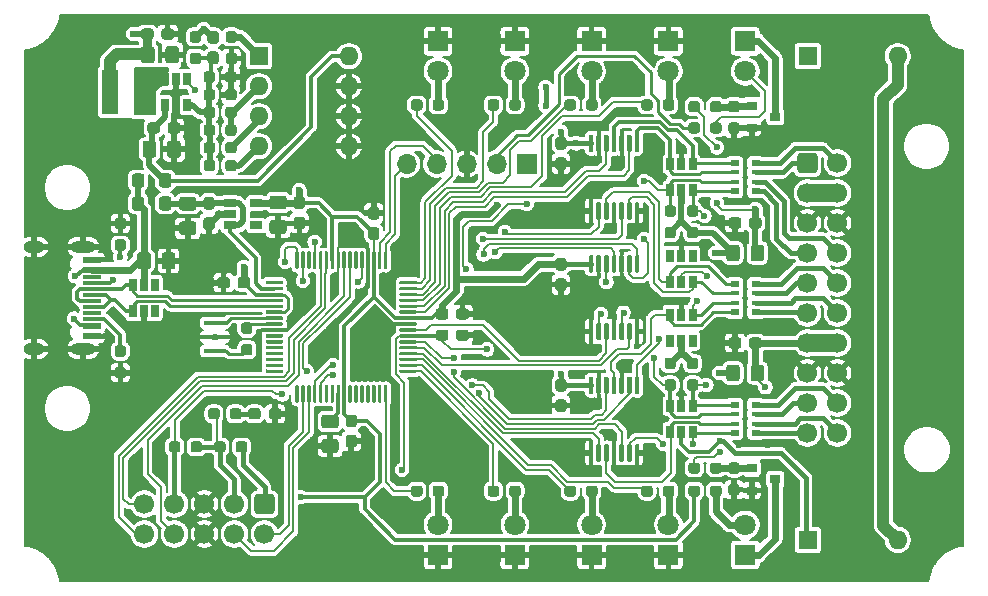
<source format=gtl>
%TF.GenerationSoftware,KiCad,Pcbnew,5.1.8-db9833491~88~ubuntu20.04.1*%
%TF.CreationDate,2020-12-20T17:47:45+01:00*%
%TF.ProjectId,QuadUart,51756164-5561-4727-942e-6b696361645f,rev?*%
%TF.SameCoordinates,PX8f0d180PY5e20ae0*%
%TF.FileFunction,Copper,L1,Top*%
%TF.FilePolarity,Positive*%
%FSLAX46Y46*%
G04 Gerber Fmt 4.6, Leading zero omitted, Abs format (unit mm)*
G04 Created by KiCad (PCBNEW 5.1.8-db9833491~88~ubuntu20.04.1) date 2020-12-20 17:47:45*
%MOMM*%
%LPD*%
G01*
G04 APERTURE LIST*
%TA.AperFunction,SMDPad,CuDef*%
%ADD10R,1.900000X0.400000*%
%TD*%
%TA.AperFunction,ComponentPad*%
%ADD11O,1.700000X1.700000*%
%TD*%
%TA.AperFunction,ComponentPad*%
%ADD12R,1.700000X1.700000*%
%TD*%
%TA.AperFunction,ComponentPad*%
%ADD13O,2.100000X1.000000*%
%TD*%
%TA.AperFunction,ComponentPad*%
%ADD14O,1.800000X1.000000*%
%TD*%
%TA.AperFunction,SMDPad,CuDef*%
%ADD15R,1.500000X0.600000*%
%TD*%
%TA.AperFunction,SMDPad,CuDef*%
%ADD16R,1.500000X0.300000*%
%TD*%
%TA.AperFunction,SMDPad,CuDef*%
%ADD17R,0.650000X1.060000*%
%TD*%
%TA.AperFunction,SMDPad,CuDef*%
%ADD18R,1.060000X0.650000*%
%TD*%
%TA.AperFunction,ComponentPad*%
%ADD19O,1.600000X1.600000*%
%TD*%
%TA.AperFunction,ComponentPad*%
%ADD20R,1.600000X1.600000*%
%TD*%
%TA.AperFunction,SMDPad,CuDef*%
%ADD21R,0.800000X0.500000*%
%TD*%
%TA.AperFunction,SMDPad,CuDef*%
%ADD22R,0.800000X0.400000*%
%TD*%
%TA.AperFunction,SMDPad,CuDef*%
%ADD23R,1.400000X3.800000*%
%TD*%
%TA.AperFunction,ComponentPad*%
%ADD24C,1.700000*%
%TD*%
%TA.AperFunction,ComponentPad*%
%ADD25C,1.800000*%
%TD*%
%TA.AperFunction,ComponentPad*%
%ADD26R,1.800000X1.800000*%
%TD*%
%TA.AperFunction,SMDPad,CuDef*%
%ADD27R,0.900000X0.800000*%
%TD*%
%TA.AperFunction,ViaPad*%
%ADD28C,0.600000*%
%TD*%
%TA.AperFunction,Conductor*%
%ADD29C,0.600000*%
%TD*%
%TA.AperFunction,Conductor*%
%ADD30C,0.300000*%
%TD*%
%TA.AperFunction,Conductor*%
%ADD31C,0.254000*%
%TD*%
%TA.AperFunction,Conductor*%
%ADD32C,0.200000*%
%TD*%
%TA.AperFunction,Conductor*%
%ADD33C,0.400000*%
%TD*%
%TA.AperFunction,Conductor*%
%ADD34C,0.500000*%
%TD*%
%TA.AperFunction,Conductor*%
%ADD35C,1.000000*%
%TD*%
%TA.AperFunction,Conductor*%
%ADD36C,0.800000*%
%TD*%
%TA.AperFunction,Conductor*%
%ADD37C,1.500000*%
%TD*%
%TA.AperFunction,Conductor*%
%ADD38C,0.100000*%
%TD*%
G04 APERTURE END LIST*
%TO.P,C8,2*%
%TO.N,GND*%
%TA.AperFunction,SMDPad,CuDef*%
G36*
G01*
X61075000Y30937500D02*
X61075000Y30462500D01*
G75*
G02*
X60837500Y30225000I-237500J0D01*
G01*
X60237500Y30225000D01*
G75*
G02*
X60000000Y30462500I0J237500D01*
G01*
X60000000Y30937500D01*
G75*
G02*
X60237500Y31175000I237500J0D01*
G01*
X60837500Y31175000D01*
G75*
G02*
X61075000Y30937500I0J-237500D01*
G01*
G37*
%TD.AperFunction*%
%TO.P,C8,1*%
%TO.N,/PWR_2*%
%TA.AperFunction,SMDPad,CuDef*%
G36*
G01*
X62800000Y30937500D02*
X62800000Y30462500D01*
G75*
G02*
X62562500Y30225000I-237500J0D01*
G01*
X61962500Y30225000D01*
G75*
G02*
X61725000Y30462500I0J237500D01*
G01*
X61725000Y30937500D01*
G75*
G02*
X61962500Y31175000I237500J0D01*
G01*
X62562500Y31175000D01*
G75*
G02*
X62800000Y30937500I0J-237500D01*
G01*
G37*
%TD.AperFunction*%
%TD*%
%TO.P,C7,2*%
%TO.N,GND*%
%TA.AperFunction,SMDPad,CuDef*%
G36*
G01*
X61075000Y20777500D02*
X61075000Y20302500D01*
G75*
G02*
X60837500Y20065000I-237500J0D01*
G01*
X60237500Y20065000D01*
G75*
G02*
X60000000Y20302500I0J237500D01*
G01*
X60000000Y20777500D01*
G75*
G02*
X60237500Y21015000I237500J0D01*
G01*
X60837500Y21015000D01*
G75*
G02*
X61075000Y20777500I0J-237500D01*
G01*
G37*
%TD.AperFunction*%
%TO.P,C7,1*%
%TO.N,/PWR_1*%
%TA.AperFunction,SMDPad,CuDef*%
G36*
G01*
X62800000Y20777500D02*
X62800000Y20302500D01*
G75*
G02*
X62562500Y20065000I-237500J0D01*
G01*
X61962500Y20065000D01*
G75*
G02*
X61725000Y20302500I0J237500D01*
G01*
X61725000Y20777500D01*
G75*
G02*
X61962500Y21015000I237500J0D01*
G01*
X62562500Y21015000D01*
G75*
G02*
X62800000Y20777500I0J-237500D01*
G01*
G37*
%TD.AperFunction*%
%TD*%
%TO.P,R32,2*%
%TO.N,+3V3*%
%TA.AperFunction,SMDPad,CuDef*%
G36*
G01*
X16912500Y14787500D02*
X16912500Y14312500D01*
G75*
G02*
X16675000Y14075000I-237500J0D01*
G01*
X16175000Y14075000D01*
G75*
G02*
X15937500Y14312500I0J237500D01*
G01*
X15937500Y14787500D01*
G75*
G02*
X16175000Y15025000I237500J0D01*
G01*
X16675000Y15025000D01*
G75*
G02*
X16912500Y14787500I0J-237500D01*
G01*
G37*
%TD.AperFunction*%
%TO.P,R32,1*%
%TO.N,Net-(D11-Pad2)*%
%TA.AperFunction,SMDPad,CuDef*%
G36*
G01*
X18737500Y14787500D02*
X18737500Y14312500D01*
G75*
G02*
X18500000Y14075000I-237500J0D01*
G01*
X18000000Y14075000D01*
G75*
G02*
X17762500Y14312500I0J237500D01*
G01*
X17762500Y14787500D01*
G75*
G02*
X18000000Y15025000I237500J0D01*
G01*
X18500000Y15025000D01*
G75*
G02*
X18737500Y14787500I0J-237500D01*
G01*
G37*
%TD.AperFunction*%
%TD*%
%TO.P,D11,2*%
%TO.N,Net-(D11-Pad2)*%
%TA.AperFunction,SMDPad,CuDef*%
G36*
G01*
X20375000Y14787500D02*
X20375000Y14312500D01*
G75*
G02*
X20137500Y14075000I-237500J0D01*
G01*
X19562500Y14075000D01*
G75*
G02*
X19325000Y14312500I0J237500D01*
G01*
X19325000Y14787500D01*
G75*
G02*
X19562500Y15025000I237500J0D01*
G01*
X20137500Y15025000D01*
G75*
G02*
X20375000Y14787500I0J-237500D01*
G01*
G37*
%TD.AperFunction*%
%TO.P,D11,1*%
%TO.N,GND*%
%TA.AperFunction,SMDPad,CuDef*%
G36*
G01*
X22125000Y14787500D02*
X22125000Y14312500D01*
G75*
G02*
X21887500Y14075000I-237500J0D01*
G01*
X21312500Y14075000D01*
G75*
G02*
X21075000Y14312500I0J237500D01*
G01*
X21075000Y14787500D01*
G75*
G02*
X21312500Y15025000I237500J0D01*
G01*
X21887500Y15025000D01*
G75*
G02*
X22125000Y14787500I0J-237500D01*
G01*
G37*
%TD.AperFunction*%
%TD*%
D10*
%TO.P,Y1,3*%
%TO.N,Net-(R31-Pad1)*%
X16500000Y19850000D03*
%TO.P,Y1,2*%
%TO.N,GND*%
X16500000Y21050000D03*
%TO.P,Y1,1*%
%TO.N,/OSC1*%
X16500000Y22250000D03*
%TD*%
%TO.P,R31,2*%
%TO.N,/OSC2*%
%TA.AperFunction,SMDPad,CuDef*%
G36*
G01*
X19437500Y21312500D02*
X18962500Y21312500D01*
G75*
G02*
X18725000Y21550000I0J237500D01*
G01*
X18725000Y22050000D01*
G75*
G02*
X18962500Y22287500I237500J0D01*
G01*
X19437500Y22287500D01*
G75*
G02*
X19675000Y22050000I0J-237500D01*
G01*
X19675000Y21550000D01*
G75*
G02*
X19437500Y21312500I-237500J0D01*
G01*
G37*
%TD.AperFunction*%
%TO.P,R31,1*%
%TO.N,Net-(R31-Pad1)*%
%TA.AperFunction,SMDPad,CuDef*%
G36*
G01*
X19437500Y19487500D02*
X18962500Y19487500D01*
G75*
G02*
X18725000Y19725000I0J237500D01*
G01*
X18725000Y20225000D01*
G75*
G02*
X18962500Y20462500I237500J0D01*
G01*
X19437500Y20462500D01*
G75*
G02*
X19675000Y20225000I0J-237500D01*
G01*
X19675000Y19725000D01*
G75*
G02*
X19437500Y19487500I-237500J0D01*
G01*
G37*
%TD.AperFunction*%
%TD*%
D11*
%TO.P,J4,5*%
%TO.N,/PGEC2*%
X32740000Y35700000D03*
%TO.P,J4,4*%
%TO.N,/PGED2*%
X35280000Y35700000D03*
%TO.P,J4,3*%
%TO.N,GND*%
X37820000Y35700000D03*
%TO.P,J4,2*%
%TO.N,+3V3*%
X40360000Y35700000D03*
D12*
%TO.P,J4,1*%
%TO.N,/~MCLR~*%
X42900000Y35700000D03*
%TD*%
%TO.P,U10,1*%
%TO.N,GND*%
%TA.AperFunction,SMDPad,CuDef*%
G36*
G01*
X48450000Y20780000D02*
X48250000Y20780000D01*
G75*
G02*
X48150000Y20880000I0J100000D01*
G01*
X48150000Y22155000D01*
G75*
G02*
X48250000Y22255000I100000J0D01*
G01*
X48450000Y22255000D01*
G75*
G02*
X48550000Y22155000I0J-100000D01*
G01*
X48550000Y20880000D01*
G75*
G02*
X48450000Y20780000I-100000J0D01*
G01*
G37*
%TD.AperFunction*%
%TO.P,U10,2*%
%TO.N,/RX_2_RES*%
%TA.AperFunction,SMDPad,CuDef*%
G36*
G01*
X49100000Y20780000D02*
X48900000Y20780000D01*
G75*
G02*
X48800000Y20880000I0J100000D01*
G01*
X48800000Y22155000D01*
G75*
G02*
X48900000Y22255000I100000J0D01*
G01*
X49100000Y22255000D01*
G75*
G02*
X49200000Y22155000I0J-100000D01*
G01*
X49200000Y20880000D01*
G75*
G02*
X49100000Y20780000I-100000J0D01*
G01*
G37*
%TD.AperFunction*%
%TO.P,U10,3*%
%TO.N,/RX_2_UC*%
%TA.AperFunction,SMDPad,CuDef*%
G36*
G01*
X49750000Y20780000D02*
X49550000Y20780000D01*
G75*
G02*
X49450000Y20880000I0J100000D01*
G01*
X49450000Y22155000D01*
G75*
G02*
X49550000Y22255000I100000J0D01*
G01*
X49750000Y22255000D01*
G75*
G02*
X49850000Y22155000I0J-100000D01*
G01*
X49850000Y20880000D01*
G75*
G02*
X49750000Y20780000I-100000J0D01*
G01*
G37*
%TD.AperFunction*%
%TO.P,U10,4*%
%TO.N,GND*%
%TA.AperFunction,SMDPad,CuDef*%
G36*
G01*
X50400000Y20780000D02*
X50200000Y20780000D01*
G75*
G02*
X50100000Y20880000I0J100000D01*
G01*
X50100000Y22155000D01*
G75*
G02*
X50200000Y22255000I100000J0D01*
G01*
X50400000Y22255000D01*
G75*
G02*
X50500000Y22155000I0J-100000D01*
G01*
X50500000Y20880000D01*
G75*
G02*
X50400000Y20780000I-100000J0D01*
G01*
G37*
%TD.AperFunction*%
%TO.P,U10,5*%
%TO.N,/RX_1_RES*%
%TA.AperFunction,SMDPad,CuDef*%
G36*
G01*
X51050000Y20780000D02*
X50850000Y20780000D01*
G75*
G02*
X50750000Y20880000I0J100000D01*
G01*
X50750000Y22155000D01*
G75*
G02*
X50850000Y22255000I100000J0D01*
G01*
X51050000Y22255000D01*
G75*
G02*
X51150000Y22155000I0J-100000D01*
G01*
X51150000Y20880000D01*
G75*
G02*
X51050000Y20780000I-100000J0D01*
G01*
G37*
%TD.AperFunction*%
%TO.P,U10,6*%
%TO.N,/RX_1_UC*%
%TA.AperFunction,SMDPad,CuDef*%
G36*
G01*
X51700000Y20780000D02*
X51500000Y20780000D01*
G75*
G02*
X51400000Y20880000I0J100000D01*
G01*
X51400000Y22155000D01*
G75*
G02*
X51500000Y22255000I100000J0D01*
G01*
X51700000Y22255000D01*
G75*
G02*
X51800000Y22155000I0J-100000D01*
G01*
X51800000Y20880000D01*
G75*
G02*
X51700000Y20780000I-100000J0D01*
G01*
G37*
%TD.AperFunction*%
%TO.P,U10,7*%
%TO.N,GND*%
%TA.AperFunction,SMDPad,CuDef*%
G36*
G01*
X52350000Y20780000D02*
X52150000Y20780000D01*
G75*
G02*
X52050000Y20880000I0J100000D01*
G01*
X52050000Y22155000D01*
G75*
G02*
X52150000Y22255000I100000J0D01*
G01*
X52350000Y22255000D01*
G75*
G02*
X52450000Y22155000I0J-100000D01*
G01*
X52450000Y20880000D01*
G75*
G02*
X52350000Y20780000I-100000J0D01*
G01*
G37*
%TD.AperFunction*%
%TO.P,U10,8*%
%TO.N,/RX_4_UC*%
%TA.AperFunction,SMDPad,CuDef*%
G36*
G01*
X52350000Y26505000D02*
X52150000Y26505000D01*
G75*
G02*
X52050000Y26605000I0J100000D01*
G01*
X52050000Y27880000D01*
G75*
G02*
X52150000Y27980000I100000J0D01*
G01*
X52350000Y27980000D01*
G75*
G02*
X52450000Y27880000I0J-100000D01*
G01*
X52450000Y26605000D01*
G75*
G02*
X52350000Y26505000I-100000J0D01*
G01*
G37*
%TD.AperFunction*%
%TO.P,U10,9*%
%TO.N,/RX_4_RES*%
%TA.AperFunction,SMDPad,CuDef*%
G36*
G01*
X51700000Y26505000D02*
X51500000Y26505000D01*
G75*
G02*
X51400000Y26605000I0J100000D01*
G01*
X51400000Y27880000D01*
G75*
G02*
X51500000Y27980000I100000J0D01*
G01*
X51700000Y27980000D01*
G75*
G02*
X51800000Y27880000I0J-100000D01*
G01*
X51800000Y26605000D01*
G75*
G02*
X51700000Y26505000I-100000J0D01*
G01*
G37*
%TD.AperFunction*%
%TO.P,U10,10*%
%TO.N,GND*%
%TA.AperFunction,SMDPad,CuDef*%
G36*
G01*
X51050000Y26505000D02*
X50850000Y26505000D01*
G75*
G02*
X50750000Y26605000I0J100000D01*
G01*
X50750000Y27880000D01*
G75*
G02*
X50850000Y27980000I100000J0D01*
G01*
X51050000Y27980000D01*
G75*
G02*
X51150000Y27880000I0J-100000D01*
G01*
X51150000Y26605000D01*
G75*
G02*
X51050000Y26505000I-100000J0D01*
G01*
G37*
%TD.AperFunction*%
%TO.P,U10,11*%
%TO.N,/RX_3_UC*%
%TA.AperFunction,SMDPad,CuDef*%
G36*
G01*
X50400000Y26505000D02*
X50200000Y26505000D01*
G75*
G02*
X50100000Y26605000I0J100000D01*
G01*
X50100000Y27880000D01*
G75*
G02*
X50200000Y27980000I100000J0D01*
G01*
X50400000Y27980000D01*
G75*
G02*
X50500000Y27880000I0J-100000D01*
G01*
X50500000Y26605000D01*
G75*
G02*
X50400000Y26505000I-100000J0D01*
G01*
G37*
%TD.AperFunction*%
%TO.P,U10,12*%
%TO.N,/RX_3_RES*%
%TA.AperFunction,SMDPad,CuDef*%
G36*
G01*
X49750000Y26505000D02*
X49550000Y26505000D01*
G75*
G02*
X49450000Y26605000I0J100000D01*
G01*
X49450000Y27880000D01*
G75*
G02*
X49550000Y27980000I100000J0D01*
G01*
X49750000Y27980000D01*
G75*
G02*
X49850000Y27880000I0J-100000D01*
G01*
X49850000Y26605000D01*
G75*
G02*
X49750000Y26505000I-100000J0D01*
G01*
G37*
%TD.AperFunction*%
%TO.P,U10,13*%
%TO.N,GND*%
%TA.AperFunction,SMDPad,CuDef*%
G36*
G01*
X49100000Y26505000D02*
X48900000Y26505000D01*
G75*
G02*
X48800000Y26605000I0J100000D01*
G01*
X48800000Y27880000D01*
G75*
G02*
X48900000Y27980000I100000J0D01*
G01*
X49100000Y27980000D01*
G75*
G02*
X49200000Y27880000I0J-100000D01*
G01*
X49200000Y26605000D01*
G75*
G02*
X49100000Y26505000I-100000J0D01*
G01*
G37*
%TD.AperFunction*%
%TO.P,U10,14*%
%TO.N,+3V3*%
%TA.AperFunction,SMDPad,CuDef*%
G36*
G01*
X48450000Y26505000D02*
X48250000Y26505000D01*
G75*
G02*
X48150000Y26605000I0J100000D01*
G01*
X48150000Y27880000D01*
G75*
G02*
X48250000Y27980000I100000J0D01*
G01*
X48450000Y27980000D01*
G75*
G02*
X48550000Y27880000I0J-100000D01*
G01*
X48550000Y26605000D01*
G75*
G02*
X48450000Y26505000I-100000J0D01*
G01*
G37*
%TD.AperFunction*%
%TD*%
%TO.P,U11,1*%
%TO.N,GND*%
%TA.AperFunction,SMDPad,CuDef*%
G36*
G01*
X48450000Y30980000D02*
X48250000Y30980000D01*
G75*
G02*
X48150000Y31080000I0J100000D01*
G01*
X48150000Y32355000D01*
G75*
G02*
X48250000Y32455000I100000J0D01*
G01*
X48450000Y32455000D01*
G75*
G02*
X48550000Y32355000I0J-100000D01*
G01*
X48550000Y31080000D01*
G75*
G02*
X48450000Y30980000I-100000J0D01*
G01*
G37*
%TD.AperFunction*%
%TO.P,U11,2*%
%TO.N,/TX_4_UC*%
%TA.AperFunction,SMDPad,CuDef*%
G36*
G01*
X49100000Y30980000D02*
X48900000Y30980000D01*
G75*
G02*
X48800000Y31080000I0J100000D01*
G01*
X48800000Y32355000D01*
G75*
G02*
X48900000Y32455000I100000J0D01*
G01*
X49100000Y32455000D01*
G75*
G02*
X49200000Y32355000I0J-100000D01*
G01*
X49200000Y31080000D01*
G75*
G02*
X49100000Y30980000I-100000J0D01*
G01*
G37*
%TD.AperFunction*%
%TO.P,U11,3*%
%TO.N,/TX_4_RES*%
%TA.AperFunction,SMDPad,CuDef*%
G36*
G01*
X49750000Y30980000D02*
X49550000Y30980000D01*
G75*
G02*
X49450000Y31080000I0J100000D01*
G01*
X49450000Y32355000D01*
G75*
G02*
X49550000Y32455000I100000J0D01*
G01*
X49750000Y32455000D01*
G75*
G02*
X49850000Y32355000I0J-100000D01*
G01*
X49850000Y31080000D01*
G75*
G02*
X49750000Y30980000I-100000J0D01*
G01*
G37*
%TD.AperFunction*%
%TO.P,U11,4*%
%TO.N,GND*%
%TA.AperFunction,SMDPad,CuDef*%
G36*
G01*
X50400000Y30980000D02*
X50200000Y30980000D01*
G75*
G02*
X50100000Y31080000I0J100000D01*
G01*
X50100000Y32355000D01*
G75*
G02*
X50200000Y32455000I100000J0D01*
G01*
X50400000Y32455000D01*
G75*
G02*
X50500000Y32355000I0J-100000D01*
G01*
X50500000Y31080000D01*
G75*
G02*
X50400000Y30980000I-100000J0D01*
G01*
G37*
%TD.AperFunction*%
%TO.P,U11,5*%
%TO.N,/TX_3_UC*%
%TA.AperFunction,SMDPad,CuDef*%
G36*
G01*
X51050000Y30980000D02*
X50850000Y30980000D01*
G75*
G02*
X50750000Y31080000I0J100000D01*
G01*
X50750000Y32355000D01*
G75*
G02*
X50850000Y32455000I100000J0D01*
G01*
X51050000Y32455000D01*
G75*
G02*
X51150000Y32355000I0J-100000D01*
G01*
X51150000Y31080000D01*
G75*
G02*
X51050000Y30980000I-100000J0D01*
G01*
G37*
%TD.AperFunction*%
%TO.P,U11,6*%
%TO.N,/TX_3_RES*%
%TA.AperFunction,SMDPad,CuDef*%
G36*
G01*
X51700000Y30980000D02*
X51500000Y30980000D01*
G75*
G02*
X51400000Y31080000I0J100000D01*
G01*
X51400000Y32355000D01*
G75*
G02*
X51500000Y32455000I100000J0D01*
G01*
X51700000Y32455000D01*
G75*
G02*
X51800000Y32355000I0J-100000D01*
G01*
X51800000Y31080000D01*
G75*
G02*
X51700000Y30980000I-100000J0D01*
G01*
G37*
%TD.AperFunction*%
%TO.P,U11,7*%
%TO.N,GND*%
%TA.AperFunction,SMDPad,CuDef*%
G36*
G01*
X52350000Y30980000D02*
X52150000Y30980000D01*
G75*
G02*
X52050000Y31080000I0J100000D01*
G01*
X52050000Y32355000D01*
G75*
G02*
X52150000Y32455000I100000J0D01*
G01*
X52350000Y32455000D01*
G75*
G02*
X52450000Y32355000I0J-100000D01*
G01*
X52450000Y31080000D01*
G75*
G02*
X52350000Y30980000I-100000J0D01*
G01*
G37*
%TD.AperFunction*%
%TO.P,U11,8*%
%TO.N,/DTR_3_RES*%
%TA.AperFunction,SMDPad,CuDef*%
G36*
G01*
X52350000Y36705000D02*
X52150000Y36705000D01*
G75*
G02*
X52050000Y36805000I0J100000D01*
G01*
X52050000Y38080000D01*
G75*
G02*
X52150000Y38180000I100000J0D01*
G01*
X52350000Y38180000D01*
G75*
G02*
X52450000Y38080000I0J-100000D01*
G01*
X52450000Y36805000D01*
G75*
G02*
X52350000Y36705000I-100000J0D01*
G01*
G37*
%TD.AperFunction*%
%TO.P,U11,9*%
%TO.N,/DTR_3_UC*%
%TA.AperFunction,SMDPad,CuDef*%
G36*
G01*
X51700000Y36705000D02*
X51500000Y36705000D01*
G75*
G02*
X51400000Y36805000I0J100000D01*
G01*
X51400000Y38080000D01*
G75*
G02*
X51500000Y38180000I100000J0D01*
G01*
X51700000Y38180000D01*
G75*
G02*
X51800000Y38080000I0J-100000D01*
G01*
X51800000Y36805000D01*
G75*
G02*
X51700000Y36705000I-100000J0D01*
G01*
G37*
%TD.AperFunction*%
%TO.P,U11,10*%
%TO.N,GND*%
%TA.AperFunction,SMDPad,CuDef*%
G36*
G01*
X51050000Y36705000D02*
X50850000Y36705000D01*
G75*
G02*
X50750000Y36805000I0J100000D01*
G01*
X50750000Y38080000D01*
G75*
G02*
X50850000Y38180000I100000J0D01*
G01*
X51050000Y38180000D01*
G75*
G02*
X51150000Y38080000I0J-100000D01*
G01*
X51150000Y36805000D01*
G75*
G02*
X51050000Y36705000I-100000J0D01*
G01*
G37*
%TD.AperFunction*%
%TO.P,U11,11*%
%TO.N,/DTR_4_RES*%
%TA.AperFunction,SMDPad,CuDef*%
G36*
G01*
X50400000Y36705000D02*
X50200000Y36705000D01*
G75*
G02*
X50100000Y36805000I0J100000D01*
G01*
X50100000Y38080000D01*
G75*
G02*
X50200000Y38180000I100000J0D01*
G01*
X50400000Y38180000D01*
G75*
G02*
X50500000Y38080000I0J-100000D01*
G01*
X50500000Y36805000D01*
G75*
G02*
X50400000Y36705000I-100000J0D01*
G01*
G37*
%TD.AperFunction*%
%TO.P,U11,12*%
%TO.N,/DTR_4_UC*%
%TA.AperFunction,SMDPad,CuDef*%
G36*
G01*
X49750000Y36705000D02*
X49550000Y36705000D01*
G75*
G02*
X49450000Y36805000I0J100000D01*
G01*
X49450000Y38080000D01*
G75*
G02*
X49550000Y38180000I100000J0D01*
G01*
X49750000Y38180000D01*
G75*
G02*
X49850000Y38080000I0J-100000D01*
G01*
X49850000Y36805000D01*
G75*
G02*
X49750000Y36705000I-100000J0D01*
G01*
G37*
%TD.AperFunction*%
%TO.P,U11,13*%
%TO.N,GND*%
%TA.AperFunction,SMDPad,CuDef*%
G36*
G01*
X49100000Y36705000D02*
X48900000Y36705000D01*
G75*
G02*
X48800000Y36805000I0J100000D01*
G01*
X48800000Y38080000D01*
G75*
G02*
X48900000Y38180000I100000J0D01*
G01*
X49100000Y38180000D01*
G75*
G02*
X49200000Y38080000I0J-100000D01*
G01*
X49200000Y36805000D01*
G75*
G02*
X49100000Y36705000I-100000J0D01*
G01*
G37*
%TD.AperFunction*%
%TO.P,U11,14*%
%TO.N,VDD*%
%TA.AperFunction,SMDPad,CuDef*%
G36*
G01*
X48450000Y36705000D02*
X48250000Y36705000D01*
G75*
G02*
X48150000Y36805000I0J100000D01*
G01*
X48150000Y38080000D01*
G75*
G02*
X48250000Y38180000I100000J0D01*
G01*
X48450000Y38180000D01*
G75*
G02*
X48550000Y38080000I0J-100000D01*
G01*
X48550000Y36805000D01*
G75*
G02*
X48450000Y36705000I-100000J0D01*
G01*
G37*
%TD.AperFunction*%
%TD*%
%TO.P,U9,1*%
%TO.N,GND*%
%TA.AperFunction,SMDPad,CuDef*%
G36*
G01*
X48450000Y10500000D02*
X48250000Y10500000D01*
G75*
G02*
X48150000Y10600000I0J100000D01*
G01*
X48150000Y11875000D01*
G75*
G02*
X48250000Y11975000I100000J0D01*
G01*
X48450000Y11975000D01*
G75*
G02*
X48550000Y11875000I0J-100000D01*
G01*
X48550000Y10600000D01*
G75*
G02*
X48450000Y10500000I-100000J0D01*
G01*
G37*
%TD.AperFunction*%
%TO.P,U9,2*%
%TO.N,/TX_2_UC*%
%TA.AperFunction,SMDPad,CuDef*%
G36*
G01*
X49100000Y10500000D02*
X48900000Y10500000D01*
G75*
G02*
X48800000Y10600000I0J100000D01*
G01*
X48800000Y11875000D01*
G75*
G02*
X48900000Y11975000I100000J0D01*
G01*
X49100000Y11975000D01*
G75*
G02*
X49200000Y11875000I0J-100000D01*
G01*
X49200000Y10600000D01*
G75*
G02*
X49100000Y10500000I-100000J0D01*
G01*
G37*
%TD.AperFunction*%
%TO.P,U9,3*%
%TO.N,/TX_2_RES*%
%TA.AperFunction,SMDPad,CuDef*%
G36*
G01*
X49750000Y10500000D02*
X49550000Y10500000D01*
G75*
G02*
X49450000Y10600000I0J100000D01*
G01*
X49450000Y11875000D01*
G75*
G02*
X49550000Y11975000I100000J0D01*
G01*
X49750000Y11975000D01*
G75*
G02*
X49850000Y11875000I0J-100000D01*
G01*
X49850000Y10600000D01*
G75*
G02*
X49750000Y10500000I-100000J0D01*
G01*
G37*
%TD.AperFunction*%
%TO.P,U9,4*%
%TO.N,GND*%
%TA.AperFunction,SMDPad,CuDef*%
G36*
G01*
X50400000Y10500000D02*
X50200000Y10500000D01*
G75*
G02*
X50100000Y10600000I0J100000D01*
G01*
X50100000Y11875000D01*
G75*
G02*
X50200000Y11975000I100000J0D01*
G01*
X50400000Y11975000D01*
G75*
G02*
X50500000Y11875000I0J-100000D01*
G01*
X50500000Y10600000D01*
G75*
G02*
X50400000Y10500000I-100000J0D01*
G01*
G37*
%TD.AperFunction*%
%TO.P,U9,5*%
%TO.N,/TX_1_UC*%
%TA.AperFunction,SMDPad,CuDef*%
G36*
G01*
X51050000Y10500000D02*
X50850000Y10500000D01*
G75*
G02*
X50750000Y10600000I0J100000D01*
G01*
X50750000Y11875000D01*
G75*
G02*
X50850000Y11975000I100000J0D01*
G01*
X51050000Y11975000D01*
G75*
G02*
X51150000Y11875000I0J-100000D01*
G01*
X51150000Y10600000D01*
G75*
G02*
X51050000Y10500000I-100000J0D01*
G01*
G37*
%TD.AperFunction*%
%TO.P,U9,6*%
%TO.N,/TX_1_RES*%
%TA.AperFunction,SMDPad,CuDef*%
G36*
G01*
X51700000Y10500000D02*
X51500000Y10500000D01*
G75*
G02*
X51400000Y10600000I0J100000D01*
G01*
X51400000Y11875000D01*
G75*
G02*
X51500000Y11975000I100000J0D01*
G01*
X51700000Y11975000D01*
G75*
G02*
X51800000Y11875000I0J-100000D01*
G01*
X51800000Y10600000D01*
G75*
G02*
X51700000Y10500000I-100000J0D01*
G01*
G37*
%TD.AperFunction*%
%TO.P,U9,7*%
%TO.N,GND*%
%TA.AperFunction,SMDPad,CuDef*%
G36*
G01*
X52350000Y10500000D02*
X52150000Y10500000D01*
G75*
G02*
X52050000Y10600000I0J100000D01*
G01*
X52050000Y11875000D01*
G75*
G02*
X52150000Y11975000I100000J0D01*
G01*
X52350000Y11975000D01*
G75*
G02*
X52450000Y11875000I0J-100000D01*
G01*
X52450000Y10600000D01*
G75*
G02*
X52350000Y10500000I-100000J0D01*
G01*
G37*
%TD.AperFunction*%
%TO.P,U9,8*%
%TO.N,/DTR_2_RES*%
%TA.AperFunction,SMDPad,CuDef*%
G36*
G01*
X52350000Y16225000D02*
X52150000Y16225000D01*
G75*
G02*
X52050000Y16325000I0J100000D01*
G01*
X52050000Y17600000D01*
G75*
G02*
X52150000Y17700000I100000J0D01*
G01*
X52350000Y17700000D01*
G75*
G02*
X52450000Y17600000I0J-100000D01*
G01*
X52450000Y16325000D01*
G75*
G02*
X52350000Y16225000I-100000J0D01*
G01*
G37*
%TD.AperFunction*%
%TO.P,U9,9*%
%TO.N,/DTR_2_UC*%
%TA.AperFunction,SMDPad,CuDef*%
G36*
G01*
X51700000Y16225000D02*
X51500000Y16225000D01*
G75*
G02*
X51400000Y16325000I0J100000D01*
G01*
X51400000Y17600000D01*
G75*
G02*
X51500000Y17700000I100000J0D01*
G01*
X51700000Y17700000D01*
G75*
G02*
X51800000Y17600000I0J-100000D01*
G01*
X51800000Y16325000D01*
G75*
G02*
X51700000Y16225000I-100000J0D01*
G01*
G37*
%TD.AperFunction*%
%TO.P,U9,10*%
%TO.N,GND*%
%TA.AperFunction,SMDPad,CuDef*%
G36*
G01*
X51050000Y16225000D02*
X50850000Y16225000D01*
G75*
G02*
X50750000Y16325000I0J100000D01*
G01*
X50750000Y17600000D01*
G75*
G02*
X50850000Y17700000I100000J0D01*
G01*
X51050000Y17700000D01*
G75*
G02*
X51150000Y17600000I0J-100000D01*
G01*
X51150000Y16325000D01*
G75*
G02*
X51050000Y16225000I-100000J0D01*
G01*
G37*
%TD.AperFunction*%
%TO.P,U9,11*%
%TO.N,/DTR_1_RES*%
%TA.AperFunction,SMDPad,CuDef*%
G36*
G01*
X50400000Y16225000D02*
X50200000Y16225000D01*
G75*
G02*
X50100000Y16325000I0J100000D01*
G01*
X50100000Y17600000D01*
G75*
G02*
X50200000Y17700000I100000J0D01*
G01*
X50400000Y17700000D01*
G75*
G02*
X50500000Y17600000I0J-100000D01*
G01*
X50500000Y16325000D01*
G75*
G02*
X50400000Y16225000I-100000J0D01*
G01*
G37*
%TD.AperFunction*%
%TO.P,U9,12*%
%TO.N,/DTR_1_UC*%
%TA.AperFunction,SMDPad,CuDef*%
G36*
G01*
X49750000Y16225000D02*
X49550000Y16225000D01*
G75*
G02*
X49450000Y16325000I0J100000D01*
G01*
X49450000Y17600000D01*
G75*
G02*
X49550000Y17700000I100000J0D01*
G01*
X49750000Y17700000D01*
G75*
G02*
X49850000Y17600000I0J-100000D01*
G01*
X49850000Y16325000D01*
G75*
G02*
X49750000Y16225000I-100000J0D01*
G01*
G37*
%TD.AperFunction*%
%TO.P,U9,13*%
%TO.N,GND*%
%TA.AperFunction,SMDPad,CuDef*%
G36*
G01*
X49100000Y16225000D02*
X48900000Y16225000D01*
G75*
G02*
X48800000Y16325000I0J100000D01*
G01*
X48800000Y17600000D01*
G75*
G02*
X48900000Y17700000I100000J0D01*
G01*
X49100000Y17700000D01*
G75*
G02*
X49200000Y17600000I0J-100000D01*
G01*
X49200000Y16325000D01*
G75*
G02*
X49100000Y16225000I-100000J0D01*
G01*
G37*
%TD.AperFunction*%
%TO.P,U9,14*%
%TO.N,VCC*%
%TA.AperFunction,SMDPad,CuDef*%
G36*
G01*
X48450000Y16225000D02*
X48250000Y16225000D01*
G75*
G02*
X48150000Y16325000I0J100000D01*
G01*
X48150000Y17600000D01*
G75*
G02*
X48250000Y17700000I100000J0D01*
G01*
X48450000Y17700000D01*
G75*
G02*
X48550000Y17600000I0J-100000D01*
G01*
X48550000Y16325000D01*
G75*
G02*
X48450000Y16225000I-100000J0D01*
G01*
G37*
%TD.AperFunction*%
%TD*%
%TO.P,C21,2*%
%TO.N,GND*%
%TA.AperFunction,SMDPad,CuDef*%
G36*
G01*
X27812500Y12762500D02*
X28287500Y12762500D01*
G75*
G02*
X28525000Y12525000I0J-237500D01*
G01*
X28525000Y11925000D01*
G75*
G02*
X28287500Y11687500I-237500J0D01*
G01*
X27812500Y11687500D01*
G75*
G02*
X27575000Y11925000I0J237500D01*
G01*
X27575000Y12525000D01*
G75*
G02*
X27812500Y12762500I237500J0D01*
G01*
G37*
%TD.AperFunction*%
%TO.P,C21,1*%
%TO.N,+3V3*%
%TA.AperFunction,SMDPad,CuDef*%
G36*
G01*
X27812500Y14487500D02*
X28287500Y14487500D01*
G75*
G02*
X28525000Y14250000I0J-237500D01*
G01*
X28525000Y13650000D01*
G75*
G02*
X28287500Y13412500I-237500J0D01*
G01*
X27812500Y13412500D01*
G75*
G02*
X27575000Y13650000I0J237500D01*
G01*
X27575000Y14250000D01*
G75*
G02*
X27812500Y14487500I237500J0D01*
G01*
G37*
%TD.AperFunction*%
%TD*%
%TO.P,C20,2*%
%TO.N,GND*%
%TA.AperFunction,SMDPad,CuDef*%
G36*
G01*
X30187500Y30987500D02*
X29712500Y30987500D01*
G75*
G02*
X29475000Y31225000I0J237500D01*
G01*
X29475000Y31825000D01*
G75*
G02*
X29712500Y32062500I237500J0D01*
G01*
X30187500Y32062500D01*
G75*
G02*
X30425000Y31825000I0J-237500D01*
G01*
X30425000Y31225000D01*
G75*
G02*
X30187500Y30987500I-237500J0D01*
G01*
G37*
%TD.AperFunction*%
%TO.P,C20,1*%
%TO.N,+3V3*%
%TA.AperFunction,SMDPad,CuDef*%
G36*
G01*
X30187500Y29262500D02*
X29712500Y29262500D01*
G75*
G02*
X29475000Y29500000I0J237500D01*
G01*
X29475000Y30100000D01*
G75*
G02*
X29712500Y30337500I237500J0D01*
G01*
X30187500Y30337500D01*
G75*
G02*
X30425000Y30100000I0J-237500D01*
G01*
X30425000Y29500000D01*
G75*
G02*
X30187500Y29262500I-237500J0D01*
G01*
G37*
%TD.AperFunction*%
%TD*%
%TO.P,C19,2*%
%TO.N,GND*%
%TA.AperFunction,SMDPad,CuDef*%
G36*
G01*
X36925000Y22762500D02*
X36925000Y23237500D01*
G75*
G02*
X37162500Y23475000I237500J0D01*
G01*
X37762500Y23475000D01*
G75*
G02*
X38000000Y23237500I0J-237500D01*
G01*
X38000000Y22762500D01*
G75*
G02*
X37762500Y22525000I-237500J0D01*
G01*
X37162500Y22525000D01*
G75*
G02*
X36925000Y22762500I0J237500D01*
G01*
G37*
%TD.AperFunction*%
%TO.P,C19,1*%
%TO.N,+3V3*%
%TA.AperFunction,SMDPad,CuDef*%
G36*
G01*
X35200000Y22762500D02*
X35200000Y23237500D01*
G75*
G02*
X35437500Y23475000I237500J0D01*
G01*
X36037500Y23475000D01*
G75*
G02*
X36275000Y23237500I0J-237500D01*
G01*
X36275000Y22762500D01*
G75*
G02*
X36037500Y22525000I-237500J0D01*
G01*
X35437500Y22525000D01*
G75*
G02*
X35200000Y22762500I0J237500D01*
G01*
G37*
%TD.AperFunction*%
%TD*%
%TO.P,C18,2*%
%TO.N,GND*%
%TA.AperFunction,SMDPad,CuDef*%
G36*
G01*
X17775000Y25887500D02*
X17775000Y25412500D01*
G75*
G02*
X17537500Y25175000I-237500J0D01*
G01*
X16937500Y25175000D01*
G75*
G02*
X16700000Y25412500I0J237500D01*
G01*
X16700000Y25887500D01*
G75*
G02*
X16937500Y26125000I237500J0D01*
G01*
X17537500Y26125000D01*
G75*
G02*
X17775000Y25887500I0J-237500D01*
G01*
G37*
%TD.AperFunction*%
%TO.P,C18,1*%
%TO.N,+3V3*%
%TA.AperFunction,SMDPad,CuDef*%
G36*
G01*
X19500000Y25887500D02*
X19500000Y25412500D01*
G75*
G02*
X19262500Y25175000I-237500J0D01*
G01*
X18662500Y25175000D01*
G75*
G02*
X18425000Y25412500I0J237500D01*
G01*
X18425000Y25887500D01*
G75*
G02*
X18662500Y26125000I237500J0D01*
G01*
X19262500Y26125000D01*
G75*
G02*
X19500000Y25887500I0J-237500D01*
G01*
G37*
%TD.AperFunction*%
%TD*%
%TO.P,FB2,2*%
%TO.N,/VBUS*%
%TA.AperFunction,SMDPad,CuDef*%
G36*
G01*
X10525000Y34650001D02*
X10525000Y33949999D01*
G75*
G02*
X10275001Y33700000I-249999J0D01*
G01*
X9724999Y33700000D01*
G75*
G02*
X9475000Y33949999I0J249999D01*
G01*
X9475000Y34650001D01*
G75*
G02*
X9724999Y34900000I249999J0D01*
G01*
X10275001Y34900000D01*
G75*
G02*
X10525000Y34650001I0J-249999D01*
G01*
G37*
%TD.AperFunction*%
%TO.P,FB2,1*%
%TO.N,/VBUS_DCDC_5V*%
%TA.AperFunction,SMDPad,CuDef*%
G36*
G01*
X12825000Y34650001D02*
X12825000Y33949999D01*
G75*
G02*
X12575001Y33700000I-249999J0D01*
G01*
X12024999Y33700000D01*
G75*
G02*
X11775000Y33949999I0J249999D01*
G01*
X11775000Y34650001D01*
G75*
G02*
X12024999Y34900000I249999J0D01*
G01*
X12575001Y34900000D01*
G75*
G02*
X12825000Y34650001I0J-249999D01*
G01*
G37*
%TD.AperFunction*%
%TD*%
%TO.P,R30,2*%
%TO.N,/RX_4_RES*%
%TA.AperFunction,SMDPad,CuDef*%
G36*
G01*
X55287500Y31225000D02*
X54812500Y31225000D01*
G75*
G02*
X54575000Y31462500I0J237500D01*
G01*
X54575000Y31962500D01*
G75*
G02*
X54812500Y32200000I237500J0D01*
G01*
X55287500Y32200000D01*
G75*
G02*
X55525000Y31962500I0J-237500D01*
G01*
X55525000Y31462500D01*
G75*
G02*
X55287500Y31225000I-237500J0D01*
G01*
G37*
%TD.AperFunction*%
%TO.P,R30,1*%
%TO.N,VDD*%
%TA.AperFunction,SMDPad,CuDef*%
G36*
G01*
X55287500Y29400000D02*
X54812500Y29400000D01*
G75*
G02*
X54575000Y29637500I0J237500D01*
G01*
X54575000Y30137500D01*
G75*
G02*
X54812500Y30375000I237500J0D01*
G01*
X55287500Y30375000D01*
G75*
G02*
X55525000Y30137500I0J-237500D01*
G01*
X55525000Y29637500D01*
G75*
G02*
X55287500Y29400000I-237500J0D01*
G01*
G37*
%TD.AperFunction*%
%TD*%
%TO.P,R29,2*%
%TO.N,/RX_3_RES*%
%TA.AperFunction,SMDPad,CuDef*%
G36*
G01*
X57187500Y31225000D02*
X56712500Y31225000D01*
G75*
G02*
X56475000Y31462500I0J237500D01*
G01*
X56475000Y31962500D01*
G75*
G02*
X56712500Y32200000I237500J0D01*
G01*
X57187500Y32200000D01*
G75*
G02*
X57425000Y31962500I0J-237500D01*
G01*
X57425000Y31462500D01*
G75*
G02*
X57187500Y31225000I-237500J0D01*
G01*
G37*
%TD.AperFunction*%
%TO.P,R29,1*%
%TO.N,VDD*%
%TA.AperFunction,SMDPad,CuDef*%
G36*
G01*
X57187500Y29400000D02*
X56712500Y29400000D01*
G75*
G02*
X56475000Y29637500I0J237500D01*
G01*
X56475000Y30137500D01*
G75*
G02*
X56712500Y30375000I237500J0D01*
G01*
X57187500Y30375000D01*
G75*
G02*
X57425000Y30137500I0J-237500D01*
G01*
X57425000Y29637500D01*
G75*
G02*
X57187500Y29400000I-237500J0D01*
G01*
G37*
%TD.AperFunction*%
%TD*%
%TO.P,R28,2*%
%TO.N,/RX_2_RES*%
%TA.AperFunction,SMDPad,CuDef*%
G36*
G01*
X56712500Y17475000D02*
X57187500Y17475000D01*
G75*
G02*
X57425000Y17237500I0J-237500D01*
G01*
X57425000Y16737500D01*
G75*
G02*
X57187500Y16500000I-237500J0D01*
G01*
X56712500Y16500000D01*
G75*
G02*
X56475000Y16737500I0J237500D01*
G01*
X56475000Y17237500D01*
G75*
G02*
X56712500Y17475000I237500J0D01*
G01*
G37*
%TD.AperFunction*%
%TO.P,R28,1*%
%TO.N,VCC*%
%TA.AperFunction,SMDPad,CuDef*%
G36*
G01*
X56712500Y19300000D02*
X57187500Y19300000D01*
G75*
G02*
X57425000Y19062500I0J-237500D01*
G01*
X57425000Y18562500D01*
G75*
G02*
X57187500Y18325000I-237500J0D01*
G01*
X56712500Y18325000D01*
G75*
G02*
X56475000Y18562500I0J237500D01*
G01*
X56475000Y19062500D01*
G75*
G02*
X56712500Y19300000I237500J0D01*
G01*
G37*
%TD.AperFunction*%
%TD*%
%TO.P,R27,2*%
%TO.N,/RX_1_RES*%
%TA.AperFunction,SMDPad,CuDef*%
G36*
G01*
X54812500Y17475000D02*
X55287500Y17475000D01*
G75*
G02*
X55525000Y17237500I0J-237500D01*
G01*
X55525000Y16737500D01*
G75*
G02*
X55287500Y16500000I-237500J0D01*
G01*
X54812500Y16500000D01*
G75*
G02*
X54575000Y16737500I0J237500D01*
G01*
X54575000Y17237500D01*
G75*
G02*
X54812500Y17475000I237500J0D01*
G01*
G37*
%TD.AperFunction*%
%TO.P,R27,1*%
%TO.N,VCC*%
%TA.AperFunction,SMDPad,CuDef*%
G36*
G01*
X54812500Y19300000D02*
X55287500Y19300000D01*
G75*
G02*
X55525000Y19062500I0J-237500D01*
G01*
X55525000Y18562500D01*
G75*
G02*
X55287500Y18325000I-237500J0D01*
G01*
X54812500Y18325000D01*
G75*
G02*
X54575000Y18562500I0J237500D01*
G01*
X54575000Y19062500D01*
G75*
G02*
X54812500Y19300000I237500J0D01*
G01*
G37*
%TD.AperFunction*%
%TD*%
%TO.P,C17,1*%
%TO.N,VCC*%
%TA.AperFunction,SMDPad,CuDef*%
G36*
G01*
X45562500Y17500000D02*
X46037500Y17500000D01*
G75*
G02*
X46275000Y17262500I0J-237500D01*
G01*
X46275000Y16662500D01*
G75*
G02*
X46037500Y16425000I-237500J0D01*
G01*
X45562500Y16425000D01*
G75*
G02*
X45325000Y16662500I0J237500D01*
G01*
X45325000Y17262500D01*
G75*
G02*
X45562500Y17500000I237500J0D01*
G01*
G37*
%TD.AperFunction*%
%TO.P,C17,2*%
%TO.N,GND*%
%TA.AperFunction,SMDPad,CuDef*%
G36*
G01*
X45562500Y15775000D02*
X46037500Y15775000D01*
G75*
G02*
X46275000Y15537500I0J-237500D01*
G01*
X46275000Y14937500D01*
G75*
G02*
X46037500Y14700000I-237500J0D01*
G01*
X45562500Y14700000D01*
G75*
G02*
X45325000Y14937500I0J237500D01*
G01*
X45325000Y15537500D01*
G75*
G02*
X45562500Y15775000I237500J0D01*
G01*
G37*
%TD.AperFunction*%
%TD*%
%TO.P,C16,1*%
%TO.N,VDD*%
%TA.AperFunction,SMDPad,CuDef*%
G36*
G01*
X45562500Y37980000D02*
X46037500Y37980000D01*
G75*
G02*
X46275000Y37742500I0J-237500D01*
G01*
X46275000Y37142500D01*
G75*
G02*
X46037500Y36905000I-237500J0D01*
G01*
X45562500Y36905000D01*
G75*
G02*
X45325000Y37142500I0J237500D01*
G01*
X45325000Y37742500D01*
G75*
G02*
X45562500Y37980000I237500J0D01*
G01*
G37*
%TD.AperFunction*%
%TO.P,C16,2*%
%TO.N,GND*%
%TA.AperFunction,SMDPad,CuDef*%
G36*
G01*
X45562500Y36255000D02*
X46037500Y36255000D01*
G75*
G02*
X46275000Y36017500I0J-237500D01*
G01*
X46275000Y35417500D01*
G75*
G02*
X46037500Y35180000I-237500J0D01*
G01*
X45562500Y35180000D01*
G75*
G02*
X45325000Y35417500I0J237500D01*
G01*
X45325000Y36017500D01*
G75*
G02*
X45562500Y36255000I237500J0D01*
G01*
G37*
%TD.AperFunction*%
%TD*%
%TO.P,C15,1*%
%TO.N,+3V3*%
%TA.AperFunction,SMDPad,CuDef*%
G36*
G01*
X45562500Y27750000D02*
X46037500Y27750000D01*
G75*
G02*
X46275000Y27512500I0J-237500D01*
G01*
X46275000Y26912500D01*
G75*
G02*
X46037500Y26675000I-237500J0D01*
G01*
X45562500Y26675000D01*
G75*
G02*
X45325000Y26912500I0J237500D01*
G01*
X45325000Y27512500D01*
G75*
G02*
X45562500Y27750000I237500J0D01*
G01*
G37*
%TD.AperFunction*%
%TO.P,C15,2*%
%TO.N,GND*%
%TA.AperFunction,SMDPad,CuDef*%
G36*
G01*
X45562500Y26025000D02*
X46037500Y26025000D01*
G75*
G02*
X46275000Y25787500I0J-237500D01*
G01*
X46275000Y25187500D01*
G75*
G02*
X46037500Y24950000I-237500J0D01*
G01*
X45562500Y24950000D01*
G75*
G02*
X45325000Y25187500I0J237500D01*
G01*
X45325000Y25787500D01*
G75*
G02*
X45562500Y26025000I237500J0D01*
G01*
G37*
%TD.AperFunction*%
%TD*%
%TO.P,C14,2*%
%TO.N,GND*%
%TA.AperFunction,SMDPad,CuDef*%
G36*
G01*
X11987500Y27025000D02*
X11987500Y27975000D01*
G75*
G02*
X12237500Y28225000I250000J0D01*
G01*
X12912500Y28225000D01*
G75*
G02*
X13162500Y27975000I0J-250000D01*
G01*
X13162500Y27025000D01*
G75*
G02*
X12912500Y26775000I-250000J0D01*
G01*
X12237500Y26775000D01*
G75*
G02*
X11987500Y27025000I0J250000D01*
G01*
G37*
%TD.AperFunction*%
%TO.P,C14,1*%
%TO.N,/VBUS*%
%TA.AperFunction,SMDPad,CuDef*%
G36*
G01*
X9912500Y27025000D02*
X9912500Y27975000D01*
G75*
G02*
X10162500Y28225000I250000J0D01*
G01*
X10837500Y28225000D01*
G75*
G02*
X11087500Y27975000I0J-250000D01*
G01*
X11087500Y27025000D01*
G75*
G02*
X10837500Y26775000I-250000J0D01*
G01*
X10162500Y26775000D01*
G75*
G02*
X9912500Y27025000I0J250000D01*
G01*
G37*
%TD.AperFunction*%
%TD*%
D13*
%TO.P,J1,S1*%
%TO.N,GND*%
X5350000Y28670000D03*
X5350000Y20030000D03*
D14*
X1200000Y28670000D03*
X1200000Y20030000D03*
D15*
%TO.P,J1,A4*%
%TO.N,/VBUS*%
X6100000Y26750000D03*
%TO.P,J1,A1*%
%TO.N,GND*%
X6100000Y27550000D03*
%TO.P,J1,A4*%
%TO.N,/VBUS*%
X6100000Y21950000D03*
%TO.P,J1,A1*%
%TO.N,GND*%
X6100000Y21150000D03*
D16*
%TO.P,J1,A6*%
%TO.N,/D+*%
X6100000Y24600000D03*
%TO.P,J1,A7*%
%TO.N,/D-*%
X6100000Y24100000D03*
%TO.P,J1,B7*%
X6100000Y25100000D03*
%TO.P,J1,B6*%
%TO.N,/D+*%
X6100000Y23600000D03*
%TO.P,J1,A5*%
%TO.N,Net-(J1-PadA5)*%
X6100000Y25600000D03*
%TO.P,J1,A8*%
%TO.N,Net-(J1-PadA8)*%
X6100000Y23100000D03*
%TO.P,J1,B8*%
%TO.N,Net-(J1-PadB8)*%
X6100000Y26100000D03*
%TO.P,J1,B5*%
%TO.N,Net-(J1-PadB5)*%
X6100000Y22600000D03*
%TD*%
D17*
%TO.P,U8,5*%
%TO.N,/FB_1*%
X14150000Y40700000D03*
%TO.P,U8,4*%
%TO.N,/VBUS_DCDC_5V*%
X12250000Y40700000D03*
%TO.P,U8,3*%
%TO.N,Net-(L1-Pad1)*%
X12250000Y42900000D03*
%TO.P,U8,2*%
%TO.N,GND*%
X13200000Y42900000D03*
%TO.P,U8,1*%
%TO.N,/EN_1*%
X14150000Y42900000D03*
%TD*%
%TO.P,U7,64*%
%TO.N,/LED_RX_2*%
%TA.AperFunction,SMDPad,CuDef*%
G36*
G01*
X31100000Y16900000D02*
X31100000Y15575000D01*
G75*
G02*
X31025000Y15500000I-75000J0D01*
G01*
X30875000Y15500000D01*
G75*
G02*
X30800000Y15575000I0J75000D01*
G01*
X30800000Y16900000D01*
G75*
G02*
X30875000Y16975000I75000J0D01*
G01*
X31025000Y16975000D01*
G75*
G02*
X31100000Y16900000I0J-75000D01*
G01*
G37*
%TD.AperFunction*%
%TO.P,U7,63*%
%TO.N,Net-(U7-Pad63)*%
%TA.AperFunction,SMDPad,CuDef*%
G36*
G01*
X30600000Y16900000D02*
X30600000Y15575000D01*
G75*
G02*
X30525000Y15500000I-75000J0D01*
G01*
X30375000Y15500000D01*
G75*
G02*
X30300000Y15575000I0J75000D01*
G01*
X30300000Y16900000D01*
G75*
G02*
X30375000Y16975000I75000J0D01*
G01*
X30525000Y16975000D01*
G75*
G02*
X30600000Y16900000I0J-75000D01*
G01*
G37*
%TD.AperFunction*%
%TO.P,U7,62*%
%TO.N,Net-(U7-Pad62)*%
%TA.AperFunction,SMDPad,CuDef*%
G36*
G01*
X30100000Y16900000D02*
X30100000Y15575000D01*
G75*
G02*
X30025000Y15500000I-75000J0D01*
G01*
X29875000Y15500000D01*
G75*
G02*
X29800000Y15575000I0J75000D01*
G01*
X29800000Y16900000D01*
G75*
G02*
X29875000Y16975000I75000J0D01*
G01*
X30025000Y16975000D01*
G75*
G02*
X30100000Y16900000I0J-75000D01*
G01*
G37*
%TD.AperFunction*%
%TO.P,U7,61*%
%TO.N,Net-(U7-Pad61)*%
%TA.AperFunction,SMDPad,CuDef*%
G36*
G01*
X29600000Y16900000D02*
X29600000Y15575000D01*
G75*
G02*
X29525000Y15500000I-75000J0D01*
G01*
X29375000Y15500000D01*
G75*
G02*
X29300000Y15575000I0J75000D01*
G01*
X29300000Y16900000D01*
G75*
G02*
X29375000Y16975000I75000J0D01*
G01*
X29525000Y16975000D01*
G75*
G02*
X29600000Y16900000I0J-75000D01*
G01*
G37*
%TD.AperFunction*%
%TO.P,U7,60*%
%TO.N,Net-(U7-Pad60)*%
%TA.AperFunction,SMDPad,CuDef*%
G36*
G01*
X29100000Y16900000D02*
X29100000Y15575000D01*
G75*
G02*
X29025000Y15500000I-75000J0D01*
G01*
X28875000Y15500000D01*
G75*
G02*
X28800000Y15575000I0J75000D01*
G01*
X28800000Y16900000D01*
G75*
G02*
X28875000Y16975000I75000J0D01*
G01*
X29025000Y16975000D01*
G75*
G02*
X29100000Y16900000I0J-75000D01*
G01*
G37*
%TD.AperFunction*%
%TO.P,U7,59*%
%TO.N,Net-(U7-Pad59)*%
%TA.AperFunction,SMDPad,CuDef*%
G36*
G01*
X28600000Y16900000D02*
X28600000Y15575000D01*
G75*
G02*
X28525000Y15500000I-75000J0D01*
G01*
X28375000Y15500000D01*
G75*
G02*
X28300000Y15575000I0J75000D01*
G01*
X28300000Y16900000D01*
G75*
G02*
X28375000Y16975000I75000J0D01*
G01*
X28525000Y16975000D01*
G75*
G02*
X28600000Y16900000I0J-75000D01*
G01*
G37*
%TD.AperFunction*%
%TO.P,U7,58*%
%TO.N,Net-(U7-Pad58)*%
%TA.AperFunction,SMDPad,CuDef*%
G36*
G01*
X28100000Y16900000D02*
X28100000Y15575000D01*
G75*
G02*
X28025000Y15500000I-75000J0D01*
G01*
X27875000Y15500000D01*
G75*
G02*
X27800000Y15575000I0J75000D01*
G01*
X27800000Y16900000D01*
G75*
G02*
X27875000Y16975000I75000J0D01*
G01*
X28025000Y16975000D01*
G75*
G02*
X28100000Y16900000I0J-75000D01*
G01*
G37*
%TD.AperFunction*%
%TO.P,U7,57*%
%TO.N,+3V3*%
%TA.AperFunction,SMDPad,CuDef*%
G36*
G01*
X27600000Y16900000D02*
X27600000Y15575000D01*
G75*
G02*
X27525000Y15500000I-75000J0D01*
G01*
X27375000Y15500000D01*
G75*
G02*
X27300000Y15575000I0J75000D01*
G01*
X27300000Y16900000D01*
G75*
G02*
X27375000Y16975000I75000J0D01*
G01*
X27525000Y16975000D01*
G75*
G02*
X27600000Y16900000I0J-75000D01*
G01*
G37*
%TD.AperFunction*%
%TO.P,U7,56*%
%TO.N,/VCAP*%
%TA.AperFunction,SMDPad,CuDef*%
G36*
G01*
X27100000Y16900000D02*
X27100000Y15575000D01*
G75*
G02*
X27025000Y15500000I-75000J0D01*
G01*
X26875000Y15500000D01*
G75*
G02*
X26800000Y15575000I0J75000D01*
G01*
X26800000Y16900000D01*
G75*
G02*
X26875000Y16975000I75000J0D01*
G01*
X27025000Y16975000D01*
G75*
G02*
X27100000Y16900000I0J-75000D01*
G01*
G37*
%TD.AperFunction*%
%TO.P,U7,55*%
%TO.N,Net-(U7-Pad55)*%
%TA.AperFunction,SMDPad,CuDef*%
G36*
G01*
X26600000Y16900000D02*
X26600000Y15575000D01*
G75*
G02*
X26525000Y15500000I-75000J0D01*
G01*
X26375000Y15500000D01*
G75*
G02*
X26300000Y15575000I0J75000D01*
G01*
X26300000Y16900000D01*
G75*
G02*
X26375000Y16975000I75000J0D01*
G01*
X26525000Y16975000D01*
G75*
G02*
X26600000Y16900000I0J-75000D01*
G01*
G37*
%TD.AperFunction*%
%TO.P,U7,54*%
%TO.N,Net-(U7-Pad54)*%
%TA.AperFunction,SMDPad,CuDef*%
G36*
G01*
X26100000Y16900000D02*
X26100000Y15575000D01*
G75*
G02*
X26025000Y15500000I-75000J0D01*
G01*
X25875000Y15500000D01*
G75*
G02*
X25800000Y15575000I0J75000D01*
G01*
X25800000Y16900000D01*
G75*
G02*
X25875000Y16975000I75000J0D01*
G01*
X26025000Y16975000D01*
G75*
G02*
X26100000Y16900000I0J-75000D01*
G01*
G37*
%TD.AperFunction*%
%TO.P,U7,53*%
%TO.N,/DTR_2_UC*%
%TA.AperFunction,SMDPad,CuDef*%
G36*
G01*
X25600000Y16900000D02*
X25600000Y15575000D01*
G75*
G02*
X25525000Y15500000I-75000J0D01*
G01*
X25375000Y15500000D01*
G75*
G02*
X25300000Y15575000I0J75000D01*
G01*
X25300000Y16900000D01*
G75*
G02*
X25375000Y16975000I75000J0D01*
G01*
X25525000Y16975000D01*
G75*
G02*
X25600000Y16900000I0J-75000D01*
G01*
G37*
%TD.AperFunction*%
%TO.P,U7,52*%
%TO.N,/DTR_1_UC*%
%TA.AperFunction,SMDPad,CuDef*%
G36*
G01*
X25100000Y16900000D02*
X25100000Y15575000D01*
G75*
G02*
X25025000Y15500000I-75000J0D01*
G01*
X24875000Y15500000D01*
G75*
G02*
X24800000Y15575000I0J75000D01*
G01*
X24800000Y16900000D01*
G75*
G02*
X24875000Y16975000I75000J0D01*
G01*
X25025000Y16975000D01*
G75*
G02*
X25100000Y16900000I0J-75000D01*
G01*
G37*
%TD.AperFunction*%
%TO.P,U7,51*%
%TO.N,/TX_DBG*%
%TA.AperFunction,SMDPad,CuDef*%
G36*
G01*
X24600000Y16900000D02*
X24600000Y15575000D01*
G75*
G02*
X24525000Y15500000I-75000J0D01*
G01*
X24375000Y15500000D01*
G75*
G02*
X24300000Y15575000I0J75000D01*
G01*
X24300000Y16900000D01*
G75*
G02*
X24375000Y16975000I75000J0D01*
G01*
X24525000Y16975000D01*
G75*
G02*
X24600000Y16900000I0J-75000D01*
G01*
G37*
%TD.AperFunction*%
%TO.P,U7,50*%
%TO.N,/RX_DBG*%
%TA.AperFunction,SMDPad,CuDef*%
G36*
G01*
X24100000Y16900000D02*
X24100000Y15575000D01*
G75*
G02*
X24025000Y15500000I-75000J0D01*
G01*
X23875000Y15500000D01*
G75*
G02*
X23800000Y15575000I0J75000D01*
G01*
X23800000Y16900000D01*
G75*
G02*
X23875000Y16975000I75000J0D01*
G01*
X24025000Y16975000D01*
G75*
G02*
X24100000Y16900000I0J-75000D01*
G01*
G37*
%TD.AperFunction*%
%TO.P,U7,49*%
%TO.N,Net-(U7-Pad49)*%
%TA.AperFunction,SMDPad,CuDef*%
G36*
G01*
X23600000Y16900000D02*
X23600000Y15575000D01*
G75*
G02*
X23525000Y15500000I-75000J0D01*
G01*
X23375000Y15500000D01*
G75*
G02*
X23300000Y15575000I0J75000D01*
G01*
X23300000Y16900000D01*
G75*
G02*
X23375000Y16975000I75000J0D01*
G01*
X23525000Y16975000D01*
G75*
G02*
X23600000Y16900000I0J-75000D01*
G01*
G37*
%TD.AperFunction*%
%TO.P,U7,48*%
%TO.N,Net-(U7-Pad48)*%
%TA.AperFunction,SMDPad,CuDef*%
G36*
G01*
X22275000Y18225000D02*
X22275000Y18075000D01*
G75*
G02*
X22200000Y18000000I-75000J0D01*
G01*
X20875000Y18000000D01*
G75*
G02*
X20800000Y18075000I0J75000D01*
G01*
X20800000Y18225000D01*
G75*
G02*
X20875000Y18300000I75000J0D01*
G01*
X22200000Y18300000D01*
G75*
G02*
X22275000Y18225000I0J-75000D01*
G01*
G37*
%TD.AperFunction*%
%TO.P,U7,47*%
%TO.N,Net-(U7-Pad47)*%
%TA.AperFunction,SMDPad,CuDef*%
G36*
G01*
X22275000Y18725000D02*
X22275000Y18575000D01*
G75*
G02*
X22200000Y18500000I-75000J0D01*
G01*
X20875000Y18500000D01*
G75*
G02*
X20800000Y18575000I0J75000D01*
G01*
X20800000Y18725000D01*
G75*
G02*
X20875000Y18800000I75000J0D01*
G01*
X22200000Y18800000D01*
G75*
G02*
X22275000Y18725000I0J-75000D01*
G01*
G37*
%TD.AperFunction*%
%TO.P,U7,46*%
%TO.N,Net-(U7-Pad46)*%
%TA.AperFunction,SMDPad,CuDef*%
G36*
G01*
X22275000Y19225000D02*
X22275000Y19075000D01*
G75*
G02*
X22200000Y19000000I-75000J0D01*
G01*
X20875000Y19000000D01*
G75*
G02*
X20800000Y19075000I0J75000D01*
G01*
X20800000Y19225000D01*
G75*
G02*
X20875000Y19300000I75000J0D01*
G01*
X22200000Y19300000D01*
G75*
G02*
X22275000Y19225000I0J-75000D01*
G01*
G37*
%TD.AperFunction*%
%TO.P,U7,45*%
%TO.N,Net-(U7-Pad45)*%
%TA.AperFunction,SMDPad,CuDef*%
G36*
G01*
X22275000Y19725000D02*
X22275000Y19575000D01*
G75*
G02*
X22200000Y19500000I-75000J0D01*
G01*
X20875000Y19500000D01*
G75*
G02*
X20800000Y19575000I0J75000D01*
G01*
X20800000Y19725000D01*
G75*
G02*
X20875000Y19800000I75000J0D01*
G01*
X22200000Y19800000D01*
G75*
G02*
X22275000Y19725000I0J-75000D01*
G01*
G37*
%TD.AperFunction*%
%TO.P,U7,44*%
%TO.N,Net-(U7-Pad44)*%
%TA.AperFunction,SMDPad,CuDef*%
G36*
G01*
X22275000Y20225000D02*
X22275000Y20075000D01*
G75*
G02*
X22200000Y20000000I-75000J0D01*
G01*
X20875000Y20000000D01*
G75*
G02*
X20800000Y20075000I0J75000D01*
G01*
X20800000Y20225000D01*
G75*
G02*
X20875000Y20300000I75000J0D01*
G01*
X22200000Y20300000D01*
G75*
G02*
X22275000Y20225000I0J-75000D01*
G01*
G37*
%TD.AperFunction*%
%TO.P,U7,43*%
%TO.N,Net-(U7-Pad43)*%
%TA.AperFunction,SMDPad,CuDef*%
G36*
G01*
X22275000Y20725000D02*
X22275000Y20575000D01*
G75*
G02*
X22200000Y20500000I-75000J0D01*
G01*
X20875000Y20500000D01*
G75*
G02*
X20800000Y20575000I0J75000D01*
G01*
X20800000Y20725000D01*
G75*
G02*
X20875000Y20800000I75000J0D01*
G01*
X22200000Y20800000D01*
G75*
G02*
X22275000Y20725000I0J-75000D01*
G01*
G37*
%TD.AperFunction*%
%TO.P,U7,42*%
%TO.N,Net-(U7-Pad42)*%
%TA.AperFunction,SMDPad,CuDef*%
G36*
G01*
X22275000Y21225000D02*
X22275000Y21075000D01*
G75*
G02*
X22200000Y21000000I-75000J0D01*
G01*
X20875000Y21000000D01*
G75*
G02*
X20800000Y21075000I0J75000D01*
G01*
X20800000Y21225000D01*
G75*
G02*
X20875000Y21300000I75000J0D01*
G01*
X22200000Y21300000D01*
G75*
G02*
X22275000Y21225000I0J-75000D01*
G01*
G37*
%TD.AperFunction*%
%TO.P,U7,41*%
%TO.N,GND*%
%TA.AperFunction,SMDPad,CuDef*%
G36*
G01*
X22275000Y21725000D02*
X22275000Y21575000D01*
G75*
G02*
X22200000Y21500000I-75000J0D01*
G01*
X20875000Y21500000D01*
G75*
G02*
X20800000Y21575000I0J75000D01*
G01*
X20800000Y21725000D01*
G75*
G02*
X20875000Y21800000I75000J0D01*
G01*
X22200000Y21800000D01*
G75*
G02*
X22275000Y21725000I0J-75000D01*
G01*
G37*
%TD.AperFunction*%
%TO.P,U7,40*%
%TO.N,/OSC2*%
%TA.AperFunction,SMDPad,CuDef*%
G36*
G01*
X22275000Y22225000D02*
X22275000Y22075000D01*
G75*
G02*
X22200000Y22000000I-75000J0D01*
G01*
X20875000Y22000000D01*
G75*
G02*
X20800000Y22075000I0J75000D01*
G01*
X20800000Y22225000D01*
G75*
G02*
X20875000Y22300000I75000J0D01*
G01*
X22200000Y22300000D01*
G75*
G02*
X22275000Y22225000I0J-75000D01*
G01*
G37*
%TD.AperFunction*%
%TO.P,U7,39*%
%TO.N,/OSC1*%
%TA.AperFunction,SMDPad,CuDef*%
G36*
G01*
X22275000Y22725000D02*
X22275000Y22575000D01*
G75*
G02*
X22200000Y22500000I-75000J0D01*
G01*
X20875000Y22500000D01*
G75*
G02*
X20800000Y22575000I0J75000D01*
G01*
X20800000Y22725000D01*
G75*
G02*
X20875000Y22800000I75000J0D01*
G01*
X22200000Y22800000D01*
G75*
G02*
X22275000Y22725000I0J-75000D01*
G01*
G37*
%TD.AperFunction*%
%TO.P,U7,38*%
%TO.N,+3V3*%
%TA.AperFunction,SMDPad,CuDef*%
G36*
G01*
X22275000Y23225000D02*
X22275000Y23075000D01*
G75*
G02*
X22200000Y23000000I-75000J0D01*
G01*
X20875000Y23000000D01*
G75*
G02*
X20800000Y23075000I0J75000D01*
G01*
X20800000Y23225000D01*
G75*
G02*
X20875000Y23300000I75000J0D01*
G01*
X22200000Y23300000D01*
G75*
G02*
X22275000Y23225000I0J-75000D01*
G01*
G37*
%TD.AperFunction*%
%TO.P,U7,37*%
%TO.N,/D+*%
%TA.AperFunction,SMDPad,CuDef*%
G36*
G01*
X22275000Y23725000D02*
X22275000Y23575000D01*
G75*
G02*
X22200000Y23500000I-75000J0D01*
G01*
X20875000Y23500000D01*
G75*
G02*
X20800000Y23575000I0J75000D01*
G01*
X20800000Y23725000D01*
G75*
G02*
X20875000Y23800000I75000J0D01*
G01*
X22200000Y23800000D01*
G75*
G02*
X22275000Y23725000I0J-75000D01*
G01*
G37*
%TD.AperFunction*%
%TO.P,U7,36*%
%TO.N,/D-*%
%TA.AperFunction,SMDPad,CuDef*%
G36*
G01*
X22275000Y24225000D02*
X22275000Y24075000D01*
G75*
G02*
X22200000Y24000000I-75000J0D01*
G01*
X20875000Y24000000D01*
G75*
G02*
X20800000Y24075000I0J75000D01*
G01*
X20800000Y24225000D01*
G75*
G02*
X20875000Y24300000I75000J0D01*
G01*
X22200000Y24300000D01*
G75*
G02*
X22275000Y24225000I0J-75000D01*
G01*
G37*
%TD.AperFunction*%
%TO.P,U7,35*%
%TO.N,+3V3*%
%TA.AperFunction,SMDPad,CuDef*%
G36*
G01*
X22275000Y24725000D02*
X22275000Y24575000D01*
G75*
G02*
X22200000Y24500000I-75000J0D01*
G01*
X20875000Y24500000D01*
G75*
G02*
X20800000Y24575000I0J75000D01*
G01*
X20800000Y24725000D01*
G75*
G02*
X20875000Y24800000I75000J0D01*
G01*
X22200000Y24800000D01*
G75*
G02*
X22275000Y24725000I0J-75000D01*
G01*
G37*
%TD.AperFunction*%
%TO.P,U7,34*%
%TO.N,+5V*%
%TA.AperFunction,SMDPad,CuDef*%
G36*
G01*
X22275000Y25225000D02*
X22275000Y25075000D01*
G75*
G02*
X22200000Y25000000I-75000J0D01*
G01*
X20875000Y25000000D01*
G75*
G02*
X20800000Y25075000I0J75000D01*
G01*
X20800000Y25225000D01*
G75*
G02*
X20875000Y25300000I75000J0D01*
G01*
X22200000Y25300000D01*
G75*
G02*
X22275000Y25225000I0J-75000D01*
G01*
G37*
%TD.AperFunction*%
%TO.P,U7,33*%
%TO.N,Net-(U7-Pad33)*%
%TA.AperFunction,SMDPad,CuDef*%
G36*
G01*
X22275000Y25725000D02*
X22275000Y25575000D01*
G75*
G02*
X22200000Y25500000I-75000J0D01*
G01*
X20875000Y25500000D01*
G75*
G02*
X20800000Y25575000I0J75000D01*
G01*
X20800000Y25725000D01*
G75*
G02*
X20875000Y25800000I75000J0D01*
G01*
X22200000Y25800000D01*
G75*
G02*
X22275000Y25725000I0J-75000D01*
G01*
G37*
%TD.AperFunction*%
%TO.P,U7,32*%
%TO.N,/TX_3_UC*%
%TA.AperFunction,SMDPad,CuDef*%
G36*
G01*
X23600000Y28225000D02*
X23600000Y26900000D01*
G75*
G02*
X23525000Y26825000I-75000J0D01*
G01*
X23375000Y26825000D01*
G75*
G02*
X23300000Y26900000I0J75000D01*
G01*
X23300000Y28225000D01*
G75*
G02*
X23375000Y28300000I75000J0D01*
G01*
X23525000Y28300000D01*
G75*
G02*
X23600000Y28225000I0J-75000D01*
G01*
G37*
%TD.AperFunction*%
%TO.P,U7,31*%
%TO.N,/RX_3_UC*%
%TA.AperFunction,SMDPad,CuDef*%
G36*
G01*
X24100000Y28225000D02*
X24100000Y26900000D01*
G75*
G02*
X24025000Y26825000I-75000J0D01*
G01*
X23875000Y26825000D01*
G75*
G02*
X23800000Y26900000I0J75000D01*
G01*
X23800000Y28225000D01*
G75*
G02*
X23875000Y28300000I75000J0D01*
G01*
X24025000Y28300000D01*
G75*
G02*
X24100000Y28225000I0J-75000D01*
G01*
G37*
%TD.AperFunction*%
%TO.P,U7,30*%
%TO.N,Net-(U7-Pad30)*%
%TA.AperFunction,SMDPad,CuDef*%
G36*
G01*
X24600000Y28225000D02*
X24600000Y26900000D01*
G75*
G02*
X24525000Y26825000I-75000J0D01*
G01*
X24375000Y26825000D01*
G75*
G02*
X24300000Y26900000I0J75000D01*
G01*
X24300000Y28225000D01*
G75*
G02*
X24375000Y28300000I75000J0D01*
G01*
X24525000Y28300000D01*
G75*
G02*
X24600000Y28225000I0J-75000D01*
G01*
G37*
%TD.AperFunction*%
%TO.P,U7,29*%
%TO.N,/TX_4_UC*%
%TA.AperFunction,SMDPad,CuDef*%
G36*
G01*
X25100000Y28225000D02*
X25100000Y26900000D01*
G75*
G02*
X25025000Y26825000I-75000J0D01*
G01*
X24875000Y26825000D01*
G75*
G02*
X24800000Y26900000I0J75000D01*
G01*
X24800000Y28225000D01*
G75*
G02*
X24875000Y28300000I75000J0D01*
G01*
X25025000Y28300000D01*
G75*
G02*
X25100000Y28225000I0J-75000D01*
G01*
G37*
%TD.AperFunction*%
%TO.P,U7,28*%
%TO.N,/TDI*%
%TA.AperFunction,SMDPad,CuDef*%
G36*
G01*
X25600000Y28225000D02*
X25600000Y26900000D01*
G75*
G02*
X25525000Y26825000I-75000J0D01*
G01*
X25375000Y26825000D01*
G75*
G02*
X25300000Y26900000I0J75000D01*
G01*
X25300000Y28225000D01*
G75*
G02*
X25375000Y28300000I75000J0D01*
G01*
X25525000Y28300000D01*
G75*
G02*
X25600000Y28225000I0J-75000D01*
G01*
G37*
%TD.AperFunction*%
%TO.P,U7,27*%
%TO.N,/TCK*%
%TA.AperFunction,SMDPad,CuDef*%
G36*
G01*
X26100000Y28225000D02*
X26100000Y26900000D01*
G75*
G02*
X26025000Y26825000I-75000J0D01*
G01*
X25875000Y26825000D01*
G75*
G02*
X25800000Y26900000I0J75000D01*
G01*
X25800000Y28225000D01*
G75*
G02*
X25875000Y28300000I75000J0D01*
G01*
X26025000Y28300000D01*
G75*
G02*
X26100000Y28225000I0J-75000D01*
G01*
G37*
%TD.AperFunction*%
%TO.P,U7,26*%
%TO.N,+3V3*%
%TA.AperFunction,SMDPad,CuDef*%
G36*
G01*
X26600000Y28225000D02*
X26600000Y26900000D01*
G75*
G02*
X26525000Y26825000I-75000J0D01*
G01*
X26375000Y26825000D01*
G75*
G02*
X26300000Y26900000I0J75000D01*
G01*
X26300000Y28225000D01*
G75*
G02*
X26375000Y28300000I75000J0D01*
G01*
X26525000Y28300000D01*
G75*
G02*
X26600000Y28225000I0J-75000D01*
G01*
G37*
%TD.AperFunction*%
%TO.P,U7,25*%
%TO.N,GND*%
%TA.AperFunction,SMDPad,CuDef*%
G36*
G01*
X27100000Y28225000D02*
X27100000Y26900000D01*
G75*
G02*
X27025000Y26825000I-75000J0D01*
G01*
X26875000Y26825000D01*
G75*
G02*
X26800000Y26900000I0J75000D01*
G01*
X26800000Y28225000D01*
G75*
G02*
X26875000Y28300000I75000J0D01*
G01*
X27025000Y28300000D01*
G75*
G02*
X27100000Y28225000I0J-75000D01*
G01*
G37*
%TD.AperFunction*%
%TO.P,U7,24*%
%TO.N,/TDO*%
%TA.AperFunction,SMDPad,CuDef*%
G36*
G01*
X27600000Y28225000D02*
X27600000Y26900000D01*
G75*
G02*
X27525000Y26825000I-75000J0D01*
G01*
X27375000Y26825000D01*
G75*
G02*
X27300000Y26900000I0J75000D01*
G01*
X27300000Y28225000D01*
G75*
G02*
X27375000Y28300000I75000J0D01*
G01*
X27525000Y28300000D01*
G75*
G02*
X27600000Y28225000I0J-75000D01*
G01*
G37*
%TD.AperFunction*%
%TO.P,U7,23*%
%TO.N,/TMS*%
%TA.AperFunction,SMDPad,CuDef*%
G36*
G01*
X28100000Y28225000D02*
X28100000Y26900000D01*
G75*
G02*
X28025000Y26825000I-75000J0D01*
G01*
X27875000Y26825000D01*
G75*
G02*
X27800000Y26900000I0J75000D01*
G01*
X27800000Y28225000D01*
G75*
G02*
X27875000Y28300000I75000J0D01*
G01*
X28025000Y28300000D01*
G75*
G02*
X28100000Y28225000I0J-75000D01*
G01*
G37*
%TD.AperFunction*%
%TO.P,U7,22*%
%TO.N,Net-(U7-Pad22)*%
%TA.AperFunction,SMDPad,CuDef*%
G36*
G01*
X28600000Y28225000D02*
X28600000Y26900000D01*
G75*
G02*
X28525000Y26825000I-75000J0D01*
G01*
X28375000Y26825000D01*
G75*
G02*
X28300000Y26900000I0J75000D01*
G01*
X28300000Y28225000D01*
G75*
G02*
X28375000Y28300000I75000J0D01*
G01*
X28525000Y28300000D01*
G75*
G02*
X28600000Y28225000I0J-75000D01*
G01*
G37*
%TD.AperFunction*%
%TO.P,U7,21*%
%TO.N,/RX_4_UC*%
%TA.AperFunction,SMDPad,CuDef*%
G36*
G01*
X29100000Y28225000D02*
X29100000Y26900000D01*
G75*
G02*
X29025000Y26825000I-75000J0D01*
G01*
X28875000Y26825000D01*
G75*
G02*
X28800000Y26900000I0J75000D01*
G01*
X28800000Y28225000D01*
G75*
G02*
X28875000Y28300000I75000J0D01*
G01*
X29025000Y28300000D01*
G75*
G02*
X29100000Y28225000I0J-75000D01*
G01*
G37*
%TD.AperFunction*%
%TO.P,U7,20*%
%TO.N,GND*%
%TA.AperFunction,SMDPad,CuDef*%
G36*
G01*
X29600000Y28225000D02*
X29600000Y26900000D01*
G75*
G02*
X29525000Y26825000I-75000J0D01*
G01*
X29375000Y26825000D01*
G75*
G02*
X29300000Y26900000I0J75000D01*
G01*
X29300000Y28225000D01*
G75*
G02*
X29375000Y28300000I75000J0D01*
G01*
X29525000Y28300000D01*
G75*
G02*
X29600000Y28225000I0J-75000D01*
G01*
G37*
%TD.AperFunction*%
%TO.P,U7,19*%
%TO.N,+3V3*%
%TA.AperFunction,SMDPad,CuDef*%
G36*
G01*
X30100000Y28225000D02*
X30100000Y26900000D01*
G75*
G02*
X30025000Y26825000I-75000J0D01*
G01*
X29875000Y26825000D01*
G75*
G02*
X29800000Y26900000I0J75000D01*
G01*
X29800000Y28225000D01*
G75*
G02*
X29875000Y28300000I75000J0D01*
G01*
X30025000Y28300000D01*
G75*
G02*
X30100000Y28225000I0J-75000D01*
G01*
G37*
%TD.AperFunction*%
%TO.P,U7,18*%
%TO.N,/PGED2*%
%TA.AperFunction,SMDPad,CuDef*%
G36*
G01*
X30600000Y28225000D02*
X30600000Y26900000D01*
G75*
G02*
X30525000Y26825000I-75000J0D01*
G01*
X30375000Y26825000D01*
G75*
G02*
X30300000Y26900000I0J75000D01*
G01*
X30300000Y28225000D01*
G75*
G02*
X30375000Y28300000I75000J0D01*
G01*
X30525000Y28300000D01*
G75*
G02*
X30600000Y28225000I0J-75000D01*
G01*
G37*
%TD.AperFunction*%
%TO.P,U7,17*%
%TO.N,/PGEC2*%
%TA.AperFunction,SMDPad,CuDef*%
G36*
G01*
X31100000Y28225000D02*
X31100000Y26900000D01*
G75*
G02*
X31025000Y26825000I-75000J0D01*
G01*
X30875000Y26825000D01*
G75*
G02*
X30800000Y26900000I0J75000D01*
G01*
X30800000Y28225000D01*
G75*
G02*
X30875000Y28300000I75000J0D01*
G01*
X31025000Y28300000D01*
G75*
G02*
X31100000Y28225000I0J-75000D01*
G01*
G37*
%TD.AperFunction*%
%TO.P,U7,16*%
%TO.N,/LED_RX_4*%
%TA.AperFunction,SMDPad,CuDef*%
G36*
G01*
X33600000Y25725000D02*
X33600000Y25575000D01*
G75*
G02*
X33525000Y25500000I-75000J0D01*
G01*
X32200000Y25500000D01*
G75*
G02*
X32125000Y25575000I0J75000D01*
G01*
X32125000Y25725000D01*
G75*
G02*
X32200000Y25800000I75000J0D01*
G01*
X33525000Y25800000D01*
G75*
G02*
X33600000Y25725000I0J-75000D01*
G01*
G37*
%TD.AperFunction*%
%TO.P,U7,15*%
%TO.N,/LED_TX_4*%
%TA.AperFunction,SMDPad,CuDef*%
G36*
G01*
X33600000Y25225000D02*
X33600000Y25075000D01*
G75*
G02*
X33525000Y25000000I-75000J0D01*
G01*
X32200000Y25000000D01*
G75*
G02*
X32125000Y25075000I0J75000D01*
G01*
X32125000Y25225000D01*
G75*
G02*
X32200000Y25300000I75000J0D01*
G01*
X33525000Y25300000D01*
G75*
G02*
X33600000Y25225000I0J-75000D01*
G01*
G37*
%TD.AperFunction*%
%TO.P,U7,14*%
%TO.N,/LED_RX_3*%
%TA.AperFunction,SMDPad,CuDef*%
G36*
G01*
X33600000Y24725000D02*
X33600000Y24575000D01*
G75*
G02*
X33525000Y24500000I-75000J0D01*
G01*
X32200000Y24500000D01*
G75*
G02*
X32125000Y24575000I0J75000D01*
G01*
X32125000Y24725000D01*
G75*
G02*
X32200000Y24800000I75000J0D01*
G01*
X33525000Y24800000D01*
G75*
G02*
X33600000Y24725000I0J-75000D01*
G01*
G37*
%TD.AperFunction*%
%TO.P,U7,13*%
%TO.N,/LED_TX_3*%
%TA.AperFunction,SMDPad,CuDef*%
G36*
G01*
X33600000Y24225000D02*
X33600000Y24075000D01*
G75*
G02*
X33525000Y24000000I-75000J0D01*
G01*
X32200000Y24000000D01*
G75*
G02*
X32125000Y24075000I0J75000D01*
G01*
X32125000Y24225000D01*
G75*
G02*
X32200000Y24300000I75000J0D01*
G01*
X33525000Y24300000D01*
G75*
G02*
X33600000Y24225000I0J-75000D01*
G01*
G37*
%TD.AperFunction*%
%TO.P,U7,12*%
%TO.N,/DTR_4_UC*%
%TA.AperFunction,SMDPad,CuDef*%
G36*
G01*
X33600000Y23725000D02*
X33600000Y23575000D01*
G75*
G02*
X33525000Y23500000I-75000J0D01*
G01*
X32200000Y23500000D01*
G75*
G02*
X32125000Y23575000I0J75000D01*
G01*
X32125000Y23725000D01*
G75*
G02*
X32200000Y23800000I75000J0D01*
G01*
X33525000Y23800000D01*
G75*
G02*
X33600000Y23725000I0J-75000D01*
G01*
G37*
%TD.AperFunction*%
%TO.P,U7,11*%
%TO.N,/DTR_3_UC*%
%TA.AperFunction,SMDPad,CuDef*%
G36*
G01*
X33600000Y23225000D02*
X33600000Y23075000D01*
G75*
G02*
X33525000Y23000000I-75000J0D01*
G01*
X32200000Y23000000D01*
G75*
G02*
X32125000Y23075000I0J75000D01*
G01*
X32125000Y23225000D01*
G75*
G02*
X32200000Y23300000I75000J0D01*
G01*
X33525000Y23300000D01*
G75*
G02*
X33600000Y23225000I0J-75000D01*
G01*
G37*
%TD.AperFunction*%
%TO.P,U7,10*%
%TO.N,+3V3*%
%TA.AperFunction,SMDPad,CuDef*%
G36*
G01*
X33600000Y22725000D02*
X33600000Y22575000D01*
G75*
G02*
X33525000Y22500000I-75000J0D01*
G01*
X32200000Y22500000D01*
G75*
G02*
X32125000Y22575000I0J75000D01*
G01*
X32125000Y22725000D01*
G75*
G02*
X32200000Y22800000I75000J0D01*
G01*
X33525000Y22800000D01*
G75*
G02*
X33600000Y22725000I0J-75000D01*
G01*
G37*
%TD.AperFunction*%
%TO.P,U7,9*%
%TO.N,GND*%
%TA.AperFunction,SMDPad,CuDef*%
G36*
G01*
X33600000Y22225000D02*
X33600000Y22075000D01*
G75*
G02*
X33525000Y22000000I-75000J0D01*
G01*
X32200000Y22000000D01*
G75*
G02*
X32125000Y22075000I0J75000D01*
G01*
X32125000Y22225000D01*
G75*
G02*
X32200000Y22300000I75000J0D01*
G01*
X33525000Y22300000D01*
G75*
G02*
X33600000Y22225000I0J-75000D01*
G01*
G37*
%TD.AperFunction*%
%TO.P,U7,8*%
%TO.N,/RX_2_UC*%
%TA.AperFunction,SMDPad,CuDef*%
G36*
G01*
X33600000Y21725000D02*
X33600000Y21575000D01*
G75*
G02*
X33525000Y21500000I-75000J0D01*
G01*
X32200000Y21500000D01*
G75*
G02*
X32125000Y21575000I0J75000D01*
G01*
X32125000Y21725000D01*
G75*
G02*
X32200000Y21800000I75000J0D01*
G01*
X33525000Y21800000D01*
G75*
G02*
X33600000Y21725000I0J-75000D01*
G01*
G37*
%TD.AperFunction*%
%TO.P,U7,7*%
%TO.N,/~MCLR~*%
%TA.AperFunction,SMDPad,CuDef*%
G36*
G01*
X33600000Y21225000D02*
X33600000Y21075000D01*
G75*
G02*
X33525000Y21000000I-75000J0D01*
G01*
X32200000Y21000000D01*
G75*
G02*
X32125000Y21075000I0J75000D01*
G01*
X32125000Y21225000D01*
G75*
G02*
X32200000Y21300000I75000J0D01*
G01*
X33525000Y21300000D01*
G75*
G02*
X33600000Y21225000I0J-75000D01*
G01*
G37*
%TD.AperFunction*%
%TO.P,U7,6*%
%TO.N,/TX_1_UC*%
%TA.AperFunction,SMDPad,CuDef*%
G36*
G01*
X33600000Y20725000D02*
X33600000Y20575000D01*
G75*
G02*
X33525000Y20500000I-75000J0D01*
G01*
X32200000Y20500000D01*
G75*
G02*
X32125000Y20575000I0J75000D01*
G01*
X32125000Y20725000D01*
G75*
G02*
X32200000Y20800000I75000J0D01*
G01*
X33525000Y20800000D01*
G75*
G02*
X33600000Y20725000I0J-75000D01*
G01*
G37*
%TD.AperFunction*%
%TO.P,U7,5*%
%TO.N,/RX_1_UC*%
%TA.AperFunction,SMDPad,CuDef*%
G36*
G01*
X33600000Y20225000D02*
X33600000Y20075000D01*
G75*
G02*
X33525000Y20000000I-75000J0D01*
G01*
X32200000Y20000000D01*
G75*
G02*
X32125000Y20075000I0J75000D01*
G01*
X32125000Y20225000D01*
G75*
G02*
X32200000Y20300000I75000J0D01*
G01*
X33525000Y20300000D01*
G75*
G02*
X33600000Y20225000I0J-75000D01*
G01*
G37*
%TD.AperFunction*%
%TO.P,U7,4*%
%TO.N,/TX_2_UC*%
%TA.AperFunction,SMDPad,CuDef*%
G36*
G01*
X33600000Y19725000D02*
X33600000Y19575000D01*
G75*
G02*
X33525000Y19500000I-75000J0D01*
G01*
X32200000Y19500000D01*
G75*
G02*
X32125000Y19575000I0J75000D01*
G01*
X32125000Y19725000D01*
G75*
G02*
X32200000Y19800000I75000J0D01*
G01*
X33525000Y19800000D01*
G75*
G02*
X33600000Y19725000I0J-75000D01*
G01*
G37*
%TD.AperFunction*%
%TO.P,U7,3*%
%TO.N,/LED_TX_1*%
%TA.AperFunction,SMDPad,CuDef*%
G36*
G01*
X33600000Y19225000D02*
X33600000Y19075000D01*
G75*
G02*
X33525000Y19000000I-75000J0D01*
G01*
X32200000Y19000000D01*
G75*
G02*
X32125000Y19075000I0J75000D01*
G01*
X32125000Y19225000D01*
G75*
G02*
X32200000Y19300000I75000J0D01*
G01*
X33525000Y19300000D01*
G75*
G02*
X33600000Y19225000I0J-75000D01*
G01*
G37*
%TD.AperFunction*%
%TO.P,U7,2*%
%TO.N,/LED_RX_1*%
%TA.AperFunction,SMDPad,CuDef*%
G36*
G01*
X33600000Y18725000D02*
X33600000Y18575000D01*
G75*
G02*
X33525000Y18500000I-75000J0D01*
G01*
X32200000Y18500000D01*
G75*
G02*
X32125000Y18575000I0J75000D01*
G01*
X32125000Y18725000D01*
G75*
G02*
X32200000Y18800000I75000J0D01*
G01*
X33525000Y18800000D01*
G75*
G02*
X33600000Y18725000I0J-75000D01*
G01*
G37*
%TD.AperFunction*%
%TO.P,U7,1*%
%TO.N,/LED_TX_2*%
%TA.AperFunction,SMDPad,CuDef*%
G36*
G01*
X33600000Y18225000D02*
X33600000Y18075000D01*
G75*
G02*
X33525000Y18000000I-75000J0D01*
G01*
X32200000Y18000000D01*
G75*
G02*
X32125000Y18075000I0J75000D01*
G01*
X32125000Y18225000D01*
G75*
G02*
X32200000Y18300000I75000J0D01*
G01*
X33525000Y18300000D01*
G75*
G02*
X33600000Y18225000I0J-75000D01*
G01*
G37*
%TD.AperFunction*%
%TD*%
D18*
%TO.P,U1,5*%
%TO.N,+3V3*%
X20000000Y32400000D03*
%TO.P,U1,4*%
%TO.N,Net-(U1-Pad4)*%
X20000000Y30500000D03*
%TO.P,U1,3*%
%TO.N,+5V*%
X17800000Y30500000D03*
%TO.P,U1,2*%
%TO.N,GND*%
X17800000Y31450000D03*
%TO.P,U1,1*%
%TO.N,+5V*%
X17800000Y32400000D03*
%TD*%
D19*
%TO.P,SW3,2*%
%TO.N,Net-(C11-Pad1)*%
X74320000Y3870000D03*
D20*
%TO.P,SW3,1*%
%TO.N,VCC*%
X66700000Y3870000D03*
%TD*%
D19*
%TO.P,SW2,2*%
%TO.N,Net-(C11-Pad1)*%
X74320000Y44830000D03*
D20*
%TO.P,SW2,1*%
%TO.N,VDD*%
X66700000Y44830000D03*
%TD*%
D19*
%TO.P,SW1,8*%
%TO.N,/VBUS_DCDC_5V*%
X27850000Y44830000D03*
%TO.P,SW1,4*%
%TO.N,/SW_1_5.0V*%
X20230000Y37210000D03*
%TO.P,SW1,7*%
%TO.N,GND*%
X27850000Y42290000D03*
%TO.P,SW1,3*%
%TO.N,/SW_1_3.3V*%
X20230000Y39750000D03*
%TO.P,SW1,6*%
%TO.N,GND*%
X27850000Y39750000D03*
%TO.P,SW1,2*%
%TO.N,/SW_1_2.5V*%
X20230000Y42290000D03*
%TO.P,SW1,5*%
%TO.N,GND*%
X27850000Y37210000D03*
D20*
%TO.P,SW1,1*%
%TO.N,/EN_1*%
X20230000Y44830000D03*
%TD*%
D21*
%TO.P,RN3,5*%
%TO.N,/TX_1*%
X62300000Y12920000D03*
D22*
%TO.P,RN3,6*%
%TO.N,/TX_2*%
X62300000Y13720000D03*
D21*
%TO.P,RN3,8*%
%TO.N,/RX_2*%
X62300000Y15320000D03*
D22*
%TO.P,RN3,7*%
%TO.N,/RX_1*%
X62300000Y14520000D03*
D21*
%TO.P,RN3,4*%
%TO.N,/TX_1_RES*%
X60500000Y12920000D03*
D22*
%TO.P,RN3,2*%
%TO.N,/RX_1_RES*%
X60500000Y14520000D03*
%TO.P,RN3,3*%
%TO.N,/TX_2_RES*%
X60500000Y13720000D03*
D21*
%TO.P,RN3,1*%
%TO.N,/RX_2_RES*%
X60500000Y15320000D03*
%TD*%
%TO.P,RN2,5*%
%TO.N,/DTR_1*%
X62300000Y23150000D03*
D22*
%TO.P,RN2,6*%
%TO.N,/DTR_2*%
X62300000Y23950000D03*
D21*
%TO.P,RN2,8*%
%TO.N,/TX_4*%
X62300000Y25550000D03*
D22*
%TO.P,RN2,7*%
%TO.N,/TX_3*%
X62300000Y24750000D03*
D21*
%TO.P,RN2,4*%
%TO.N,/DTR_1_RES*%
X60500000Y23150000D03*
D22*
%TO.P,RN2,2*%
%TO.N,/TX_3_RES*%
X60500000Y24750000D03*
%TO.P,RN2,3*%
%TO.N,/DTR_2_RES*%
X60500000Y23950000D03*
D21*
%TO.P,RN2,1*%
%TO.N,/TX_4_RES*%
X60500000Y25550000D03*
%TD*%
%TO.P,RN1,5*%
%TO.N,/RX_3*%
X62300000Y33380000D03*
D22*
%TO.P,RN1,6*%
%TO.N,/RX_4*%
X62300000Y34180000D03*
D21*
%TO.P,RN1,8*%
%TO.N,/DTR_4*%
X62300000Y35780000D03*
D22*
%TO.P,RN1,7*%
%TO.N,/DTR_3*%
X62300000Y34980000D03*
D21*
%TO.P,RN1,4*%
%TO.N,/RX_3_RES*%
X60500000Y33380000D03*
D22*
%TO.P,RN1,2*%
%TO.N,/DTR_3_RES*%
X60500000Y34980000D03*
%TO.P,RN1,3*%
%TO.N,/RX_4_RES*%
X60500000Y34180000D03*
D21*
%TO.P,RN1,1*%
%TO.N,/DTR_4_RES*%
X60500000Y35780000D03*
%TD*%
%TO.P,R26,2*%
%TO.N,GND*%
%TA.AperFunction,SMDPad,CuDef*%
G36*
G01*
X17375000Y42827500D02*
X17375000Y43302500D01*
G75*
G02*
X17612500Y43540000I237500J0D01*
G01*
X18112500Y43540000D01*
G75*
G02*
X18350000Y43302500I0J-237500D01*
G01*
X18350000Y42827500D01*
G75*
G02*
X18112500Y42590000I-237500J0D01*
G01*
X17612500Y42590000D01*
G75*
G02*
X17375000Y42827500I0J237500D01*
G01*
G37*
%TD.AperFunction*%
%TO.P,R26,1*%
%TO.N,/FB_1*%
%TA.AperFunction,SMDPad,CuDef*%
G36*
G01*
X15550000Y42827500D02*
X15550000Y43302500D01*
G75*
G02*
X15787500Y43540000I237500J0D01*
G01*
X16287500Y43540000D01*
G75*
G02*
X16525000Y43302500I0J-237500D01*
G01*
X16525000Y42827500D01*
G75*
G02*
X16287500Y42590000I-237500J0D01*
G01*
X15787500Y42590000D01*
G75*
G02*
X15550000Y42827500I0J237500D01*
G01*
G37*
%TD.AperFunction*%
%TD*%
%TO.P,R25,2*%
%TO.N,GND*%
%TA.AperFunction,SMDPad,CuDef*%
G36*
G01*
X17375000Y41327500D02*
X17375000Y41802500D01*
G75*
G02*
X17612500Y42040000I237500J0D01*
G01*
X18112500Y42040000D01*
G75*
G02*
X18350000Y41802500I0J-237500D01*
G01*
X18350000Y41327500D01*
G75*
G02*
X18112500Y41090000I-237500J0D01*
G01*
X17612500Y41090000D01*
G75*
G02*
X17375000Y41327500I0J237500D01*
G01*
G37*
%TD.AperFunction*%
%TO.P,R25,1*%
%TO.N,/FB_1*%
%TA.AperFunction,SMDPad,CuDef*%
G36*
G01*
X15550000Y41327500D02*
X15550000Y41802500D01*
G75*
G02*
X15787500Y42040000I237500J0D01*
G01*
X16287500Y42040000D01*
G75*
G02*
X16525000Y41802500I0J-237500D01*
G01*
X16525000Y41327500D01*
G75*
G02*
X16287500Y41090000I-237500J0D01*
G01*
X15787500Y41090000D01*
G75*
G02*
X15550000Y41327500I0J237500D01*
G01*
G37*
%TD.AperFunction*%
%TD*%
%TO.P,R24,2*%
%TO.N,/FB_1*%
%TA.AperFunction,SMDPad,CuDef*%
G36*
G01*
X14612500Y45125000D02*
X15087500Y45125000D01*
G75*
G02*
X15325000Y44887500I0J-237500D01*
G01*
X15325000Y44387500D01*
G75*
G02*
X15087500Y44150000I-237500J0D01*
G01*
X14612500Y44150000D01*
G75*
G02*
X14375000Y44387500I0J237500D01*
G01*
X14375000Y44887500D01*
G75*
G02*
X14612500Y45125000I237500J0D01*
G01*
G37*
%TD.AperFunction*%
%TO.P,R24,1*%
%TO.N,Net-(C11-Pad1)*%
%TA.AperFunction,SMDPad,CuDef*%
G36*
G01*
X14612500Y46950000D02*
X15087500Y46950000D01*
G75*
G02*
X15325000Y46712500I0J-237500D01*
G01*
X15325000Y46212500D01*
G75*
G02*
X15087500Y45975000I-237500J0D01*
G01*
X14612500Y45975000D01*
G75*
G02*
X14375000Y46212500I0J237500D01*
G01*
X14375000Y46712500D01*
G75*
G02*
X14612500Y46950000I237500J0D01*
G01*
G37*
%TD.AperFunction*%
%TD*%
%TO.P,R23,2*%
%TO.N,/SW_1_2.5V*%
%TA.AperFunction,SMDPad,CuDef*%
G36*
G01*
X17375000Y39827500D02*
X17375000Y40302500D01*
G75*
G02*
X17612500Y40540000I237500J0D01*
G01*
X18112500Y40540000D01*
G75*
G02*
X18350000Y40302500I0J-237500D01*
G01*
X18350000Y39827500D01*
G75*
G02*
X18112500Y39590000I-237500J0D01*
G01*
X17612500Y39590000D01*
G75*
G02*
X17375000Y39827500I0J237500D01*
G01*
G37*
%TD.AperFunction*%
%TO.P,R23,1*%
%TO.N,/FB_1*%
%TA.AperFunction,SMDPad,CuDef*%
G36*
G01*
X15550000Y39827500D02*
X15550000Y40302500D01*
G75*
G02*
X15787500Y40540000I237500J0D01*
G01*
X16287500Y40540000D01*
G75*
G02*
X16525000Y40302500I0J-237500D01*
G01*
X16525000Y39827500D01*
G75*
G02*
X16287500Y39590000I-237500J0D01*
G01*
X15787500Y39590000D01*
G75*
G02*
X15550000Y39827500I0J237500D01*
G01*
G37*
%TD.AperFunction*%
%TD*%
%TO.P,R22,2*%
%TO.N,/SW_1_2.5V*%
%TA.AperFunction,SMDPad,CuDef*%
G36*
G01*
X17375000Y38327500D02*
X17375000Y38802500D01*
G75*
G02*
X17612500Y39040000I237500J0D01*
G01*
X18112500Y39040000D01*
G75*
G02*
X18350000Y38802500I0J-237500D01*
G01*
X18350000Y38327500D01*
G75*
G02*
X18112500Y38090000I-237500J0D01*
G01*
X17612500Y38090000D01*
G75*
G02*
X17375000Y38327500I0J237500D01*
G01*
G37*
%TD.AperFunction*%
%TO.P,R22,1*%
%TO.N,/FB_1*%
%TA.AperFunction,SMDPad,CuDef*%
G36*
G01*
X15550000Y38327500D02*
X15550000Y38802500D01*
G75*
G02*
X15787500Y39040000I237500J0D01*
G01*
X16287500Y39040000D01*
G75*
G02*
X16525000Y38802500I0J-237500D01*
G01*
X16525000Y38327500D01*
G75*
G02*
X16287500Y38090000I-237500J0D01*
G01*
X15787500Y38090000D01*
G75*
G02*
X15550000Y38327500I0J237500D01*
G01*
G37*
%TD.AperFunction*%
%TD*%
%TO.P,R21,2*%
%TO.N,/SW_1_3.3V*%
%TA.AperFunction,SMDPad,CuDef*%
G36*
G01*
X17375000Y36827500D02*
X17375000Y37302500D01*
G75*
G02*
X17612500Y37540000I237500J0D01*
G01*
X18112500Y37540000D01*
G75*
G02*
X18350000Y37302500I0J-237500D01*
G01*
X18350000Y36827500D01*
G75*
G02*
X18112500Y36590000I-237500J0D01*
G01*
X17612500Y36590000D01*
G75*
G02*
X17375000Y36827500I0J237500D01*
G01*
G37*
%TD.AperFunction*%
%TO.P,R21,1*%
%TO.N,/FB_1*%
%TA.AperFunction,SMDPad,CuDef*%
G36*
G01*
X15550000Y36827500D02*
X15550000Y37302500D01*
G75*
G02*
X15787500Y37540000I237500J0D01*
G01*
X16287500Y37540000D01*
G75*
G02*
X16525000Y37302500I0J-237500D01*
G01*
X16525000Y36827500D01*
G75*
G02*
X16287500Y36590000I-237500J0D01*
G01*
X15787500Y36590000D01*
G75*
G02*
X15550000Y36827500I0J237500D01*
G01*
G37*
%TD.AperFunction*%
%TD*%
%TO.P,R20,2*%
%TO.N,/SW_1_5.0V*%
%TA.AperFunction,SMDPad,CuDef*%
G36*
G01*
X17375000Y35327500D02*
X17375000Y35802500D01*
G75*
G02*
X17612500Y36040000I237500J0D01*
G01*
X18112500Y36040000D01*
G75*
G02*
X18350000Y35802500I0J-237500D01*
G01*
X18350000Y35327500D01*
G75*
G02*
X18112500Y35090000I-237500J0D01*
G01*
X17612500Y35090000D01*
G75*
G02*
X17375000Y35327500I0J237500D01*
G01*
G37*
%TD.AperFunction*%
%TO.P,R20,1*%
%TO.N,/FB_1*%
%TA.AperFunction,SMDPad,CuDef*%
G36*
G01*
X15550000Y35327500D02*
X15550000Y35802500D01*
G75*
G02*
X15787500Y36040000I237500J0D01*
G01*
X16287500Y36040000D01*
G75*
G02*
X16525000Y35802500I0J-237500D01*
G01*
X16525000Y35327500D01*
G75*
G02*
X16287500Y35090000I-237500J0D01*
G01*
X15787500Y35090000D01*
G75*
G02*
X15550000Y35327500I0J237500D01*
G01*
G37*
%TD.AperFunction*%
%TD*%
%TO.P,R19,2*%
%TO.N,GND*%
%TA.AperFunction,SMDPad,CuDef*%
G36*
G01*
X17662500Y45125000D02*
X18137500Y45125000D01*
G75*
G02*
X18375000Y44887500I0J-237500D01*
G01*
X18375000Y44387500D01*
G75*
G02*
X18137500Y44150000I-237500J0D01*
G01*
X17662500Y44150000D01*
G75*
G02*
X17425000Y44387500I0J237500D01*
G01*
X17425000Y44887500D01*
G75*
G02*
X17662500Y45125000I237500J0D01*
G01*
G37*
%TD.AperFunction*%
%TO.P,R19,1*%
%TO.N,/EN_1*%
%TA.AperFunction,SMDPad,CuDef*%
G36*
G01*
X17662500Y46950000D02*
X18137500Y46950000D01*
G75*
G02*
X18375000Y46712500I0J-237500D01*
G01*
X18375000Y46212500D01*
G75*
G02*
X18137500Y45975000I-237500J0D01*
G01*
X17662500Y45975000D01*
G75*
G02*
X17425000Y46212500I0J237500D01*
G01*
X17425000Y46712500D01*
G75*
G02*
X17662500Y46950000I237500J0D01*
G01*
G37*
%TD.AperFunction*%
%TD*%
%TO.P,R18,2*%
%TO.N,Net-(Q2-Pad1)*%
%TA.AperFunction,SMDPad,CuDef*%
G36*
G01*
X60687500Y40075000D02*
X60212500Y40075000D01*
G75*
G02*
X59975000Y40312500I0J237500D01*
G01*
X59975000Y40812500D01*
G75*
G02*
X60212500Y41050000I237500J0D01*
G01*
X60687500Y41050000D01*
G75*
G02*
X60925000Y40812500I0J-237500D01*
G01*
X60925000Y40312500D01*
G75*
G02*
X60687500Y40075000I-237500J0D01*
G01*
G37*
%TD.AperFunction*%
%TO.P,R18,1*%
%TO.N,GND*%
%TA.AperFunction,SMDPad,CuDef*%
G36*
G01*
X60687500Y38250000D02*
X60212500Y38250000D01*
G75*
G02*
X59975000Y38487500I0J237500D01*
G01*
X59975000Y38987500D01*
G75*
G02*
X60212500Y39225000I237500J0D01*
G01*
X60687500Y39225000D01*
G75*
G02*
X60925000Y38987500I0J-237500D01*
G01*
X60925000Y38487500D01*
G75*
G02*
X60687500Y38250000I-237500J0D01*
G01*
G37*
%TD.AperFunction*%
%TD*%
%TO.P,R17,1*%
%TO.N,GND*%
%TA.AperFunction,SMDPad,CuDef*%
G36*
G01*
X60687500Y7637500D02*
X60212500Y7637500D01*
G75*
G02*
X59975000Y7875000I0J237500D01*
G01*
X59975000Y8375000D01*
G75*
G02*
X60212500Y8612500I237500J0D01*
G01*
X60687500Y8612500D01*
G75*
G02*
X60925000Y8375000I0J-237500D01*
G01*
X60925000Y7875000D01*
G75*
G02*
X60687500Y7637500I-237500J0D01*
G01*
G37*
%TD.AperFunction*%
%TO.P,R17,2*%
%TO.N,Net-(Q1-Pad1)*%
%TA.AperFunction,SMDPad,CuDef*%
G36*
G01*
X60687500Y9462500D02*
X60212500Y9462500D01*
G75*
G02*
X59975000Y9700000I0J237500D01*
G01*
X59975000Y10200000D01*
G75*
G02*
X60212500Y10437500I237500J0D01*
G01*
X60687500Y10437500D01*
G75*
G02*
X60925000Y10200000I0J-237500D01*
G01*
X60925000Y9700000D01*
G75*
G02*
X60687500Y9462500I-237500J0D01*
G01*
G37*
%TD.AperFunction*%
%TD*%
%TO.P,R16,2*%
%TO.N,/PWR_2*%
%TA.AperFunction,SMDPad,CuDef*%
G36*
G01*
X57575000Y40787500D02*
X57575000Y40312500D01*
G75*
G02*
X57337500Y40075000I-237500J0D01*
G01*
X56837500Y40075000D01*
G75*
G02*
X56600000Y40312500I0J237500D01*
G01*
X56600000Y40787500D01*
G75*
G02*
X56837500Y41025000I237500J0D01*
G01*
X57337500Y41025000D01*
G75*
G02*
X57575000Y40787500I0J-237500D01*
G01*
G37*
%TD.AperFunction*%
%TO.P,R16,1*%
%TO.N,Net-(Q2-Pad1)*%
%TA.AperFunction,SMDPad,CuDef*%
G36*
G01*
X59400000Y40787500D02*
X59400000Y40312500D01*
G75*
G02*
X59162500Y40075000I-237500J0D01*
G01*
X58662500Y40075000D01*
G75*
G02*
X58425000Y40312500I0J237500D01*
G01*
X58425000Y40787500D01*
G75*
G02*
X58662500Y41025000I237500J0D01*
G01*
X59162500Y41025000D01*
G75*
G02*
X59400000Y40787500I0J-237500D01*
G01*
G37*
%TD.AperFunction*%
%TD*%
%TO.P,R15,2*%
%TO.N,+3V3*%
%TA.AperFunction,SMDPad,CuDef*%
G36*
G01*
X57575000Y38987500D02*
X57575000Y38512500D01*
G75*
G02*
X57337500Y38275000I-237500J0D01*
G01*
X56837500Y38275000D01*
G75*
G02*
X56600000Y38512500I0J237500D01*
G01*
X56600000Y38987500D01*
G75*
G02*
X56837500Y39225000I237500J0D01*
G01*
X57337500Y39225000D01*
G75*
G02*
X57575000Y38987500I0J-237500D01*
G01*
G37*
%TD.AperFunction*%
%TO.P,R15,1*%
%TO.N,Net-(D10-Pad2)*%
%TA.AperFunction,SMDPad,CuDef*%
G36*
G01*
X59400000Y38987500D02*
X59400000Y38512500D01*
G75*
G02*
X59162500Y38275000I-237500J0D01*
G01*
X58662500Y38275000D01*
G75*
G02*
X58425000Y38512500I0J237500D01*
G01*
X58425000Y38987500D01*
G75*
G02*
X58662500Y39225000I237500J0D01*
G01*
X59162500Y39225000D01*
G75*
G02*
X59400000Y38987500I0J-237500D01*
G01*
G37*
%TD.AperFunction*%
%TD*%
%TO.P,R14,1*%
%TO.N,Net-(Q1-Pad1)*%
%TA.AperFunction,SMDPad,CuDef*%
G36*
G01*
X59400000Y10187500D02*
X59400000Y9712500D01*
G75*
G02*
X59162500Y9475000I-237500J0D01*
G01*
X58662500Y9475000D01*
G75*
G02*
X58425000Y9712500I0J237500D01*
G01*
X58425000Y10187500D01*
G75*
G02*
X58662500Y10425000I237500J0D01*
G01*
X59162500Y10425000D01*
G75*
G02*
X59400000Y10187500I0J-237500D01*
G01*
G37*
%TD.AperFunction*%
%TO.P,R14,2*%
%TO.N,/PWR_1*%
%TA.AperFunction,SMDPad,CuDef*%
G36*
G01*
X57575000Y10187500D02*
X57575000Y9712500D01*
G75*
G02*
X57337500Y9475000I-237500J0D01*
G01*
X56837500Y9475000D01*
G75*
G02*
X56600000Y9712500I0J237500D01*
G01*
X56600000Y10187500D01*
G75*
G02*
X56837500Y10425000I237500J0D01*
G01*
X57337500Y10425000D01*
G75*
G02*
X57575000Y10187500I0J-237500D01*
G01*
G37*
%TD.AperFunction*%
%TD*%
%TO.P,R13,2*%
%TO.N,+3V3*%
%TA.AperFunction,SMDPad,CuDef*%
G36*
G01*
X57575000Y8237500D02*
X57575000Y7762500D01*
G75*
G02*
X57337500Y7525000I-237500J0D01*
G01*
X56837500Y7525000D01*
G75*
G02*
X56600000Y7762500I0J237500D01*
G01*
X56600000Y8237500D01*
G75*
G02*
X56837500Y8475000I237500J0D01*
G01*
X57337500Y8475000D01*
G75*
G02*
X57575000Y8237500I0J-237500D01*
G01*
G37*
%TD.AperFunction*%
%TO.P,R13,1*%
%TO.N,Net-(D9-Pad2)*%
%TA.AperFunction,SMDPad,CuDef*%
G36*
G01*
X59400000Y8237500D02*
X59400000Y7762500D01*
G75*
G02*
X59162500Y7525000I-237500J0D01*
G01*
X58662500Y7525000D01*
G75*
G02*
X58425000Y7762500I0J237500D01*
G01*
X58425000Y8237500D01*
G75*
G02*
X58662500Y8475000I237500J0D01*
G01*
X59162500Y8475000D01*
G75*
G02*
X59400000Y8237500I0J-237500D01*
G01*
G37*
%TD.AperFunction*%
%TD*%
%TO.P,R12,2*%
%TO.N,/LED_RX_4*%
%TA.AperFunction,SMDPad,CuDef*%
G36*
G01*
X34087500Y40937500D02*
X34087500Y40462500D01*
G75*
G02*
X33850000Y40225000I-237500J0D01*
G01*
X33350000Y40225000D01*
G75*
G02*
X33112500Y40462500I0J237500D01*
G01*
X33112500Y40937500D01*
G75*
G02*
X33350000Y41175000I237500J0D01*
G01*
X33850000Y41175000D01*
G75*
G02*
X34087500Y40937500I0J-237500D01*
G01*
G37*
%TD.AperFunction*%
%TO.P,R12,1*%
%TO.N,Net-(D8-Pad2)*%
%TA.AperFunction,SMDPad,CuDef*%
G36*
G01*
X35912500Y40937500D02*
X35912500Y40462500D01*
G75*
G02*
X35675000Y40225000I-237500J0D01*
G01*
X35175000Y40225000D01*
G75*
G02*
X34937500Y40462500I0J237500D01*
G01*
X34937500Y40937500D01*
G75*
G02*
X35175000Y41175000I237500J0D01*
G01*
X35675000Y41175000D01*
G75*
G02*
X35912500Y40937500I0J-237500D01*
G01*
G37*
%TD.AperFunction*%
%TD*%
%TO.P,R11,2*%
%TO.N,/LED_TX_4*%
%TA.AperFunction,SMDPad,CuDef*%
G36*
G01*
X40575000Y40937500D02*
X40575000Y40462500D01*
G75*
G02*
X40337500Y40225000I-237500J0D01*
G01*
X39837500Y40225000D01*
G75*
G02*
X39600000Y40462500I0J237500D01*
G01*
X39600000Y40937500D01*
G75*
G02*
X39837500Y41175000I237500J0D01*
G01*
X40337500Y41175000D01*
G75*
G02*
X40575000Y40937500I0J-237500D01*
G01*
G37*
%TD.AperFunction*%
%TO.P,R11,1*%
%TO.N,Net-(D7-Pad2)*%
%TA.AperFunction,SMDPad,CuDef*%
G36*
G01*
X42400000Y40937500D02*
X42400000Y40462500D01*
G75*
G02*
X42162500Y40225000I-237500J0D01*
G01*
X41662500Y40225000D01*
G75*
G02*
X41425000Y40462500I0J237500D01*
G01*
X41425000Y40937500D01*
G75*
G02*
X41662500Y41175000I237500J0D01*
G01*
X42162500Y41175000D01*
G75*
G02*
X42400000Y40937500I0J-237500D01*
G01*
G37*
%TD.AperFunction*%
%TD*%
%TO.P,R10,2*%
%TO.N,/LED_RX_3*%
%TA.AperFunction,SMDPad,CuDef*%
G36*
G01*
X47075000Y40937500D02*
X47075000Y40462500D01*
G75*
G02*
X46837500Y40225000I-237500J0D01*
G01*
X46337500Y40225000D01*
G75*
G02*
X46100000Y40462500I0J237500D01*
G01*
X46100000Y40937500D01*
G75*
G02*
X46337500Y41175000I237500J0D01*
G01*
X46837500Y41175000D01*
G75*
G02*
X47075000Y40937500I0J-237500D01*
G01*
G37*
%TD.AperFunction*%
%TO.P,R10,1*%
%TO.N,Net-(D6-Pad2)*%
%TA.AperFunction,SMDPad,CuDef*%
G36*
G01*
X48900000Y40937500D02*
X48900000Y40462500D01*
G75*
G02*
X48662500Y40225000I-237500J0D01*
G01*
X48162500Y40225000D01*
G75*
G02*
X47925000Y40462500I0J237500D01*
G01*
X47925000Y40937500D01*
G75*
G02*
X48162500Y41175000I237500J0D01*
G01*
X48662500Y41175000D01*
G75*
G02*
X48900000Y40937500I0J-237500D01*
G01*
G37*
%TD.AperFunction*%
%TD*%
%TO.P,R9,2*%
%TO.N,/LED_TX_3*%
%TA.AperFunction,SMDPad,CuDef*%
G36*
G01*
X53575000Y40937500D02*
X53575000Y40462500D01*
G75*
G02*
X53337500Y40225000I-237500J0D01*
G01*
X52837500Y40225000D01*
G75*
G02*
X52600000Y40462500I0J237500D01*
G01*
X52600000Y40937500D01*
G75*
G02*
X52837500Y41175000I237500J0D01*
G01*
X53337500Y41175000D01*
G75*
G02*
X53575000Y40937500I0J-237500D01*
G01*
G37*
%TD.AperFunction*%
%TO.P,R9,1*%
%TO.N,Net-(D5-Pad2)*%
%TA.AperFunction,SMDPad,CuDef*%
G36*
G01*
X55400000Y40937500D02*
X55400000Y40462500D01*
G75*
G02*
X55162500Y40225000I-237500J0D01*
G01*
X54662500Y40225000D01*
G75*
G02*
X54425000Y40462500I0J237500D01*
G01*
X54425000Y40937500D01*
G75*
G02*
X54662500Y41175000I237500J0D01*
G01*
X55162500Y41175000D01*
G75*
G02*
X55400000Y40937500I0J-237500D01*
G01*
G37*
%TD.AperFunction*%
%TD*%
%TO.P,R8,2*%
%TO.N,/LED_RX_2*%
%TA.AperFunction,SMDPad,CuDef*%
G36*
G01*
X34087500Y8237500D02*
X34087500Y7762500D01*
G75*
G02*
X33850000Y7525000I-237500J0D01*
G01*
X33350000Y7525000D01*
G75*
G02*
X33112500Y7762500I0J237500D01*
G01*
X33112500Y8237500D01*
G75*
G02*
X33350000Y8475000I237500J0D01*
G01*
X33850000Y8475000D01*
G75*
G02*
X34087500Y8237500I0J-237500D01*
G01*
G37*
%TD.AperFunction*%
%TO.P,R8,1*%
%TO.N,Net-(D4-Pad2)*%
%TA.AperFunction,SMDPad,CuDef*%
G36*
G01*
X35912500Y8237500D02*
X35912500Y7762500D01*
G75*
G02*
X35675000Y7525000I-237500J0D01*
G01*
X35175000Y7525000D01*
G75*
G02*
X34937500Y7762500I0J237500D01*
G01*
X34937500Y8237500D01*
G75*
G02*
X35175000Y8475000I237500J0D01*
G01*
X35675000Y8475000D01*
G75*
G02*
X35912500Y8237500I0J-237500D01*
G01*
G37*
%TD.AperFunction*%
%TD*%
%TO.P,R7,2*%
%TO.N,/LED_TX_2*%
%TA.AperFunction,SMDPad,CuDef*%
G36*
G01*
X40575000Y8237500D02*
X40575000Y7762500D01*
G75*
G02*
X40337500Y7525000I-237500J0D01*
G01*
X39837500Y7525000D01*
G75*
G02*
X39600000Y7762500I0J237500D01*
G01*
X39600000Y8237500D01*
G75*
G02*
X39837500Y8475000I237500J0D01*
G01*
X40337500Y8475000D01*
G75*
G02*
X40575000Y8237500I0J-237500D01*
G01*
G37*
%TD.AperFunction*%
%TO.P,R7,1*%
%TO.N,Net-(D3-Pad2)*%
%TA.AperFunction,SMDPad,CuDef*%
G36*
G01*
X42400000Y8237500D02*
X42400000Y7762500D01*
G75*
G02*
X42162500Y7525000I-237500J0D01*
G01*
X41662500Y7525000D01*
G75*
G02*
X41425000Y7762500I0J237500D01*
G01*
X41425000Y8237500D01*
G75*
G02*
X41662500Y8475000I237500J0D01*
G01*
X42162500Y8475000D01*
G75*
G02*
X42400000Y8237500I0J-237500D01*
G01*
G37*
%TD.AperFunction*%
%TD*%
%TO.P,R6,2*%
%TO.N,/LED_RX_1*%
%TA.AperFunction,SMDPad,CuDef*%
G36*
G01*
X47075000Y8237500D02*
X47075000Y7762500D01*
G75*
G02*
X46837500Y7525000I-237500J0D01*
G01*
X46337500Y7525000D01*
G75*
G02*
X46100000Y7762500I0J237500D01*
G01*
X46100000Y8237500D01*
G75*
G02*
X46337500Y8475000I237500J0D01*
G01*
X46837500Y8475000D01*
G75*
G02*
X47075000Y8237500I0J-237500D01*
G01*
G37*
%TD.AperFunction*%
%TO.P,R6,1*%
%TO.N,Net-(D2-Pad2)*%
%TA.AperFunction,SMDPad,CuDef*%
G36*
G01*
X48900000Y8237500D02*
X48900000Y7762500D01*
G75*
G02*
X48662500Y7525000I-237500J0D01*
G01*
X48162500Y7525000D01*
G75*
G02*
X47925000Y7762500I0J237500D01*
G01*
X47925000Y8237500D01*
G75*
G02*
X48162500Y8475000I237500J0D01*
G01*
X48662500Y8475000D01*
G75*
G02*
X48900000Y8237500I0J-237500D01*
G01*
G37*
%TD.AperFunction*%
%TD*%
%TO.P,R5,2*%
%TO.N,/LED_TX_1*%
%TA.AperFunction,SMDPad,CuDef*%
G36*
G01*
X53575000Y8237500D02*
X53575000Y7762500D01*
G75*
G02*
X53337500Y7525000I-237500J0D01*
G01*
X52837500Y7525000D01*
G75*
G02*
X52600000Y7762500I0J237500D01*
G01*
X52600000Y8237500D01*
G75*
G02*
X52837500Y8475000I237500J0D01*
G01*
X53337500Y8475000D01*
G75*
G02*
X53575000Y8237500I0J-237500D01*
G01*
G37*
%TD.AperFunction*%
%TO.P,R5,1*%
%TO.N,Net-(D1-Pad2)*%
%TA.AperFunction,SMDPad,CuDef*%
G36*
G01*
X55400000Y8237500D02*
X55400000Y7762500D01*
G75*
G02*
X55162500Y7525000I-237500J0D01*
G01*
X54662500Y7525000D01*
G75*
G02*
X54425000Y7762500I0J237500D01*
G01*
X54425000Y8237500D01*
G75*
G02*
X54662500Y8475000I237500J0D01*
G01*
X55162500Y8475000D01*
G75*
G02*
X55400000Y8237500I0J-237500D01*
G01*
G37*
%TD.AperFunction*%
%TD*%
%TO.P,R4,2*%
%TO.N,+3V3*%
%TA.AperFunction,SMDPad,CuDef*%
G36*
G01*
X17417500Y11987500D02*
X17417500Y11512500D01*
G75*
G02*
X17180000Y11275000I-237500J0D01*
G01*
X16680000Y11275000D01*
G75*
G02*
X16442500Y11512500I0J237500D01*
G01*
X16442500Y11987500D01*
G75*
G02*
X16680000Y12225000I237500J0D01*
G01*
X17180000Y12225000D01*
G75*
G02*
X17417500Y11987500I0J-237500D01*
G01*
G37*
%TD.AperFunction*%
%TO.P,R4,1*%
%TO.N,/~MCLR~*%
%TA.AperFunction,SMDPad,CuDef*%
G36*
G01*
X19242500Y11987500D02*
X19242500Y11512500D01*
G75*
G02*
X19005000Y11275000I-237500J0D01*
G01*
X18505000Y11275000D01*
G75*
G02*
X18267500Y11512500I0J237500D01*
G01*
X18267500Y11987500D01*
G75*
G02*
X18505000Y12225000I237500J0D01*
G01*
X19005000Y12225000D01*
G75*
G02*
X19242500Y11987500I0J-237500D01*
G01*
G37*
%TD.AperFunction*%
%TD*%
%TO.P,R3,2*%
%TO.N,+3V3*%
%TA.AperFunction,SMDPad,CuDef*%
G36*
G01*
X14437500Y11512500D02*
X14437500Y11987500D01*
G75*
G02*
X14675000Y12225000I237500J0D01*
G01*
X15175000Y12225000D01*
G75*
G02*
X15412500Y11987500I0J-237500D01*
G01*
X15412500Y11512500D01*
G75*
G02*
X15175000Y11275000I-237500J0D01*
G01*
X14675000Y11275000D01*
G75*
G02*
X14437500Y11512500I0J237500D01*
G01*
G37*
%TD.AperFunction*%
%TO.P,R3,1*%
%TO.N,/TMS*%
%TA.AperFunction,SMDPad,CuDef*%
G36*
G01*
X12612500Y11512500D02*
X12612500Y11987500D01*
G75*
G02*
X12850000Y12225000I237500J0D01*
G01*
X13350000Y12225000D01*
G75*
G02*
X13587500Y11987500I0J-237500D01*
G01*
X13587500Y11512500D01*
G75*
G02*
X13350000Y11275000I-237500J0D01*
G01*
X12850000Y11275000D01*
G75*
G02*
X12612500Y11512500I0J237500D01*
G01*
G37*
%TD.AperFunction*%
%TD*%
%TO.P,R2,2*%
%TO.N,GND*%
%TA.AperFunction,SMDPad,CuDef*%
G36*
G01*
X8737500Y30175000D02*
X8262500Y30175000D01*
G75*
G02*
X8025000Y30412500I0J237500D01*
G01*
X8025000Y30912500D01*
G75*
G02*
X8262500Y31150000I237500J0D01*
G01*
X8737500Y31150000D01*
G75*
G02*
X8975000Y30912500I0J-237500D01*
G01*
X8975000Y30412500D01*
G75*
G02*
X8737500Y30175000I-237500J0D01*
G01*
G37*
%TD.AperFunction*%
%TO.P,R2,1*%
%TO.N,Net-(J1-PadA5)*%
%TA.AperFunction,SMDPad,CuDef*%
G36*
G01*
X8737500Y28350000D02*
X8262500Y28350000D01*
G75*
G02*
X8025000Y28587500I0J237500D01*
G01*
X8025000Y29087500D01*
G75*
G02*
X8262500Y29325000I237500J0D01*
G01*
X8737500Y29325000D01*
G75*
G02*
X8975000Y29087500I0J-237500D01*
G01*
X8975000Y28587500D01*
G75*
G02*
X8737500Y28350000I-237500J0D01*
G01*
G37*
%TD.AperFunction*%
%TD*%
%TO.P,R1,2*%
%TO.N,GND*%
%TA.AperFunction,SMDPad,CuDef*%
G36*
G01*
X8262500Y18512500D02*
X8737500Y18512500D01*
G75*
G02*
X8975000Y18275000I0J-237500D01*
G01*
X8975000Y17775000D01*
G75*
G02*
X8737500Y17537500I-237500J0D01*
G01*
X8262500Y17537500D01*
G75*
G02*
X8025000Y17775000I0J237500D01*
G01*
X8025000Y18275000D01*
G75*
G02*
X8262500Y18512500I237500J0D01*
G01*
G37*
%TD.AperFunction*%
%TO.P,R1,1*%
%TO.N,Net-(J1-PadB5)*%
%TA.AperFunction,SMDPad,CuDef*%
G36*
G01*
X8262500Y20337500D02*
X8737500Y20337500D01*
G75*
G02*
X8975000Y20100000I0J-237500D01*
G01*
X8975000Y19600000D01*
G75*
G02*
X8737500Y19362500I-237500J0D01*
G01*
X8262500Y19362500D01*
G75*
G02*
X8025000Y19600000I0J237500D01*
G01*
X8025000Y20100000D01*
G75*
G02*
X8262500Y20337500I237500J0D01*
G01*
G37*
%TD.AperFunction*%
%TD*%
D23*
%TO.P,L1,1*%
%TO.N,Net-(L1-Pad1)*%
X10400000Y41800000D03*
%TO.P,L1,2*%
%TO.N,Net-(C11-Pad1)*%
X7600000Y41800000D03*
%TD*%
D24*
%TO.P,J3,20*%
%TO.N,/TX_2*%
X69215000Y12920000D03*
%TO.P,J3,18*%
%TO.N,/RX_2*%
X69215000Y15460000D03*
%TO.P,J3,16*%
%TO.N,GND*%
X69215000Y18000000D03*
%TO.P,J3,14*%
%TO.N,/PWR_1*%
X69215000Y20540000D03*
%TO.P,J3,12*%
%TO.N,/DTR_2*%
X69215000Y23080000D03*
%TO.P,J3,10*%
%TO.N,/TX_4*%
X69215000Y25620000D03*
%TO.P,J3,8*%
%TO.N,/RX_4*%
X69215000Y28160000D03*
%TO.P,J3,6*%
%TO.N,GND*%
X69215000Y30700000D03*
%TO.P,J3,4*%
%TO.N,/PWR_2*%
X69215000Y33240000D03*
%TO.P,J3,2*%
%TO.N,/DTR_4*%
X69215000Y35780000D03*
%TO.P,J3,19*%
%TO.N,/TX_1*%
X66675000Y12920000D03*
%TO.P,J3,17*%
%TO.N,/RX_1*%
X66675000Y15460000D03*
%TO.P,J3,15*%
%TO.N,GND*%
X66675000Y18000000D03*
%TO.P,J3,13*%
%TO.N,/PWR_1*%
X66675000Y20540000D03*
%TO.P,J3,11*%
%TO.N,/DTR_1*%
X66675000Y23080000D03*
%TO.P,J3,9*%
%TO.N,/TX_3*%
X66675000Y25620000D03*
%TO.P,J3,7*%
%TO.N,/RX_3*%
X66675000Y28160000D03*
%TO.P,J3,5*%
%TO.N,GND*%
X66675000Y30700000D03*
%TO.P,J3,3*%
%TO.N,/PWR_2*%
X66675000Y33240000D03*
%TO.P,J3,1*%
%TO.N,/DTR_3*%
%TA.AperFunction,ComponentPad*%
G36*
G01*
X65825000Y35180000D02*
X65825000Y36380000D01*
G75*
G02*
X66075000Y36630000I250000J0D01*
G01*
X67275000Y36630000D01*
G75*
G02*
X67525000Y36380000I0J-250000D01*
G01*
X67525000Y35180000D01*
G75*
G02*
X67275000Y34930000I-250000J0D01*
G01*
X66075000Y34930000D01*
G75*
G02*
X65825000Y35180000I0J250000D01*
G01*
G37*
%TD.AperFunction*%
%TD*%
%TO.P,J2,10*%
%TO.N,/TDI*%
X10540000Y4360000D03*
%TO.P,J2,8*%
%TO.N,/TDO*%
X13080000Y4360000D03*
%TO.P,J2,6*%
%TO.N,GND*%
X15620000Y4360000D03*
%TO.P,J2,4*%
%TO.N,/TX_DBG*%
X18160000Y4360000D03*
%TO.P,J2,2*%
%TO.N,/RX_DBG*%
X20700000Y4360000D03*
%TO.P,J2,9*%
%TO.N,/TCK*%
X10540000Y6900000D03*
%TO.P,J2,7*%
%TO.N,/TMS*%
X13080000Y6900000D03*
%TO.P,J2,5*%
%TO.N,GND*%
X15620000Y6900000D03*
%TO.P,J2,3*%
%TO.N,+3V3*%
X18160000Y6900000D03*
%TO.P,J2,1*%
%TO.N,/~MCLR~*%
%TA.AperFunction,ComponentPad*%
G36*
G01*
X20100000Y7750000D02*
X21300000Y7750000D01*
G75*
G02*
X21550000Y7500000I0J-250000D01*
G01*
X21550000Y6300000D01*
G75*
G02*
X21300000Y6050000I-250000J0D01*
G01*
X20100000Y6050000D01*
G75*
G02*
X19850000Y6300000I0J250000D01*
G01*
X19850000Y7500000D01*
G75*
G02*
X20100000Y7750000I250000J0D01*
G01*
G37*
%TD.AperFunction*%
%TD*%
%TO.P,FB1,2*%
%TO.N,/VBUS*%
%TA.AperFunction,SMDPad,CuDef*%
G36*
G01*
X10525000Y32700001D02*
X10525000Y31999999D01*
G75*
G02*
X10275001Y31750000I-249999J0D01*
G01*
X9724999Y31750000D01*
G75*
G02*
X9475000Y31999999I0J249999D01*
G01*
X9475000Y32700001D01*
G75*
G02*
X9724999Y32950000I249999J0D01*
G01*
X10275001Y32950000D01*
G75*
G02*
X10525000Y32700001I0J-249999D01*
G01*
G37*
%TD.AperFunction*%
%TO.P,FB1,1*%
%TO.N,+5V*%
%TA.AperFunction,SMDPad,CuDef*%
G36*
G01*
X12825000Y32700001D02*
X12825000Y31999999D01*
G75*
G02*
X12575001Y31750000I-249999J0D01*
G01*
X12024999Y31750000D01*
G75*
G02*
X11775000Y31999999I0J249999D01*
G01*
X11775000Y32700001D01*
G75*
G02*
X12024999Y32950000I249999J0D01*
G01*
X12575001Y32950000D01*
G75*
G02*
X12825000Y32700001I0J-249999D01*
G01*
G37*
%TD.AperFunction*%
%TD*%
%TO.P,F2,2*%
%TO.N,VDD*%
%TA.AperFunction,SMDPad,CuDef*%
G36*
G01*
X60950000Y28610001D02*
X60950000Y27709999D01*
G75*
G02*
X60700001Y27460000I-249999J0D01*
G01*
X60049999Y27460000D01*
G75*
G02*
X59800000Y27709999I0J249999D01*
G01*
X59800000Y28610001D01*
G75*
G02*
X60049999Y28860000I249999J0D01*
G01*
X60700001Y28860000D01*
G75*
G02*
X60950000Y28610001I0J-249999D01*
G01*
G37*
%TD.AperFunction*%
%TO.P,F2,1*%
%TO.N,/PWR_2*%
%TA.AperFunction,SMDPad,CuDef*%
G36*
G01*
X63000000Y28610001D02*
X63000000Y27709999D01*
G75*
G02*
X62750001Y27460000I-249999J0D01*
G01*
X62099999Y27460000D01*
G75*
G02*
X61850000Y27709999I0J249999D01*
G01*
X61850000Y28610001D01*
G75*
G02*
X62099999Y28860000I249999J0D01*
G01*
X62750001Y28860000D01*
G75*
G02*
X63000000Y28610001I0J-249999D01*
G01*
G37*
%TD.AperFunction*%
%TD*%
%TO.P,F1,2*%
%TO.N,VCC*%
%TA.AperFunction,SMDPad,CuDef*%
G36*
G01*
X60950000Y18450001D02*
X60950000Y17549999D01*
G75*
G02*
X60700001Y17300000I-249999J0D01*
G01*
X60049999Y17300000D01*
G75*
G02*
X59800000Y17549999I0J249999D01*
G01*
X59800000Y18450001D01*
G75*
G02*
X60049999Y18700000I249999J0D01*
G01*
X60700001Y18700000D01*
G75*
G02*
X60950000Y18450001I0J-249999D01*
G01*
G37*
%TD.AperFunction*%
%TO.P,F1,1*%
%TO.N,/PWR_1*%
%TA.AperFunction,SMDPad,CuDef*%
G36*
G01*
X63000000Y18450001D02*
X63000000Y17549999D01*
G75*
G02*
X62750001Y17300000I-249999J0D01*
G01*
X62099999Y17300000D01*
G75*
G02*
X61850000Y17549999I0J249999D01*
G01*
X61850000Y18450001D01*
G75*
G02*
X62099999Y18700000I249999J0D01*
G01*
X62750001Y18700000D01*
G75*
G02*
X63000000Y18450001I0J-249999D01*
G01*
G37*
%TD.AperFunction*%
%TD*%
D25*
%TO.P,D10,2*%
%TO.N,Net-(D10-Pad2)*%
X61400000Y43560000D03*
D26*
%TO.P,D10,1*%
%TO.N,Net-(D10-Pad1)*%
X61400000Y46100000D03*
%TD*%
D25*
%TO.P,D9,2*%
%TO.N,Net-(D9-Pad2)*%
X61400000Y5140000D03*
D26*
%TO.P,D9,1*%
%TO.N,Net-(D9-Pad1)*%
X61400000Y2600000D03*
%TD*%
D25*
%TO.P,D8,2*%
%TO.N,Net-(D8-Pad2)*%
X35400000Y43560000D03*
D26*
%TO.P,D8,1*%
%TO.N,GND*%
X35400000Y46100000D03*
%TD*%
D25*
%TO.P,D7,2*%
%TO.N,Net-(D7-Pad2)*%
X41900000Y43560000D03*
D26*
%TO.P,D7,1*%
%TO.N,GND*%
X41900000Y46100000D03*
%TD*%
D25*
%TO.P,D6,2*%
%TO.N,Net-(D6-Pad2)*%
X48400000Y43560000D03*
D26*
%TO.P,D6,1*%
%TO.N,GND*%
X48400000Y46100000D03*
%TD*%
D25*
%TO.P,D5,2*%
%TO.N,Net-(D5-Pad2)*%
X54900000Y43560000D03*
D26*
%TO.P,D5,1*%
%TO.N,GND*%
X54900000Y46100000D03*
%TD*%
D25*
%TO.P,D4,2*%
%TO.N,Net-(D4-Pad2)*%
X35400000Y5140000D03*
D26*
%TO.P,D4,1*%
%TO.N,GND*%
X35400000Y2600000D03*
%TD*%
D25*
%TO.P,D3,2*%
%TO.N,Net-(D3-Pad2)*%
X41900000Y5140000D03*
D26*
%TO.P,D3,1*%
%TO.N,GND*%
X41900000Y2600000D03*
%TD*%
D25*
%TO.P,D2,2*%
%TO.N,Net-(D2-Pad2)*%
X48400000Y5140000D03*
D26*
%TO.P,D2,1*%
%TO.N,GND*%
X48400000Y2600000D03*
%TD*%
D25*
%TO.P,D1,2*%
%TO.N,Net-(D1-Pad2)*%
X54900000Y5140000D03*
D26*
%TO.P,D1,1*%
%TO.N,GND*%
X54900000Y2600000D03*
%TD*%
%TO.P,C13,2*%
%TO.N,/FB_1*%
%TA.AperFunction,SMDPad,CuDef*%
G36*
G01*
X16112500Y45225000D02*
X16587500Y45225000D01*
G75*
G02*
X16825000Y44987500I0J-237500D01*
G01*
X16825000Y44387500D01*
G75*
G02*
X16587500Y44150000I-237500J0D01*
G01*
X16112500Y44150000D01*
G75*
G02*
X15875000Y44387500I0J237500D01*
G01*
X15875000Y44987500D01*
G75*
G02*
X16112500Y45225000I237500J0D01*
G01*
G37*
%TD.AperFunction*%
%TO.P,C13,1*%
%TO.N,Net-(C11-Pad1)*%
%TA.AperFunction,SMDPad,CuDef*%
G36*
G01*
X16112500Y46950000D02*
X16587500Y46950000D01*
G75*
G02*
X16825000Y46712500I0J-237500D01*
G01*
X16825000Y46112500D01*
G75*
G02*
X16587500Y45875000I-237500J0D01*
G01*
X16112500Y45875000D01*
G75*
G02*
X15875000Y46112500I0J237500D01*
G01*
X15875000Y46712500D01*
G75*
G02*
X16112500Y46950000I237500J0D01*
G01*
G37*
%TD.AperFunction*%
%TD*%
%TO.P,C12,2*%
%TO.N,GND*%
%TA.AperFunction,SMDPad,CuDef*%
G36*
G01*
X12300000Y44475000D02*
X12300000Y45425000D01*
G75*
G02*
X12550000Y45675000I250000J0D01*
G01*
X13225000Y45675000D01*
G75*
G02*
X13475000Y45425000I0J-250000D01*
G01*
X13475000Y44475000D01*
G75*
G02*
X13225000Y44225000I-250000J0D01*
G01*
X12550000Y44225000D01*
G75*
G02*
X12300000Y44475000I0J250000D01*
G01*
G37*
%TD.AperFunction*%
%TO.P,C12,1*%
%TO.N,Net-(C11-Pad1)*%
%TA.AperFunction,SMDPad,CuDef*%
G36*
G01*
X10225000Y44475000D02*
X10225000Y45425000D01*
G75*
G02*
X10475000Y45675000I250000J0D01*
G01*
X11150000Y45675000D01*
G75*
G02*
X11400000Y45425000I0J-250000D01*
G01*
X11400000Y44475000D01*
G75*
G02*
X11150000Y44225000I-250000J0D01*
G01*
X10475000Y44225000D01*
G75*
G02*
X10225000Y44475000I0J250000D01*
G01*
G37*
%TD.AperFunction*%
%TD*%
%TO.P,C11,2*%
%TO.N,GND*%
%TA.AperFunction,SMDPad,CuDef*%
G36*
G01*
X11962500Y46462500D02*
X11962500Y46937500D01*
G75*
G02*
X12200000Y47175000I237500J0D01*
G01*
X12800000Y47175000D01*
G75*
G02*
X13037500Y46937500I0J-237500D01*
G01*
X13037500Y46462500D01*
G75*
G02*
X12800000Y46225000I-237500J0D01*
G01*
X12200000Y46225000D01*
G75*
G02*
X11962500Y46462500I0J237500D01*
G01*
G37*
%TD.AperFunction*%
%TO.P,C11,1*%
%TO.N,Net-(C11-Pad1)*%
%TA.AperFunction,SMDPad,CuDef*%
G36*
G01*
X10237500Y46462500D02*
X10237500Y46937500D01*
G75*
G02*
X10475000Y47175000I237500J0D01*
G01*
X11075000Y47175000D01*
G75*
G02*
X11312500Y46937500I0J-237500D01*
G01*
X11312500Y46462500D01*
G75*
G02*
X11075000Y46225000I-237500J0D01*
G01*
X10475000Y46225000D01*
G75*
G02*
X10237500Y46462500I0J237500D01*
G01*
G37*
%TD.AperFunction*%
%TD*%
%TO.P,C10,2*%
%TO.N,GND*%
%TA.AperFunction,SMDPad,CuDef*%
G36*
G01*
X12512500Y38512500D02*
X12512500Y38987500D01*
G75*
G02*
X12750000Y39225000I237500J0D01*
G01*
X13350000Y39225000D01*
G75*
G02*
X13587500Y38987500I0J-237500D01*
G01*
X13587500Y38512500D01*
G75*
G02*
X13350000Y38275000I-237500J0D01*
G01*
X12750000Y38275000D01*
G75*
G02*
X12512500Y38512500I0J237500D01*
G01*
G37*
%TD.AperFunction*%
%TO.P,C10,1*%
%TO.N,/VBUS_DCDC_5V*%
%TA.AperFunction,SMDPad,CuDef*%
G36*
G01*
X10787500Y38512500D02*
X10787500Y38987500D01*
G75*
G02*
X11025000Y39225000I237500J0D01*
G01*
X11625000Y39225000D01*
G75*
G02*
X11862500Y38987500I0J-237500D01*
G01*
X11862500Y38512500D01*
G75*
G02*
X11625000Y38275000I-237500J0D01*
G01*
X11025000Y38275000D01*
G75*
G02*
X10787500Y38512500I0J237500D01*
G01*
G37*
%TD.AperFunction*%
%TD*%
%TO.P,C9,2*%
%TO.N,GND*%
%TA.AperFunction,SMDPad,CuDef*%
G36*
G01*
X12450000Y36475000D02*
X12450000Y37425000D01*
G75*
G02*
X12700000Y37675000I250000J0D01*
G01*
X13375000Y37675000D01*
G75*
G02*
X13625000Y37425000I0J-250000D01*
G01*
X13625000Y36475000D01*
G75*
G02*
X13375000Y36225000I-250000J0D01*
G01*
X12700000Y36225000D01*
G75*
G02*
X12450000Y36475000I0J250000D01*
G01*
G37*
%TD.AperFunction*%
%TO.P,C9,1*%
%TO.N,/VBUS_DCDC_5V*%
%TA.AperFunction,SMDPad,CuDef*%
G36*
G01*
X10375000Y36475000D02*
X10375000Y37425000D01*
G75*
G02*
X10625000Y37675000I250000J0D01*
G01*
X11300000Y37675000D01*
G75*
G02*
X11550000Y37425000I0J-250000D01*
G01*
X11550000Y36475000D01*
G75*
G02*
X11300000Y36225000I-250000J0D01*
G01*
X10625000Y36225000D01*
G75*
G02*
X10375000Y36475000I0J250000D01*
G01*
G37*
%TD.AperFunction*%
%TD*%
%TO.P,C6,2*%
%TO.N,GND*%
%TA.AperFunction,SMDPad,CuDef*%
G36*
G01*
X36925000Y20962500D02*
X36925000Y21437500D01*
G75*
G02*
X37162500Y21675000I237500J0D01*
G01*
X37762500Y21675000D01*
G75*
G02*
X38000000Y21437500I0J-237500D01*
G01*
X38000000Y20962500D01*
G75*
G02*
X37762500Y20725000I-237500J0D01*
G01*
X37162500Y20725000D01*
G75*
G02*
X36925000Y20962500I0J237500D01*
G01*
G37*
%TD.AperFunction*%
%TO.P,C6,1*%
%TO.N,/~MCLR~*%
%TA.AperFunction,SMDPad,CuDef*%
G36*
G01*
X35200000Y20962500D02*
X35200000Y21437500D01*
G75*
G02*
X35437500Y21675000I237500J0D01*
G01*
X36037500Y21675000D01*
G75*
G02*
X36275000Y21437500I0J-237500D01*
G01*
X36275000Y20962500D01*
G75*
G02*
X36037500Y20725000I-237500J0D01*
G01*
X35437500Y20725000D01*
G75*
G02*
X35200000Y20962500I0J237500D01*
G01*
G37*
%TD.AperFunction*%
%TD*%
%TO.P,C5,2*%
%TO.N,GND*%
%TA.AperFunction,SMDPad,CuDef*%
G36*
G01*
X25775000Y12412500D02*
X26725000Y12412500D01*
G75*
G02*
X26975000Y12162500I0J-250000D01*
G01*
X26975000Y11487500D01*
G75*
G02*
X26725000Y11237500I-250000J0D01*
G01*
X25775000Y11237500D01*
G75*
G02*
X25525000Y11487500I0J250000D01*
G01*
X25525000Y12162500D01*
G75*
G02*
X25775000Y12412500I250000J0D01*
G01*
G37*
%TD.AperFunction*%
%TO.P,C5,1*%
%TO.N,/VCAP*%
%TA.AperFunction,SMDPad,CuDef*%
G36*
G01*
X25775000Y14487500D02*
X26725000Y14487500D01*
G75*
G02*
X26975000Y14237500I0J-250000D01*
G01*
X26975000Y13562500D01*
G75*
G02*
X26725000Y13312500I-250000J0D01*
G01*
X25775000Y13312500D01*
G75*
G02*
X25525000Y13562500I0J250000D01*
G01*
X25525000Y14237500D01*
G75*
G02*
X25775000Y14487500I250000J0D01*
G01*
G37*
%TD.AperFunction*%
%TD*%
%TO.P,C4,2*%
%TO.N,GND*%
%TA.AperFunction,SMDPad,CuDef*%
G36*
G01*
X23412500Y31237500D02*
X23887500Y31237500D01*
G75*
G02*
X24125000Y31000000I0J-237500D01*
G01*
X24125000Y30400000D01*
G75*
G02*
X23887500Y30162500I-237500J0D01*
G01*
X23412500Y30162500D01*
G75*
G02*
X23175000Y30400000I0J237500D01*
G01*
X23175000Y31000000D01*
G75*
G02*
X23412500Y31237500I237500J0D01*
G01*
G37*
%TD.AperFunction*%
%TO.P,C4,1*%
%TO.N,+3V3*%
%TA.AperFunction,SMDPad,CuDef*%
G36*
G01*
X23412500Y32962500D02*
X23887500Y32962500D01*
G75*
G02*
X24125000Y32725000I0J-237500D01*
G01*
X24125000Y32125000D01*
G75*
G02*
X23887500Y31887500I-237500J0D01*
G01*
X23412500Y31887500D01*
G75*
G02*
X23175000Y32125000I0J237500D01*
G01*
X23175000Y32725000D01*
G75*
G02*
X23412500Y32962500I237500J0D01*
G01*
G37*
%TD.AperFunction*%
%TD*%
%TO.P,C3,2*%
%TO.N,GND*%
%TA.AperFunction,SMDPad,CuDef*%
G36*
G01*
X21375000Y30950000D02*
X22325000Y30950000D01*
G75*
G02*
X22575000Y30700000I0J-250000D01*
G01*
X22575000Y30025000D01*
G75*
G02*
X22325000Y29775000I-250000J0D01*
G01*
X21375000Y29775000D01*
G75*
G02*
X21125000Y30025000I0J250000D01*
G01*
X21125000Y30700000D01*
G75*
G02*
X21375000Y30950000I250000J0D01*
G01*
G37*
%TD.AperFunction*%
%TO.P,C3,1*%
%TO.N,+3V3*%
%TA.AperFunction,SMDPad,CuDef*%
G36*
G01*
X21375000Y33025000D02*
X22325000Y33025000D01*
G75*
G02*
X22575000Y32775000I0J-250000D01*
G01*
X22575000Y32100000D01*
G75*
G02*
X22325000Y31850000I-250000J0D01*
G01*
X21375000Y31850000D01*
G75*
G02*
X21125000Y32100000I0J250000D01*
G01*
X21125000Y32775000D01*
G75*
G02*
X21375000Y33025000I250000J0D01*
G01*
G37*
%TD.AperFunction*%
%TD*%
%TO.P,C2,2*%
%TO.N,GND*%
%TA.AperFunction,SMDPad,CuDef*%
G36*
G01*
X15762500Y31175000D02*
X16237500Y31175000D01*
G75*
G02*
X16475000Y30937500I0J-237500D01*
G01*
X16475000Y30337500D01*
G75*
G02*
X16237500Y30100000I-237500J0D01*
G01*
X15762500Y30100000D01*
G75*
G02*
X15525000Y30337500I0J237500D01*
G01*
X15525000Y30937500D01*
G75*
G02*
X15762500Y31175000I237500J0D01*
G01*
G37*
%TD.AperFunction*%
%TO.P,C2,1*%
%TO.N,+5V*%
%TA.AperFunction,SMDPad,CuDef*%
G36*
G01*
X15762500Y32900000D02*
X16237500Y32900000D01*
G75*
G02*
X16475000Y32662500I0J-237500D01*
G01*
X16475000Y32062500D01*
G75*
G02*
X16237500Y31825000I-237500J0D01*
G01*
X15762500Y31825000D01*
G75*
G02*
X15525000Y32062500I0J237500D01*
G01*
X15525000Y32662500D01*
G75*
G02*
X15762500Y32900000I237500J0D01*
G01*
G37*
%TD.AperFunction*%
%TD*%
%TO.P,C1,2*%
%TO.N,GND*%
%TA.AperFunction,SMDPad,CuDef*%
G36*
G01*
X13725000Y30850000D02*
X14675000Y30850000D01*
G75*
G02*
X14925000Y30600000I0J-250000D01*
G01*
X14925000Y29925000D01*
G75*
G02*
X14675000Y29675000I-250000J0D01*
G01*
X13725000Y29675000D01*
G75*
G02*
X13475000Y29925000I0J250000D01*
G01*
X13475000Y30600000D01*
G75*
G02*
X13725000Y30850000I250000J0D01*
G01*
G37*
%TD.AperFunction*%
%TO.P,C1,1*%
%TO.N,+5V*%
%TA.AperFunction,SMDPad,CuDef*%
G36*
G01*
X13725000Y32925000D02*
X14675000Y32925000D01*
G75*
G02*
X14925000Y32675000I0J-250000D01*
G01*
X14925000Y32000000D01*
G75*
G02*
X14675000Y31750000I-250000J0D01*
G01*
X13725000Y31750000D01*
G75*
G02*
X13475000Y32000000I0J250000D01*
G01*
X13475000Y32675000D01*
G75*
G02*
X13725000Y32925000I250000J0D01*
G01*
G37*
%TD.AperFunction*%
%TD*%
D17*
%TO.P,U6,1*%
%TO.N,/DTR_4_RES*%
X56950000Y35680000D03*
%TO.P,U6,2*%
%TO.N,GND*%
X56000000Y35680000D03*
%TO.P,U6,3*%
%TO.N,/DTR_3_RES*%
X55050000Y35680000D03*
%TO.P,U6,4*%
%TO.N,/RX_4_RES*%
X55050000Y33480000D03*
%TO.P,U6,6*%
%TO.N,/RX_3_RES*%
X56950000Y33480000D03*
%TO.P,U6,5*%
%TO.N,VDD*%
X56000000Y33480000D03*
%TD*%
%TO.P,U5,5*%
%TO.N,VCC*%
X56000000Y20750000D03*
%TO.P,U5,6*%
%TO.N,Net-(U5-Pad6)*%
X56950000Y20750000D03*
%TO.P,U5,4*%
%TO.N,Net-(U5-Pad4)*%
X55050000Y20750000D03*
%TO.P,U5,3*%
%TO.N,/DTR_1_RES*%
X55050000Y22950000D03*
%TO.P,U5,2*%
%TO.N,GND*%
X56000000Y22950000D03*
%TO.P,U5,1*%
%TO.N,/DTR_2_RES*%
X56950000Y22950000D03*
%TD*%
%TO.P,U4,5*%
%TO.N,/VBUS*%
X10500000Y25450000D03*
%TO.P,U4,6*%
%TO.N,/D-*%
X9550000Y25450000D03*
%TO.P,U4,4*%
%TO.N,Net-(U4-Pad4)*%
X11450000Y25450000D03*
%TO.P,U4,3*%
%TO.N,Net-(U4-Pad3)*%
X11450000Y23250000D03*
%TO.P,U4,2*%
%TO.N,GND*%
X10500000Y23250000D03*
%TO.P,U4,1*%
%TO.N,/D+*%
X9550000Y23250000D03*
%TD*%
%TO.P,U3,5*%
%TO.N,VDD*%
X56000000Y25750000D03*
%TO.P,U3,6*%
%TO.N,/TX_3_RES*%
X56950000Y25750000D03*
%TO.P,U3,4*%
%TO.N,/TX_4_RES*%
X55050000Y25750000D03*
%TO.P,U3,3*%
%TO.N,Net-(U3-Pad3)*%
X55050000Y27950000D03*
%TO.P,U3,2*%
%TO.N,GND*%
X56000000Y27950000D03*
%TO.P,U3,1*%
%TO.N,Net-(U3-Pad1)*%
X56950000Y27950000D03*
%TD*%
%TO.P,U2,5*%
%TO.N,VCC*%
X56000000Y13000000D03*
%TO.P,U2,6*%
%TO.N,/TX_1_RES*%
X56950000Y13000000D03*
%TO.P,U2,4*%
%TO.N,/TX_2_RES*%
X55050000Y13000000D03*
%TO.P,U2,3*%
%TO.N,/RX_1_RES*%
X55050000Y15200000D03*
%TO.P,U2,2*%
%TO.N,GND*%
X56000000Y15200000D03*
%TO.P,U2,1*%
%TO.N,/RX_2_RES*%
X56950000Y15200000D03*
%TD*%
D27*
%TO.P,Q2,3*%
%TO.N,Net-(D10-Pad1)*%
X63950000Y39700000D03*
%TO.P,Q2,2*%
%TO.N,GND*%
X61950000Y38750000D03*
%TO.P,Q2,1*%
%TO.N,Net-(Q2-Pad1)*%
X61950000Y40650000D03*
%TD*%
%TO.P,Q1,1*%
%TO.N,Net-(Q1-Pad1)*%
X61950000Y9950000D03*
%TO.P,Q1,2*%
%TO.N,GND*%
X61950000Y8050000D03*
%TO.P,Q1,3*%
%TO.N,Net-(D9-Pad1)*%
X63950000Y9000000D03*
%TD*%
D28*
%TO.N,GND*%
X56000000Y37100000D03*
X56000000Y16250000D03*
X56000000Y17900000D03*
X56000000Y29050000D03*
X13900000Y44050000D03*
X14050000Y45500000D03*
X13200000Y41750000D03*
X13200000Y40900000D03*
X13700000Y46200000D03*
X10500000Y48050000D03*
X15050000Y48050000D03*
X18050000Y21650000D03*
X18050000Y20450000D03*
X14750000Y22750000D03*
X7250000Y28500000D03*
X5400000Y30050000D03*
X7250000Y20150000D03*
X7250000Y18950000D03*
X4050000Y23700000D03*
X4000000Y25250000D03*
X9800000Y22000000D03*
X11200000Y22000000D03*
X14450000Y39250000D03*
X14600000Y37850000D03*
X14600000Y36700000D03*
X13900000Y35250000D03*
X12250000Y30350000D03*
X12600000Y29050000D03*
X14450000Y28700000D03*
X16050000Y29050000D03*
X14100000Y27400000D03*
X57850000Y36900000D03*
X51850000Y40150000D03*
X50750000Y40150000D03*
X50750000Y35600000D03*
X26650000Y26000000D03*
X26650000Y25150000D03*
X27350000Y29050000D03*
X28800000Y29150000D03*
X28800000Y24600000D03*
X50000000Y30250000D03*
X29400000Y12200000D03*
X28050000Y10650000D03*
X26250000Y10250000D03*
X24650000Y11450000D03*
X38900000Y21100000D03*
X38800000Y23100000D03*
X45800000Y24250000D03*
X19550000Y29450000D03*
X21000000Y27250000D03*
X23650000Y29450000D03*
X21700000Y28250000D03*
X25000000Y30650000D03*
X42550000Y27650000D03*
X43000000Y30600000D03*
X56300000Y24100000D03*
X55350000Y24100000D03*
X54250000Y24100000D03*
X57900000Y28800000D03*
X57900000Y27900000D03*
X50250000Y12600000D03*
X49600000Y12900000D03*
X50600000Y9750000D03*
X51850000Y9750000D03*
X53000000Y9800000D03*
X52250000Y30250000D03*
X51700000Y29700000D03*
X53000000Y31700000D03*
X51250000Y25650000D03*
X48350000Y9650000D03*
X47400000Y11250000D03*
X51050000Y7600000D03*
X51500000Y18550000D03*
X50800000Y18550000D03*
X52250000Y23050000D03*
X50200000Y23050000D03*
X48350000Y23050000D03*
X47250000Y20000000D03*
X48350000Y20000000D03*
X47500000Y17850000D03*
X48700000Y15500000D03*
X60850000Y11950000D03*
X63300000Y11950000D03*
X58440000Y16120000D03*
X57760000Y16120000D03*
X60650000Y16350000D03*
X57900000Y17900000D03*
X58100000Y20650000D03*
X31150000Y22000000D03*
X30050000Y23200000D03*
X28400000Y21650000D03*
X28500000Y17800000D03*
X30950000Y17800000D03*
X25200000Y18800000D03*
X26600000Y19750000D03*
X24850000Y20200000D03*
X26400000Y21650000D03*
X23050000Y22450000D03*
X24550000Y24050000D03*
X23050000Y25400000D03*
X31500000Y24300000D03*
X30750000Y25050000D03*
X33550000Y27550000D03*
X31900000Y27550000D03*
X33550000Y30300000D03*
X32500000Y30300000D03*
X32600000Y33850000D03*
X34400000Y33850000D03*
X31750000Y15600000D03*
X31750000Y14400000D03*
X31750000Y13000000D03*
X31750000Y11700000D03*
X31750000Y10550000D03*
X32450000Y8800000D03*
X33350000Y9600000D03*
X33300000Y13750000D03*
X33250000Y15100000D03*
X33650000Y17400000D03*
X28170000Y6700000D03*
X26750000Y6690000D03*
X24600000Y6660000D03*
X20110000Y18810000D03*
X17450000Y18750000D03*
X15080000Y18790000D03*
X14570000Y19840000D03*
X14510000Y21520000D03*
X12940000Y25890000D03*
X10550000Y21380000D03*
X9620000Y20720000D03*
X11600000Y20770000D03*
X7530000Y20980000D03*
X7550000Y27810000D03*
X40600000Y19500000D03*
X37900000Y17900000D03*
X44600000Y17900000D03*
X44600000Y14950000D03*
X41950000Y14950000D03*
X40250000Y17100000D03*
X42700000Y19800000D03*
X39150000Y11600000D03*
X39350000Y8950000D03*
X40800000Y10800000D03*
X42150000Y12150000D03*
X43450000Y10950000D03*
X46700000Y9550000D03*
X46650000Y12150000D03*
X44950000Y12150000D03*
X46950000Y14900000D03*
X31100000Y7350000D03*
X32150000Y4750000D03*
X29100000Y5250000D03*
X27800000Y5100000D03*
X25250000Y5100000D03*
X11650000Y11550000D03*
X10050000Y11000000D03*
X15850000Y15700000D03*
X23150000Y14600000D03*
X23100000Y13450000D03*
X21800000Y11050000D03*
X13550000Y17450000D03*
X10000000Y13850000D03*
X7850000Y11650000D03*
X8500000Y3900000D03*
X7450000Y7800000D03*
X76200000Y5450000D03*
X76150000Y2350000D03*
X74150000Y2050000D03*
X67250000Y2000000D03*
X76150000Y46450000D03*
X76300000Y43450000D03*
X73700000Y46400000D03*
X67800000Y46500000D03*
X46700000Y38700000D03*
X48900000Y36050000D03*
X46900000Y35700000D03*
X44700000Y34100000D03*
X40050000Y37450000D03*
X37750000Y37450000D03*
X33800000Y38100000D03*
X30500000Y35300000D03*
X30500000Y33250000D03*
X28550000Y32200000D03*
X26200000Y32800000D03*
X22050000Y33900000D03*
X13350000Y33500000D03*
X15200000Y33450000D03*
X16900000Y33400000D03*
X37800000Y24250000D03*
X40650000Y24900000D03*
X40600000Y21900000D03*
X47100000Y26250000D03*
X44350000Y25650000D03*
X39050000Y27050000D03*
X47300000Y30550000D03*
X64500000Y27450000D03*
X63500000Y26500000D03*
X65500000Y31950000D03*
X71750000Y34300000D03*
X71750000Y32050000D03*
X71750000Y29350000D03*
X71750000Y26950000D03*
X71850000Y24450000D03*
X71750000Y21500000D03*
X71750000Y19350000D03*
X71750000Y16650000D03*
X71750000Y14100000D03*
X71750000Y11600000D03*
X71800000Y37450000D03*
X75350000Y35300000D03*
X75350000Y33250000D03*
X75350000Y30600000D03*
X75350000Y28250000D03*
X75300000Y25500000D03*
X75300000Y23000000D03*
X75300000Y20550000D03*
X75300000Y18200000D03*
X75300000Y16050000D03*
X75050000Y12950000D03*
X74350000Y9800000D03*
X6650000Y48050000D03*
X3550000Y48050000D03*
X2700000Y46250000D03*
X650000Y45050000D03*
X650000Y43500000D03*
X650000Y41700000D03*
X650000Y39800000D03*
X650000Y37850000D03*
X650000Y35900000D03*
X650000Y34350000D03*
X650000Y32450000D03*
X650000Y30750000D03*
X650000Y26800000D03*
X650000Y24500000D03*
X650000Y22200000D03*
X650000Y18200000D03*
X650000Y16700000D03*
X650000Y15100000D03*
X650000Y13100000D03*
X650000Y11050000D03*
X650000Y8850000D03*
X650000Y7050000D03*
X650000Y3650000D03*
X650000Y5300000D03*
X2550000Y2650000D03*
X3600000Y650000D03*
X7050000Y650000D03*
X10050000Y650000D03*
X13600000Y650000D03*
X16850000Y650000D03*
X20050000Y650000D03*
X23150000Y650000D03*
X26600000Y650000D03*
X29800000Y650000D03*
X33050000Y650000D03*
X36350000Y650000D03*
X40250000Y650000D03*
X43800000Y650000D03*
X47000000Y650000D03*
X50300000Y650000D03*
X53850000Y650000D03*
X56450000Y650000D03*
X59300000Y650000D03*
X62250000Y650000D03*
X65150000Y650000D03*
X68200000Y650000D03*
X71450000Y650000D03*
X74500000Y650000D03*
X76700000Y650000D03*
X77650000Y2550000D03*
X79650000Y3650000D03*
X79650000Y6400000D03*
X79650000Y9200000D03*
X79650000Y12000000D03*
X79650000Y14250000D03*
X79650000Y17150000D03*
X79650000Y19800000D03*
X79650000Y22600000D03*
X79650000Y26000000D03*
X79650000Y29350000D03*
X79650000Y32350000D03*
X79650000Y35150000D03*
X79650000Y37800000D03*
X79650000Y40650000D03*
X79650000Y43400000D03*
X79650000Y45100000D03*
X77650000Y46200000D03*
X76700000Y48050000D03*
X74300000Y48050000D03*
X71250000Y48050000D03*
X68700000Y48050000D03*
X65900000Y48050000D03*
X63000000Y48050000D03*
X59350000Y48050000D03*
X55500000Y48050000D03*
X51750000Y48050000D03*
X48900000Y48050000D03*
X45600000Y48050000D03*
X42600000Y48050000D03*
X39450000Y48050000D03*
X36400000Y48050000D03*
X33600000Y48050000D03*
X30850000Y48050000D03*
X28350000Y48050000D03*
X24750000Y48050000D03*
X22050000Y48050000D03*
X19250000Y48050000D03*
X15900000Y13200000D03*
X39000000Y40500000D03*
X39000000Y42350000D03*
X52000000Y42950000D03*
X50600000Y42950000D03*
X46450000Y43000000D03*
X56800000Y43000000D03*
X58500000Y43000000D03*
X62950000Y43600000D03*
X65000000Y43600000D03*
X63200000Y38650000D03*
X59900000Y37350000D03*
X48800000Y38900000D03*
X41900000Y39350000D03*
X43450000Y44000000D03*
X35050000Y39500000D03*
X33500000Y44150000D03*
X31650000Y42250000D03*
X29600000Y44200000D03*
X26850000Y46150000D03*
X23650000Y46200000D03*
X21550000Y46200000D03*
X25600000Y41050000D03*
X23400000Y41000000D03*
X22800000Y35500000D03*
X19850000Y35500000D03*
X65400000Y21950000D03*
X64900000Y19500000D03*
X64450000Y16900000D03*
X66600000Y11000000D03*
X69200000Y11000000D03*
X67450000Y5500000D03*
X70350000Y5550000D03*
X46800000Y4750000D03*
X50000000Y4750000D03*
X56300000Y5800000D03*
X58000000Y5750000D03*
X39700000Y6600000D03*
X37050000Y4950000D03*
X43700000Y4800000D03*
X53300000Y4800000D03*
X62800000Y4250000D03*
X63000000Y8050000D03*
X63050000Y9950000D03*
X59900000Y26700000D03*
X61450000Y16350000D03*
X53950000Y34600000D03*
X54250000Y37100000D03*
X53200000Y37100000D03*
X51950000Y34050000D03*
X49300000Y33450000D03*
X48400000Y33450000D03*
X59900000Y32550000D03*
X61400000Y32550000D03*
X57950000Y32550000D03*
X59200000Y30750000D03*
X60400000Y29550000D03*
X63250000Y31550000D03*
X59900000Y21900000D03*
X63850000Y21850000D03*
X63400000Y19400000D03*
X60200000Y19450000D03*
X51750000Y13300000D03*
X52200000Y15400000D03*
X69250000Y38500000D03*
X65950000Y37900000D03*
%TO.N,VCC*%
X45800000Y17950000D03*
X56000000Y19600000D03*
X59200000Y18000000D03*
X59250004Y12250000D03*
%TO.N,/RX_1_RES*%
X51100000Y23100000D03*
X53700000Y19250000D03*
%TO.N,/RX_2_RES*%
X49200000Y23000000D03*
X58112500Y16987500D03*
%TO.N,/TX_1_RES*%
X54449998Y12000000D03*
X56950000Y12000000D03*
%TO.N,VDD*%
X44500000Y42200000D03*
X44500000Y40650000D03*
X45800000Y38450000D03*
X56000000Y32450002D03*
X58150000Y26200000D03*
X58850000Y28150000D03*
X47100000Y37450000D03*
%TO.N,/RX_3_RES*%
X57949998Y31300000D03*
X49650000Y25700000D03*
%TO.N,/RX_4_RES*%
X52850000Y29350000D03*
X52850000Y34250000D03*
%TO.N,/VBUS*%
X4600004Y22600000D03*
X4650000Y26200000D03*
%TO.N,/DTR_2_RES*%
X57350000Y24100000D03*
X54100000Y20850000D03*
%TO.N,+3V3*%
X18950000Y27000000D03*
X23650000Y33500000D03*
X40350000Y32240000D03*
X23750010Y7500000D03*
%TO.N,/~MCLR~*%
X32350000Y9800000D03*
X42900000Y32300000D03*
X37800000Y26800000D03*
X39550000Y20000000D03*
%TO.N,Net-(C11-Pad1)*%
X15550000Y47100000D03*
X9600000Y46700000D03*
%TO.N,/PWR_1*%
X59234689Y11315445D03*
X63100000Y16800000D03*
%TO.N,/PWR_2*%
X62250000Y31900012D03*
X59000000Y32400000D03*
X59000000Y37100000D03*
%TO.N,/TMS*%
X24300020Y18136875D03*
X22200000Y16199970D03*
%TO.N,Net-(J1-PadA5)*%
X7850000Y25850000D03*
X8500008Y27800000D03*
%TO.N,/EN_1*%
X14800000Y42000000D03*
%TO.N,/DTR_2_UC*%
X38899265Y16349265D03*
X26500000Y17800000D03*
%TO.N,/DTR_1_UC*%
X38299265Y16949265D03*
X26500000Y18650000D03*
%TO.N,/TX_1_UC*%
X36750000Y19250000D03*
X36750000Y18050000D03*
%TO.N,/TX_4_UC*%
X24950000Y29100000D03*
X41050000Y29950000D03*
%TO.N,/RX_4_UC*%
X28650000Y25750000D03*
X39250040Y28050040D03*
%TO.N,/TX_3_UC*%
X22450000Y27400000D03*
X39200000Y29350000D03*
%TO.N,/RX_3_UC*%
X23950000Y25800000D03*
X40250000Y28249990D03*
%TD*%
D29*
%TO.N,Net-(D9-Pad1)*%
X63950000Y3950000D02*
X63950000Y9000000D01*
X62600000Y2600000D02*
X63950000Y3950000D01*
X61400000Y2600000D02*
X62600000Y2600000D01*
D30*
%TO.N,GND*%
X21537500Y21650000D02*
X22600000Y21650000D01*
X21537500Y21650000D02*
X20500000Y21650000D01*
X20500000Y21650000D02*
X20250000Y21400000D01*
D31*
X14750000Y22750000D02*
X15100000Y23100000D01*
X15100000Y23100000D02*
X20400000Y23100000D01*
D32*
X26950000Y27562500D02*
X26950000Y28700000D01*
X26950000Y27562500D02*
X26950000Y26450000D01*
D29*
X16812500Y31450000D02*
X16000000Y30637500D01*
X17800000Y31450000D02*
X16812500Y31450000D01*
D30*
X29450000Y28500000D02*
X28800000Y29150000D01*
X29450000Y27562500D02*
X29450000Y28500000D01*
X29450000Y25250000D02*
X28800000Y24600000D01*
X29450000Y27562500D02*
X29450000Y25250000D01*
X32862500Y22150000D02*
X31542880Y22150000D01*
X31542880Y22150000D02*
X30046440Y23646440D01*
D33*
X22187500Y30700000D02*
X21850000Y30362500D01*
X23650000Y30700000D02*
X22187500Y30700000D01*
D29*
%TO.N,Net-(Q1-Pad1)*%
X61950000Y9950000D02*
X60450000Y9950000D01*
X60450000Y9950000D02*
X58912500Y9950000D01*
%TO.N,Net-(D10-Pad1)*%
X63950000Y44650000D02*
X63950000Y39700000D01*
X62500000Y46100000D02*
X63950000Y44650000D01*
X61400000Y46100000D02*
X62500000Y46100000D01*
%TO.N,Net-(Q2-Pad1)*%
X60437500Y40550000D02*
X60450000Y40562500D01*
X58912500Y40550000D02*
X60437500Y40550000D01*
X60537500Y40650000D02*
X60450000Y40562500D01*
X61950000Y40650000D02*
X60537500Y40650000D01*
D33*
%TO.N,VCC*%
X48350000Y16962500D02*
X45800000Y16962500D01*
X45800000Y17950000D02*
X45800000Y16962500D01*
D29*
X56000000Y20750000D02*
X56000000Y19600000D01*
X55837500Y19600000D02*
X55050000Y18812500D01*
X56000000Y19600000D02*
X55837500Y19600000D01*
X56162500Y19600000D02*
X56950000Y18812500D01*
X56000000Y19600000D02*
X56162500Y19600000D01*
D34*
X59200000Y18000000D02*
X60375000Y18000000D01*
D30*
X56637999Y11349999D02*
X58350003Y11349999D01*
X56000000Y13000000D02*
X56000000Y11987998D01*
X56000000Y11987998D02*
X56637999Y11349999D01*
X58350003Y11349999D02*
X59250004Y12250000D01*
D33*
X59513998Y12250000D02*
X60563998Y11200000D01*
X59250004Y12250000D02*
X59513998Y12250000D01*
X60563998Y11200000D02*
X64450000Y11200000D01*
X66549999Y4020001D02*
X66700000Y3870000D01*
X66549999Y9100001D02*
X66549999Y4020001D01*
X64450000Y11200000D02*
X66549999Y9100001D01*
D31*
%TO.N,/RX_1_RES*%
X55050000Y14706398D02*
X55445387Y14311011D01*
X55050000Y15200000D02*
X55050000Y14706398D01*
X55445387Y14311011D02*
X57411011Y14311011D01*
X57620000Y14520000D02*
X60500000Y14520000D01*
X57411011Y14311011D02*
X57620000Y14520000D01*
D30*
X55050000Y15200000D02*
X55050000Y16987500D01*
D32*
X50950000Y22950000D02*
X50950000Y21517500D01*
X51100000Y23100000D02*
X50950000Y22950000D01*
X55050000Y16987500D02*
X54412500Y16987500D01*
X54412500Y16987500D02*
X53700000Y17700000D01*
X53700000Y17700000D02*
X53700000Y19250000D01*
D31*
%TO.N,/RX_2_RES*%
X57070000Y15320000D02*
X56950000Y15200000D01*
X60500000Y15320000D02*
X57070000Y15320000D01*
D30*
X56950000Y15200000D02*
X56950000Y16987500D01*
D32*
X49000000Y22800000D02*
X49200000Y23000000D01*
X49000000Y21517500D02*
X49000000Y22800000D01*
X56950000Y16987500D02*
X58112500Y16987500D01*
D31*
%TO.N,/TX_1_RES*%
X57030000Y12920000D02*
X56950000Y13000000D01*
X60500000Y12920000D02*
X57030000Y12920000D01*
D32*
X52124999Y12499999D02*
X53949999Y12499999D01*
X53949999Y12499999D02*
X54449998Y12000000D01*
X51600000Y11237500D02*
X51600000Y11975000D01*
X51600000Y11975000D02*
X52124999Y12499999D01*
X56950000Y12000000D02*
X56950000Y13000000D01*
D31*
%TO.N,/TX_2_RES*%
X55050000Y13493602D02*
X55413399Y13857001D01*
X55050000Y13000000D02*
X55050000Y13493602D01*
X55413399Y13857001D02*
X57442999Y13857001D01*
X57580000Y13720000D02*
X60500000Y13720000D01*
X57442999Y13857001D02*
X57580000Y13720000D01*
D32*
X49650000Y11237500D02*
X49650000Y9550000D01*
X54350000Y8800000D02*
X55100001Y9550001D01*
X55100001Y9550001D02*
X55100001Y12949999D01*
X49650000Y9550000D02*
X50400000Y8800000D01*
X50400000Y8800000D02*
X54350000Y8800000D01*
X55100001Y12949999D02*
X55050000Y13000000D01*
D33*
%TO.N,VDD*%
X44500000Y42200000D02*
X44500000Y40650000D01*
X45800000Y38450000D02*
X45800000Y37442500D01*
D31*
X57050000Y29887500D02*
X56900000Y29887500D01*
D29*
X56000000Y32450002D02*
X56000000Y33480000D01*
D30*
X55000000Y29887500D02*
X55000000Y29937500D01*
D34*
X56000000Y32450002D02*
X56000000Y30837500D01*
X56000000Y30837500D02*
X56950000Y29887500D01*
X56000000Y30837500D02*
X55050000Y29887500D01*
D32*
X57769999Y26580001D02*
X58150000Y26200000D01*
X56000000Y26310002D02*
X56269999Y26580001D01*
X56269999Y26580001D02*
X57769999Y26580001D01*
X56000000Y25750000D02*
X56000000Y26310002D01*
D34*
X58647500Y29887500D02*
X60375000Y28160000D01*
X56950000Y29887500D02*
X58647500Y29887500D01*
X60365000Y28150000D02*
X60375000Y28160000D01*
X58850000Y28150000D02*
X60365000Y28150000D01*
D33*
X48350000Y37442500D02*
X47107500Y37442500D01*
D32*
X47107500Y37442500D02*
X47100000Y37450000D01*
D33*
X47107500Y37442500D02*
X45800000Y37442500D01*
D31*
%TO.N,/RX_3_RES*%
X57050000Y33380000D02*
X56950000Y33480000D01*
X60500000Y33380000D02*
X57050000Y33380000D01*
X56950000Y31812500D02*
X57050000Y31712500D01*
X56950000Y33480000D02*
X56950000Y31812500D01*
D32*
X57537498Y31712500D02*
X57949998Y31300000D01*
X56950000Y31712500D02*
X57537498Y31712500D01*
X49650000Y25700000D02*
X49650000Y27242500D01*
D31*
%TO.N,/RX_4_RES*%
X57720000Y34180000D02*
X60500000Y34180000D01*
X57531011Y34368989D02*
X57720000Y34180000D01*
X55313088Y34368989D02*
X57531011Y34368989D01*
X55050000Y34105901D02*
X55313088Y34368989D01*
X55050000Y33480000D02*
X55050000Y34105901D01*
X55050000Y31662500D02*
X55050000Y33480000D01*
D32*
X53149980Y29050020D02*
X52850000Y29350000D01*
X53149980Y26449980D02*
X53149980Y29050020D01*
X52750000Y26050000D02*
X53149980Y26449980D01*
X51900000Y26050000D02*
X52750000Y26050000D01*
X51600000Y26350000D02*
X51900000Y26050000D01*
X51600000Y27242500D02*
X51600000Y26350000D01*
X54020000Y33480000D02*
X55050000Y33480000D01*
X53250000Y34250000D02*
X54020000Y33480000D01*
X52850000Y34250000D02*
X53250000Y34250000D01*
D31*
%TO.N,/TX_3_RES*%
X58650000Y24750000D02*
X60500000Y24750000D01*
X57650000Y25750000D02*
X58650000Y24750000D01*
X56950000Y25750000D02*
X57650000Y25750000D01*
D32*
X56650000Y24850000D02*
X56950000Y25150000D01*
X56950000Y25150000D02*
X56950000Y25750000D01*
X54450000Y24850000D02*
X56650000Y24850000D01*
X53700000Y25600000D02*
X54450000Y24850000D01*
X53700000Y32250000D02*
X53700000Y25600000D01*
X53050010Y32899990D02*
X53700000Y32250000D01*
X51849990Y32899990D02*
X53050010Y32899990D01*
X51600000Y32650000D02*
X51849990Y32899990D01*
X51600000Y31717500D02*
X51600000Y32650000D01*
%TO.N,/TX_4_RES*%
X54350000Y25750000D02*
X55050000Y25750000D01*
X54100000Y32450000D02*
X54100000Y26000000D01*
X53250000Y33300000D02*
X54100000Y32450000D01*
X50200000Y33300000D02*
X53250000Y33300000D01*
X54100000Y26000000D02*
X54350000Y25750000D01*
X49650000Y32750000D02*
X50200000Y33300000D01*
X49650000Y31717500D02*
X49650000Y32750000D01*
D31*
X59750000Y25550000D02*
X60500000Y25550000D01*
X58250000Y27050000D02*
X59750000Y25550000D01*
X55650000Y27050000D02*
X58250000Y27050000D01*
X55050000Y26450000D02*
X55650000Y27050000D01*
X55050000Y25750000D02*
X55050000Y26450000D01*
D34*
%TO.N,/VBUS*%
X10000000Y34300000D02*
X10000000Y32350000D01*
D29*
X10500000Y25450000D02*
X10500000Y27500000D01*
X9350000Y26750000D02*
X10100000Y27500000D01*
X10100000Y27500000D02*
X10500000Y27500000D01*
X6100000Y26750000D02*
X9350000Y26750000D01*
D30*
X5100005Y22099999D02*
X4600004Y22600000D01*
X5950001Y22099999D02*
X5100005Y22099999D01*
X6100000Y21950000D02*
X5950001Y22099999D01*
X4765685Y26200000D02*
X4650000Y26200000D01*
X5315685Y26750000D02*
X4765685Y26200000D01*
X6100000Y26750000D02*
X5315685Y26750000D01*
D29*
X10500000Y31850000D02*
X10500000Y27500000D01*
X10000000Y32350000D02*
X10500000Y31850000D01*
D30*
%TO.N,/D+*%
X8950000Y23250000D02*
X9550000Y23250000D01*
X8025000Y24175000D02*
X8950000Y23250000D01*
X7675000Y24175000D02*
X8025000Y24175000D01*
X7450000Y23950000D02*
X7675000Y24175000D01*
X7100000Y23600000D02*
X7450000Y23950000D01*
X6100000Y23600000D02*
X7100000Y23600000D01*
X7250000Y24600000D02*
X6100000Y24600000D01*
X7675000Y24175000D02*
X7250000Y24600000D01*
D31*
X9550000Y23743602D02*
X9913399Y24107001D01*
X9550000Y23250000D02*
X9550000Y23743602D01*
X9913399Y24107001D02*
X12242999Y24107001D01*
X12700000Y23650000D02*
X21537500Y23650000D01*
X12242999Y24107001D02*
X12700000Y23650000D01*
D30*
%TO.N,/D-*%
X6100000Y25100000D02*
X8650000Y25100000D01*
X9000000Y25450000D02*
X9550000Y25450000D01*
X8650000Y25100000D02*
X9000000Y25450000D01*
X5050000Y25100000D02*
X6100000Y25100000D01*
X4850000Y24300000D02*
X4850000Y24900000D01*
X4850000Y24900000D02*
X5050000Y25100000D01*
X5050000Y24100000D02*
X4850000Y24300000D01*
X6100000Y24100000D02*
X5050000Y24100000D01*
D31*
X12850000Y24150000D02*
X21537500Y24150000D01*
X9945387Y24561011D02*
X12438989Y24561011D01*
X12438989Y24561011D02*
X12850000Y24150000D01*
X9550000Y24956398D02*
X9945387Y24561011D01*
X9550000Y25450000D02*
X9550000Y24956398D01*
%TO.N,/DTR_1_RES*%
X58700000Y23150000D02*
X60500000Y23150000D01*
X57642999Y22092999D02*
X58700000Y23150000D01*
X55413399Y22092999D02*
X57642999Y22092999D01*
X55050000Y22456398D02*
X55413399Y22092999D01*
X55050000Y22950000D02*
X55050000Y22456398D01*
D32*
X50715688Y19599990D02*
X50050000Y18934302D01*
X50300000Y18000000D02*
X50300000Y16962500D01*
X52549990Y19599990D02*
X50715688Y19599990D01*
X50050000Y18250000D02*
X50300000Y18000000D01*
X50050000Y18934302D02*
X50050000Y18250000D01*
X53400000Y20450000D02*
X52549990Y19599990D01*
X53400000Y22600000D02*
X53400000Y20450000D01*
X53750000Y22950000D02*
X53400000Y22600000D01*
X55050000Y22950000D02*
X53750000Y22950000D01*
D31*
%TO.N,/DTR_2_RES*%
X57650000Y22950000D02*
X56950000Y22950000D01*
X58650000Y23950000D02*
X57650000Y22950000D01*
X60500000Y23950000D02*
X58650000Y23950000D01*
D32*
X56950000Y23700000D02*
X56950000Y22950000D01*
X57350000Y24100000D02*
X56950000Y23700000D01*
X54100000Y20550000D02*
X54100000Y20850000D01*
X52250000Y18700000D02*
X54100000Y20550000D01*
X52250000Y16962500D02*
X52250000Y18700000D01*
D31*
%TO.N,/DTR_3_RES*%
X57693602Y34980000D02*
X60500000Y34980000D01*
X57536601Y34822999D02*
X57693602Y34980000D01*
X55295200Y34822999D02*
X57536601Y34822999D01*
X55050000Y35068199D02*
X55295200Y34822999D01*
X55050000Y35680000D02*
X55050000Y35068199D01*
D30*
X52250000Y37442500D02*
X52250000Y38500000D01*
X52250000Y38500000D02*
X52500000Y38750000D01*
X52500000Y38750000D02*
X54000000Y38750000D01*
X55050000Y37700000D02*
X55050000Y35680000D01*
X54000000Y38750000D02*
X55050000Y37700000D01*
D31*
%TO.N,/DTR_4_RES*%
X57050000Y35780000D02*
X56950000Y35680000D01*
X60500000Y35780000D02*
X57050000Y35780000D01*
D30*
X54207110Y39250010D02*
X50720010Y39250010D01*
X55630866Y38569134D02*
X54887986Y38569134D01*
X56950000Y37250000D02*
X55630866Y38569134D01*
X54887986Y38569134D02*
X54207110Y39250010D01*
X56950000Y35680000D02*
X56950000Y37250000D01*
X50300000Y38830000D02*
X50720010Y39250010D01*
X50300000Y37442500D02*
X50300000Y38830000D01*
D34*
%TO.N,+5V*%
X14187500Y32350000D02*
X14200000Y32337500D01*
X12300000Y32350000D02*
X14187500Y32350000D01*
X15975000Y32337500D02*
X16000000Y32362500D01*
X14200000Y32337500D02*
X15975000Y32337500D01*
X16037500Y32400000D02*
X16000000Y32362500D01*
X17800000Y32400000D02*
X16037500Y32400000D01*
X18550000Y30500000D02*
X17800000Y30500000D01*
X18900000Y30850000D02*
X18550000Y30500000D01*
X18900000Y32015002D02*
X18900000Y30850000D01*
X18515002Y32400000D02*
X18900000Y32015002D01*
X17800000Y32400000D02*
X18515002Y32400000D01*
D30*
X17800000Y29900000D02*
X17800000Y30500000D01*
X19950000Y25600000D02*
X19950000Y27750000D01*
X20400000Y25150000D02*
X19950000Y25600000D01*
X19950000Y27750000D02*
X17800000Y29900000D01*
X21537500Y25150000D02*
X20400000Y25150000D01*
%TO.N,+3V3*%
X19962500Y24650000D02*
X18962500Y25650000D01*
X21537500Y24650000D02*
X19962500Y24650000D01*
D31*
X22350000Y24650000D02*
X21537500Y24650000D01*
X22650000Y23450000D02*
X22650000Y24350000D01*
X22350000Y23150000D02*
X22650000Y23450000D01*
X22650000Y24350000D02*
X22350000Y24650000D01*
X21537500Y23150000D02*
X22350000Y23150000D01*
D29*
X21812500Y32400000D02*
X21850000Y32437500D01*
X20000000Y32400000D02*
X21812500Y32400000D01*
X23637500Y32437500D02*
X23650000Y32425000D01*
X21850000Y32437500D02*
X23637500Y32437500D01*
D32*
X29950000Y27562500D02*
X29950000Y29800000D01*
D33*
X14975000Y11750000D02*
X14925000Y11700000D01*
D30*
X35200000Y23000000D02*
X35737500Y23000000D01*
X34850000Y22650000D02*
X35200000Y23000000D01*
X32862500Y22650000D02*
X34850000Y22650000D01*
X26450000Y27562500D02*
X26450000Y31250000D01*
X25275000Y32425000D02*
X23650000Y32425000D01*
X26450000Y31250000D02*
X25275000Y32425000D01*
X29950000Y29850000D02*
X28550000Y31250000D01*
X28550000Y31250000D02*
X26450000Y31250000D01*
X29950000Y29800000D02*
X29950000Y29850000D01*
X29950000Y26723942D02*
X29950000Y27562500D01*
X29950000Y24450000D02*
X29950000Y26723942D01*
X31750000Y22650000D02*
X29950000Y24450000D01*
X32862500Y22650000D02*
X31750000Y22650000D01*
X27450000Y21950000D02*
X29950000Y24450000D01*
X27450000Y16237500D02*
X27450000Y21950000D01*
X27450000Y14550000D02*
X28050000Y13950000D01*
X27450000Y16237500D02*
X27450000Y14550000D01*
X28050000Y13950000D02*
X29399990Y13950000D01*
X29399990Y13950000D02*
X30499990Y12850000D01*
X30499990Y12850000D02*
X30499990Y8799990D01*
X30499990Y8799990D02*
X29200000Y7500000D01*
D29*
X18962500Y26987500D02*
X18950000Y27000000D01*
X18962500Y25650000D02*
X18962500Y26987500D01*
X23650000Y33500000D02*
X23650000Y32425000D01*
X35737500Y23760467D02*
X35737500Y23000000D01*
X36950010Y26000010D02*
X36950010Y24972978D01*
X36950010Y24972978D02*
X35737500Y23760467D01*
X36950010Y26000010D02*
X36950010Y31050010D01*
X36950010Y31050010D02*
X37399970Y31499970D01*
X36950020Y26000000D02*
X36950010Y26000010D01*
X42650000Y26000000D02*
X36950020Y26000000D01*
X43862500Y27212500D02*
X42650000Y26000000D01*
X45800000Y27212500D02*
X43862500Y27212500D01*
D33*
X45830000Y27242500D02*
X45800000Y27212500D01*
X48350000Y27242500D02*
X45830000Y27242500D01*
D31*
X40360000Y35700000D02*
X40360000Y36417120D01*
X56150000Y38750000D02*
X57087500Y38750000D01*
X42082889Y38140009D02*
X43017191Y38140009D01*
X45650000Y40772818D02*
X45650000Y43350000D01*
X40360000Y36417120D02*
X42082889Y38140009D01*
X43017191Y38140009D02*
X45650000Y40772818D01*
X47150000Y44850000D02*
X52000000Y44850000D01*
X55800000Y39100000D02*
X56150000Y38750000D01*
X53386670Y43463330D02*
X53386670Y41686670D01*
X52000000Y44850000D02*
X53386670Y43463330D01*
X45650000Y43350000D02*
X47150000Y44850000D01*
X53386670Y41686670D02*
X54050000Y41023340D01*
X54050000Y41023340D02*
X54050000Y40100000D01*
X54050000Y40100000D02*
X55050000Y39100000D01*
X55050000Y39100000D02*
X55800000Y39100000D01*
D30*
X55500001Y3889999D02*
X31760001Y3889999D01*
X57087500Y5477498D02*
X55500001Y3889999D01*
X57087500Y8000000D02*
X57087500Y5477498D01*
X29200000Y6450000D02*
X29200000Y7500000D01*
X31760001Y3889999D02*
X29200000Y6450000D01*
D33*
X16930000Y10220000D02*
X16930000Y11750000D01*
X18160000Y8990000D02*
X16930000Y10220000D01*
X18160000Y6900000D02*
X18160000Y8990000D01*
X14925000Y11750000D02*
X16930000Y11750000D01*
D30*
X29200000Y7500000D02*
X23750010Y7500000D01*
D29*
X39088534Y31499961D02*
X39609961Y31499961D01*
X39088525Y31499970D02*
X39088534Y31499961D01*
X39609961Y31499961D02*
X40350000Y32240000D01*
X37399970Y31499970D02*
X39088525Y31499970D01*
D32*
X16650000Y14325000D02*
X16425000Y14550000D01*
X16650000Y12030000D02*
X16650000Y14325000D01*
X16930000Y11750000D02*
X16650000Y12030000D01*
D30*
%TO.N,/VCAP*%
X26950000Y14600000D02*
X26250000Y13900000D01*
X26950000Y16237500D02*
X26950000Y14600000D01*
%TO.N,/~MCLR~*%
X35687500Y21150000D02*
X35737500Y21200000D01*
X32862500Y21150000D02*
X35687500Y21150000D01*
D32*
X32550000Y10000000D02*
X32350000Y9800000D01*
X32550000Y17194654D02*
X32550000Y10000000D01*
X31824990Y17919664D02*
X32550000Y17194654D01*
X31824990Y20880336D02*
X31824990Y17919664D01*
X32094654Y21150000D02*
X31824990Y20880336D01*
X32862500Y21150000D02*
X32094654Y21150000D01*
D33*
X18910000Y10190000D02*
X20725000Y8375000D01*
X20725000Y6925000D02*
X20700000Y6900000D01*
X20725000Y8375000D02*
X20725000Y6925000D01*
X18910000Y11595000D02*
X18910000Y10190000D01*
X18755000Y11750000D02*
X18910000Y11595000D01*
D32*
X39949960Y30899960D02*
X41350000Y32300000D01*
X41350000Y32300000D02*
X42900000Y32300000D01*
X38049960Y30899960D02*
X39949960Y30899960D01*
X37550020Y30400020D02*
X38049960Y30899960D01*
X37550020Y27300000D02*
X37550020Y30400020D01*
X37550020Y27049980D02*
X37800000Y26800000D01*
X37550020Y27300000D02*
X37550020Y27049980D01*
X36462500Y20000000D02*
X39550000Y20000000D01*
X35737500Y20725000D02*
X36462500Y20000000D01*
X35737500Y21200000D02*
X35737500Y20725000D01*
D31*
%TO.N,/OSC1*%
X17845990Y22645990D02*
X21533490Y22645990D01*
X17450000Y22250000D02*
X17845990Y22645990D01*
X21533490Y22645990D02*
X21537500Y22650000D01*
X16500000Y22250000D02*
X17450000Y22250000D01*
%TO.N,/OSC2*%
X19550000Y22150000D02*
X19200000Y21800000D01*
X21537500Y22150000D02*
X19550000Y22150000D01*
D34*
%TO.N,Net-(C11-Pad1)*%
X16287500Y46462500D02*
X16300000Y46450000D01*
D35*
X10812500Y45000000D02*
X8200000Y45000000D01*
X7600000Y44400000D02*
X7600000Y41800000D01*
X8200000Y45000000D02*
X7600000Y44400000D01*
D36*
X10775000Y44987500D02*
X10812500Y44950000D01*
X10775000Y46700000D02*
X10775000Y44987500D01*
X16350000Y46412500D02*
X16337500Y46412500D01*
D34*
X10775000Y46700000D02*
X9600000Y46700000D01*
X14912500Y46462500D02*
X15550000Y47100000D01*
X14850000Y46462500D02*
X14912500Y46462500D01*
X16237500Y46412500D02*
X15550000Y47100000D01*
X16350000Y46412500D02*
X16237500Y46412500D01*
D35*
X74320000Y44830000D02*
X74320000Y42420000D01*
X74320000Y42420000D02*
X73100000Y41200000D01*
X73100000Y5090000D02*
X73100000Y41200000D01*
X74320000Y3870000D02*
X73100000Y5090000D01*
D30*
%TO.N,/FB_1*%
X16300000Y44637500D02*
X16350000Y44687500D01*
X14850000Y44637500D02*
X16300000Y44637500D01*
X16200000Y44537500D02*
X16350000Y44687500D01*
X16200000Y43227500D02*
X16200000Y44537500D01*
X16037500Y43065000D02*
X16200000Y43227500D01*
D34*
X16037500Y43065000D02*
X16037500Y41565000D01*
X16037500Y41565000D02*
X16037500Y40065000D01*
X16037500Y38577500D02*
X16050000Y38565000D01*
X16037500Y40065000D02*
X16037500Y38577500D01*
X16050000Y38565000D02*
X16050000Y37065000D01*
X16050000Y37065000D02*
X16050000Y35565000D01*
X14150000Y40700000D02*
X14600000Y40700000D01*
X15235000Y40065000D02*
X16037500Y40065000D01*
X14600000Y40700000D02*
X15235000Y40065000D01*
D29*
%TO.N,Net-(D1-Pad2)*%
X54912500Y5152500D02*
X54900000Y5140000D01*
X54912500Y8000000D02*
X54912500Y5152500D01*
%TO.N,Net-(D2-Pad2)*%
X48412500Y5152500D02*
X48400000Y5140000D01*
X48412500Y8000000D02*
X48412500Y5152500D01*
%TO.N,Net-(D3-Pad2)*%
X41912500Y5152500D02*
X41900000Y5140000D01*
X41912500Y8000000D02*
X41912500Y5152500D01*
%TO.N,Net-(D4-Pad2)*%
X35400000Y7975000D02*
X35425000Y8000000D01*
X35400000Y5140000D02*
X35400000Y7975000D01*
%TO.N,Net-(D5-Pad2)*%
X54912500Y43547500D02*
X54900000Y43560000D01*
X54912500Y40700000D02*
X54912500Y43547500D01*
%TO.N,Net-(D6-Pad2)*%
X48412500Y43547500D02*
X48400000Y43560000D01*
X48412500Y40700000D02*
X48412500Y43547500D01*
%TO.N,Net-(D7-Pad2)*%
X41912500Y43547500D02*
X41900000Y43560000D01*
X41912500Y40700000D02*
X41912500Y43547500D01*
%TO.N,Net-(D8-Pad2)*%
X35425000Y43535000D02*
X35400000Y43560000D01*
X35425000Y40700000D02*
X35425000Y43535000D01*
%TO.N,Net-(D9-Pad2)*%
X60060000Y5140000D02*
X61400000Y5140000D01*
X58912500Y6287500D02*
X60060000Y5140000D01*
X58912500Y8000000D02*
X58912500Y6287500D01*
D32*
%TO.N,Net-(D10-Pad2)*%
X63050000Y41910000D02*
X61400000Y43560000D01*
X63050000Y40150000D02*
X63050000Y41910000D01*
X59387500Y39700000D02*
X62600000Y39700000D01*
X58912500Y39225000D02*
X59387500Y39700000D01*
X62600000Y39700000D02*
X63050000Y40150000D01*
X58912500Y38750000D02*
X58912500Y39225000D01*
D37*
%TO.N,/PWR_1*%
X69215000Y20540000D02*
X66675000Y20540000D01*
D29*
X66675000Y20540000D02*
X62262500Y20540000D01*
X62262500Y18162500D02*
X62425000Y18000000D01*
X62262500Y20540000D02*
X62262500Y18162500D01*
D32*
X59215445Y11315445D02*
X59234689Y11315445D01*
X58799989Y10899989D02*
X59215445Y11315445D01*
X57300000Y10899989D02*
X58799989Y10899989D01*
X57087500Y10687489D02*
X57300000Y10899989D01*
X57087500Y9950000D02*
X57087500Y10687489D01*
X62425000Y17475000D02*
X63100000Y16800000D01*
X62425000Y18000000D02*
X62425000Y17475000D01*
D37*
%TO.N,/PWR_2*%
X69215000Y33240000D02*
X66675000Y33240000D01*
D34*
X62262500Y28322500D02*
X62425000Y28160000D01*
X62262500Y30700000D02*
X62262500Y28322500D01*
D29*
X62262500Y30700000D02*
X62262500Y31887512D01*
X62262500Y31887512D02*
X62250000Y31900012D01*
D32*
X59400000Y31800000D02*
X62149988Y31800000D01*
X59000000Y32200000D02*
X59400000Y31800000D01*
X62149988Y31800000D02*
X62250000Y31900012D01*
X59000000Y32400000D02*
X59000000Y32200000D01*
X57087500Y40550000D02*
X57950000Y39687500D01*
X57950000Y39687500D02*
X57950000Y38150000D01*
X57950000Y38150000D02*
X59000000Y37100000D01*
%TO.N,/TDI*%
X9790000Y4360000D02*
X10540000Y4360000D01*
X8350000Y5800000D02*
X9790000Y4360000D01*
X22355336Y17699990D02*
X15049990Y17699990D01*
X22800000Y21000000D02*
X22800000Y18144654D01*
X8350000Y11000000D02*
X8350000Y5800000D01*
X15049990Y17699990D02*
X8350000Y11000000D01*
X25450000Y23650000D02*
X22800000Y21000000D01*
X22800000Y18144654D02*
X22355336Y17699990D01*
X25450000Y27562500D02*
X25450000Y23650000D01*
%TO.N,/TDO*%
X11929999Y8320001D02*
X11929999Y5510001D01*
X10800000Y9450000D02*
X11929999Y8320001D01*
X10800000Y12318604D02*
X10800000Y9450000D01*
X15381366Y16899970D02*
X10800000Y12318604D01*
X22686714Y16899970D02*
X15381366Y16899970D01*
X23600020Y17813276D02*
X22686714Y16899970D01*
X23600020Y20668624D02*
X23600020Y17813276D01*
X27450000Y24518602D02*
X23600020Y20668624D01*
X11929999Y5510001D02*
X13080000Y4360000D01*
X27450000Y27562500D02*
X27450000Y24518602D01*
%TO.N,/TX_DBG*%
X24450000Y12984302D02*
X24450000Y16237500D01*
X23150010Y11684312D02*
X24450000Y12984302D01*
X23150010Y4600010D02*
X23150010Y11684312D01*
X21500000Y2950000D02*
X23150010Y4600010D01*
X19570000Y2950000D02*
X21500000Y2950000D01*
X18160000Y4360000D02*
X19570000Y2950000D01*
%TO.N,/RX_DBG*%
X23950000Y16237500D02*
X23950000Y13050000D01*
X23950000Y13050000D02*
X22750000Y11850000D01*
X22750000Y11850000D02*
X22750000Y5100000D01*
X22010000Y4360000D02*
X20700000Y4360000D01*
X22750000Y5100000D02*
X22010000Y4360000D01*
%TO.N,/TCK*%
X23200010Y17978965D02*
X22521025Y17299980D01*
X8750010Y7349990D02*
X9200000Y6900000D01*
X22521025Y17299980D02*
X15215678Y17299980D01*
X23200010Y20834312D02*
X23200010Y17978965D01*
X25515698Y23150000D02*
X23200010Y20834312D01*
X15215678Y17299980D02*
X8750010Y10834312D01*
X25850010Y23484311D02*
X25515698Y23150000D01*
X9200000Y6900000D02*
X10540000Y6900000D01*
X25850010Y26400000D02*
X25850010Y23484311D01*
X8750010Y10834312D02*
X8750010Y7349990D01*
X25950000Y26499990D02*
X25850010Y26400000D01*
X25950000Y27562500D02*
X25950000Y26499990D01*
D33*
%TO.N,/TMS*%
X13080000Y11680000D02*
X13100000Y11700000D01*
X13080000Y11730000D02*
X13100000Y11750000D01*
X13080000Y6900000D02*
X13080000Y11730000D01*
D32*
X27950000Y27562500D02*
X27950000Y26349990D01*
X27950000Y26349990D02*
X27949999Y24452904D01*
X27949999Y24452904D02*
X27615689Y24118592D01*
X27615689Y24118592D02*
X25573548Y22076453D01*
X25573548Y22076453D02*
X24000030Y20502935D01*
X24000030Y20502935D02*
X24000030Y19000000D01*
X24000030Y18436865D02*
X24300020Y18136875D01*
X24000030Y19000000D02*
X24000030Y18436865D01*
X21634315Y16199970D02*
X21350000Y16484285D01*
X22200000Y16199970D02*
X21634315Y16199970D01*
X21315715Y16484285D02*
X21300040Y16499960D01*
X21350000Y16484285D02*
X21315715Y16484285D01*
X21300040Y16499960D02*
X15547054Y16499960D01*
X13100000Y14052906D02*
X13100000Y11750000D01*
X15547054Y16499960D02*
X13100000Y14052906D01*
D33*
%TO.N,/TX_2*%
X67964999Y14170001D02*
X69215000Y12920000D01*
X66074999Y14170001D02*
X67964999Y14170001D01*
X65624998Y13720000D02*
X66074999Y14170001D01*
X62300000Y13720000D02*
X65624998Y13720000D01*
%TO.N,/RX_2*%
X67964999Y16710001D02*
X69215000Y15460000D01*
X65610001Y16710001D02*
X67964999Y16710001D01*
X64220000Y15320000D02*
X65610001Y16710001D01*
X62300000Y15320000D02*
X64220000Y15320000D01*
%TO.N,/DTR_2*%
X67964999Y24330001D02*
X69215000Y23080000D01*
X65250000Y23950000D02*
X65630001Y24330001D01*
X65630001Y24330001D02*
X67964999Y24330001D01*
X62300000Y23950000D02*
X65250000Y23950000D01*
%TO.N,/TX_4*%
X67964999Y26870001D02*
X69215000Y25620000D01*
X64450000Y25550000D02*
X65770001Y26870001D01*
X65770001Y26870001D02*
X67964999Y26870001D01*
X62300000Y25550000D02*
X64450000Y25550000D01*
%TO.N,/RX_4*%
X67964999Y29410001D02*
X69215000Y28160000D01*
X65089999Y29410001D02*
X67964999Y29410001D01*
X64650000Y29850000D02*
X65089999Y29410001D01*
X64650000Y32598542D02*
X64650000Y29850000D01*
X63068542Y34180000D02*
X64650000Y32598542D01*
X62300000Y34180000D02*
X63068542Y34180000D01*
%TO.N,/DTR_4*%
X67964990Y37030010D02*
X69215000Y35780000D01*
X65630010Y37030010D02*
X67964990Y37030010D01*
X64380000Y35780000D02*
X65630010Y37030010D01*
X62300000Y35780000D02*
X64380000Y35780000D01*
%TO.N,/TX_1*%
X62300000Y12920000D02*
X66675000Y12920000D01*
%TO.N,/RX_1*%
X65460000Y15460000D02*
X66675000Y15460000D01*
X64520000Y14520000D02*
X65460000Y15460000D01*
X62300000Y14520000D02*
X64520000Y14520000D01*
%TO.N,/DTR_1*%
X66605000Y23150000D02*
X66675000Y23080000D01*
X62300000Y23150000D02*
X66605000Y23150000D01*
%TO.N,/TX_3*%
X65720000Y25620000D02*
X66675000Y25620000D01*
X64850000Y24750000D02*
X65720000Y25620000D01*
X62300000Y24750000D02*
X64850000Y24750000D01*
%TO.N,/RX_3*%
X63020000Y33380000D02*
X62300000Y33380000D01*
X64050000Y32350000D02*
X63020000Y33380000D01*
X64050000Y29350000D02*
X64050000Y32350000D01*
X65240000Y28160000D02*
X64050000Y29350000D01*
X66675000Y28160000D02*
X65240000Y28160000D01*
%TO.N,/DTR_3*%
X62300000Y34980000D02*
X64580000Y34980000D01*
X65380000Y35780000D02*
X66675000Y35780000D01*
X64580000Y34980000D02*
X65380000Y35780000D01*
D30*
%TO.N,Net-(J1-PadB5)*%
X8500000Y21250000D02*
X8500000Y19850000D01*
X7150000Y22600000D02*
X8500000Y21250000D01*
X6100000Y22600000D02*
X7150000Y22600000D01*
%TO.N,Net-(J1-PadA5)*%
X7600000Y25600000D02*
X7850000Y25850000D01*
X6100000Y25600000D02*
X7600000Y25600000D01*
X8500000Y28837500D02*
X8500000Y27800008D01*
X8500000Y27800008D02*
X8500008Y27800000D01*
D32*
%TO.N,/LED_TX_1*%
X50300000Y8300000D02*
X52787500Y8300000D01*
X49800000Y8800000D02*
X50300000Y8300000D01*
X46353198Y8800000D02*
X49800000Y8800000D01*
X44953189Y10200010D02*
X46353198Y8800000D01*
X43031386Y10200010D02*
X44953189Y10200010D01*
X52787500Y8300000D02*
X53087500Y8000000D01*
X34081396Y19150000D02*
X43031386Y10200010D01*
X32862500Y19150000D02*
X34081396Y19150000D01*
%TO.N,/LED_RX_1*%
X32862500Y18650000D02*
X34015698Y18650000D01*
X34015698Y18650000D02*
X42865698Y9800000D01*
X44787500Y9800000D02*
X46587500Y8000000D01*
X42865698Y9800000D02*
X44787500Y9800000D01*
%TO.N,/LED_TX_2*%
X32862500Y18150000D02*
X33950000Y18150000D01*
X40087500Y12012500D02*
X40087500Y8000000D01*
X33950000Y18150000D02*
X40087500Y12012500D01*
%TO.N,/LED_RX_2*%
X31700000Y8000000D02*
X33600000Y8000000D01*
X30950000Y8750000D02*
X31700000Y8000000D01*
X30950000Y16237500D02*
X30950000Y8750000D01*
%TO.N,/LED_TX_3*%
X44200000Y38050000D02*
X45900000Y39750000D01*
X43259990Y33719990D02*
X44200000Y34660000D01*
X32862500Y24150000D02*
X34147095Y24150000D01*
X44200000Y34660000D02*
X44200000Y38050000D01*
X52837500Y40950000D02*
X53087500Y40700000D01*
X35550000Y25552905D02*
X35550000Y31950000D01*
X35550000Y31950000D02*
X36499990Y32899990D01*
X39005689Y32899990D02*
X39825688Y33719990D01*
X39825688Y33719990D02*
X43259990Y33719990D01*
X36499990Y32899990D02*
X39005689Y32899990D01*
X45900000Y39750000D02*
X49050000Y39750000D01*
X34147095Y24150000D02*
X35550000Y25552905D01*
X49050000Y39750000D02*
X50250000Y40950000D01*
X50250000Y40950000D02*
X52837500Y40950000D01*
%TO.N,/LED_RX_3*%
X46284302Y40700000D02*
X46587500Y40700000D01*
X42289999Y37639999D02*
X43224301Y37639999D01*
X41510001Y36860001D02*
X42289999Y37639999D01*
X41510001Y34770001D02*
X41510001Y36860001D01*
X39660000Y34120000D02*
X40860000Y34120000D01*
X38840000Y33300000D02*
X39660000Y34120000D01*
X36300000Y33300000D02*
X38840000Y33300000D01*
X35150000Y32150000D02*
X36300000Y33300000D01*
X43224301Y37639999D02*
X46284302Y40700000D01*
X35150000Y25718604D02*
X35150000Y32150000D01*
X40860000Y34120000D02*
X41510001Y34770001D01*
X34081396Y24650000D02*
X35150000Y25718604D01*
X32862500Y24650000D02*
X34081396Y24650000D01*
%TO.N,/LED_TX_4*%
X40087500Y39287500D02*
X40087500Y40700000D01*
X39209999Y38409999D02*
X40087500Y39287500D01*
X38669998Y33700000D02*
X39209999Y34240001D01*
X36100000Y33700000D02*
X38669998Y33700000D01*
X34750000Y32350000D02*
X36100000Y33700000D01*
X39209999Y34240001D02*
X39209999Y38409999D01*
X34750000Y25884302D02*
X34750000Y32350000D01*
X34015698Y25150000D02*
X34750000Y25884302D01*
X32862500Y25150000D02*
X34015698Y25150000D01*
%TO.N,/LED_RX_4*%
X33600000Y39766001D02*
X33600000Y40700000D01*
X36550000Y34725000D02*
X36550000Y36816001D01*
X34325000Y26025000D02*
X34325000Y32500000D01*
X34325000Y32500000D02*
X36550000Y34725000D01*
X33950000Y25650000D02*
X34325000Y26025000D01*
X36550000Y36816001D02*
X33600000Y39766001D01*
X32862500Y25650000D02*
X33950000Y25650000D01*
%TO.N,/EN_1*%
X14150000Y42650000D02*
X14800000Y42000000D01*
X14150000Y42900000D02*
X14150000Y42650000D01*
D29*
X18597500Y46462500D02*
X20230000Y44830000D01*
X17900000Y46462500D02*
X18597500Y46462500D01*
D34*
%TO.N,/SW_1_5.0V*%
X18585000Y35565000D02*
X20230000Y37210000D01*
X17862500Y35565000D02*
X18585000Y35565000D01*
%TO.N,/SW_1_3.3V*%
X20230000Y39432500D02*
X20230000Y39750000D01*
X17862500Y37065000D02*
X20230000Y39432500D01*
%TO.N,/SW_1_2.5V*%
X17862500Y40065000D02*
X17862500Y38565000D01*
X18005000Y40065000D02*
X20230000Y42290000D01*
X17862500Y40065000D02*
X18005000Y40065000D01*
D32*
%TO.N,/DTR_4_UC*%
X46119980Y33319980D02*
X47900000Y35100000D01*
X39991376Y33319980D02*
X46119980Y33319980D01*
X47900000Y35100000D02*
X49050000Y35100000D01*
X39171378Y32499980D02*
X39991376Y33319980D01*
X36699980Y32499980D02*
X39171378Y32499980D01*
X35950000Y31750000D02*
X36699980Y32499980D01*
X35950000Y25387207D02*
X35950000Y31750000D01*
X34212793Y23650000D02*
X35950000Y25387207D01*
X32862500Y23650000D02*
X34212793Y23650000D01*
X49650000Y35700000D02*
X49450000Y35500000D01*
X49650000Y37442500D02*
X49650000Y35700000D01*
X49050000Y35100000D02*
X49450000Y35500000D01*
%TO.N,/DTR_3_UC*%
X51600000Y35200000D02*
X51600000Y37442500D01*
X48065688Y34699990D02*
X51099990Y34699990D01*
X46285669Y32919970D02*
X48065688Y34699990D01*
X39337067Y32099970D02*
X40157067Y32919970D01*
X36350000Y31550000D02*
X36899970Y32099970D01*
X36350000Y25221509D02*
X36350000Y31550000D01*
X51099990Y34699990D02*
X51600000Y35200000D01*
X36899970Y32099970D02*
X39337067Y32099970D01*
X34278491Y23150000D02*
X36350000Y25221509D01*
X40157067Y32919970D02*
X46285669Y32919970D01*
X32862500Y23150000D02*
X34278491Y23150000D01*
%TO.N,/DTR_2_UC*%
X48834312Y14050010D02*
X48484322Y13700020D01*
X49425010Y14050010D02*
X48834312Y14050010D01*
X51600000Y16225000D02*
X49425010Y14050010D01*
X51600000Y16962500D02*
X51600000Y16225000D01*
X48484322Y13700020D02*
X46800000Y13700020D01*
X46800000Y13700020D02*
X41265678Y13700020D01*
X38899265Y16066433D02*
X38899265Y16349265D01*
X41265678Y13700020D02*
X38899265Y16066433D01*
X26075736Y17800000D02*
X26500000Y17800000D01*
X25450000Y17174264D02*
X26075736Y17800000D01*
X25450000Y16237500D02*
X25450000Y17174264D01*
%TO.N,/DTR_1_UC*%
X48668623Y14450020D02*
X48318633Y14100030D01*
X49259322Y14450020D02*
X48668623Y14450020D01*
X48318633Y14100030D02*
X41431366Y14100030D01*
X41431366Y14100030D02*
X40765698Y14765698D01*
X40765698Y14765698D02*
X39700000Y15831396D01*
X39187267Y16949265D02*
X38299265Y16949265D01*
X39700000Y16436532D02*
X39187267Y16949265D01*
X39700000Y15831396D02*
X39700000Y16436532D01*
X24950000Y17300000D02*
X24950000Y16237500D01*
X26300000Y18650000D02*
X24950000Y17300000D01*
X26500000Y18650000D02*
X26300000Y18650000D01*
X49650000Y14840698D02*
X49259322Y14450020D01*
X49650000Y16962500D02*
X49650000Y14840698D01*
%TO.N,/TX_1_UC*%
X35700000Y19250000D02*
X36750000Y19250000D01*
X34300000Y20650000D02*
X35700000Y19250000D01*
X32862500Y20650000D02*
X34300000Y20650000D01*
X50350000Y13650000D02*
X50950000Y13050000D01*
X49000000Y13650000D02*
X50350000Y13650000D01*
X48650010Y13300010D02*
X49000000Y13650000D01*
X41099990Y13300010D02*
X48650010Y13300010D01*
X36750000Y17650000D02*
X41099990Y13300010D01*
X50950000Y13050000D02*
X50950000Y11237500D01*
X36750000Y18050000D02*
X36750000Y17650000D01*
%TO.N,/RX_1_UC*%
X51600000Y20200000D02*
X51600000Y21517500D01*
X50550000Y20000000D02*
X51400000Y20000000D01*
X49200000Y18650000D02*
X50550000Y20000000D01*
X35712792Y18650000D02*
X49200000Y18650000D01*
X51400000Y20000000D02*
X51600000Y20200000D01*
X34212792Y20150000D02*
X35712792Y18650000D01*
X32862500Y20150000D02*
X34212792Y20150000D01*
%TO.N,/TX_4_UC*%
X24950000Y29100000D02*
X24950000Y27562500D01*
X49000000Y30400000D02*
X49000000Y31717500D01*
X48350010Y29750010D02*
X49000000Y30400000D01*
X41249990Y29750010D02*
X48350010Y29750010D01*
X41050000Y29950000D02*
X41249990Y29750010D01*
%TO.N,/RX_4_UC*%
X28950000Y27562500D02*
X28950000Y26050000D01*
X28950000Y26050000D02*
X28650000Y25750000D01*
X39725736Y28950000D02*
X39250040Y28474304D01*
X51800000Y28950000D02*
X39725736Y28950000D01*
X52250000Y28500000D02*
X51800000Y28950000D01*
X39250040Y28474304D02*
X39250040Y28050040D01*
X52250000Y27242500D02*
X52250000Y28500000D01*
%TO.N,/TX_2_UC*%
X32862500Y19650000D02*
X34147094Y19650000D01*
X34147094Y19650000D02*
X40897094Y12900000D01*
X40897094Y12900000D02*
X48550000Y12900000D01*
X48550000Y12900000D02*
X49000000Y12450000D01*
X49000000Y12450000D02*
X49000000Y11237500D01*
%TO.N,/RX_2_UC*%
X49650000Y19700000D02*
X49650000Y21517500D01*
X49000000Y19050000D02*
X49650000Y19700000D01*
X42250000Y19050000D02*
X49000000Y19050000D01*
X39200000Y22100000D02*
X42250000Y19050000D01*
X34800000Y22100000D02*
X39200000Y22100000D01*
X34350000Y21650000D02*
X34800000Y22100000D01*
X32862500Y21650000D02*
X34350000Y21650000D01*
%TO.N,/TX_3_UC*%
X23450000Y28500000D02*
X23450000Y27562500D01*
X22650000Y28700000D02*
X23250000Y28700000D01*
X22450000Y28500000D02*
X22650000Y28700000D01*
X23250000Y28700000D02*
X23450000Y28500000D01*
X22450000Y27400000D02*
X22450000Y28500000D01*
X50950000Y31717500D02*
X50950000Y29700000D01*
X50600000Y29350000D02*
X39200000Y29350000D01*
X50950000Y29700000D02*
X50600000Y29350000D01*
%TO.N,/RX_3_UC*%
X23950000Y25800000D02*
X23950000Y27562500D01*
X40550010Y28550000D02*
X40250000Y28249990D01*
X50000000Y28550000D02*
X40550010Y28550000D01*
X50300000Y28250000D02*
X50000000Y28550000D01*
X50300000Y27242500D02*
X50300000Y28250000D01*
D34*
%TO.N,/VBUS_DCDC_5V*%
X12250000Y39675000D02*
X11325000Y38750000D01*
X12250000Y40700000D02*
X12250000Y39675000D01*
X11200000Y38625000D02*
X11325000Y38750000D01*
X11200000Y37187500D02*
X11200000Y38625000D01*
X10962500Y36950000D02*
X11200000Y37187500D01*
X10962500Y35637500D02*
X12300000Y34300000D01*
X10962500Y36950000D02*
X10962500Y35637500D01*
D30*
X24650000Y43100000D02*
X26380000Y44830000D01*
X26380000Y44830000D02*
X27850000Y44830000D01*
X24650000Y38800000D02*
X24650000Y43100000D01*
X20150000Y34300000D02*
X24650000Y38800000D01*
X12300000Y34300000D02*
X20150000Y34300000D01*
D32*
%TO.N,/PGEC2*%
X30950000Y27562500D02*
X30950000Y28936646D01*
X30950000Y28936646D02*
X31750010Y29736655D01*
X31750010Y34710010D02*
X32740000Y35700000D01*
X31750010Y29736655D02*
X31750010Y34710010D01*
%TO.N,/PGED2*%
X34090000Y37250000D02*
X35280000Y36060000D01*
X31800000Y37250000D02*
X34090000Y37250000D01*
X31350000Y36800000D02*
X31800000Y37250000D01*
X31350000Y29902344D02*
X31350000Y36800000D01*
X30450000Y29002344D02*
X31350000Y29902344D01*
X35280000Y36060000D02*
X35280000Y35700000D01*
X30450000Y27562500D02*
X30450000Y29002344D01*
D31*
%TO.N,Net-(R31-Pad1)*%
X18825000Y19600000D02*
X19200000Y19975000D01*
X17700000Y19600000D02*
X18825000Y19600000D01*
X17450000Y19850000D02*
X17700000Y19600000D01*
X16500000Y19850000D02*
X17450000Y19850000D01*
D33*
%TO.N,Net-(D11-Pad2)*%
X18250000Y14550000D02*
X19850000Y14550000D01*
%TD*%
D32*
%TO.N,GND*%
X76938602Y48052342D02*
X76946339Y48014653D01*
X76953565Y47976770D01*
X76955281Y47971090D01*
X77128418Y47411776D01*
X77143329Y47376305D01*
X77157774Y47340552D01*
X77160560Y47335313D01*
X77439036Y46820281D01*
X77460560Y46788370D01*
X77481668Y46756114D01*
X77485419Y46751516D01*
X77858629Y46300383D01*
X77885938Y46273264D01*
X77912912Y46245719D01*
X77917484Y46241937D01*
X78371213Y45871885D01*
X78403252Y45850598D01*
X78435080Y45828805D01*
X78440300Y45825983D01*
X78957264Y45551109D01*
X78992858Y45536439D01*
X79028282Y45521256D01*
X79033951Y45519501D01*
X79594459Y45350274D01*
X79632229Y45342795D01*
X79669922Y45334783D01*
X79675824Y45334163D01*
X79875000Y45314633D01*
X79875001Y3384800D01*
X79652342Y3361398D01*
X79614640Y3353659D01*
X79576771Y3346435D01*
X79571090Y3344719D01*
X79011777Y3171582D01*
X78976319Y3156677D01*
X78940552Y3142226D01*
X78935313Y3139440D01*
X78420281Y2860964D01*
X78388355Y2839430D01*
X78356114Y2818332D01*
X78351516Y2814581D01*
X77900383Y2441371D01*
X77873264Y2414062D01*
X77845719Y2387088D01*
X77841937Y2382516D01*
X77471885Y1928788D01*
X77450583Y1896726D01*
X77428805Y1864921D01*
X77425983Y1859700D01*
X77151109Y1342736D01*
X77136447Y1307163D01*
X77121255Y1271718D01*
X77119501Y1266049D01*
X76950274Y705541D01*
X76942794Y667763D01*
X76934783Y630077D01*
X76934163Y624176D01*
X76914633Y425000D01*
X3384800Y425000D01*
X3361398Y647658D01*
X3353659Y685360D01*
X3346435Y723229D01*
X3344719Y728910D01*
X3171582Y1288223D01*
X3156677Y1323681D01*
X3142226Y1359448D01*
X3139440Y1364687D01*
X2958138Y1700000D01*
X34098065Y1700000D01*
X34105788Y1621586D01*
X34128660Y1546186D01*
X34165803Y1476697D01*
X34215789Y1415789D01*
X34276697Y1365803D01*
X34346186Y1328660D01*
X34421586Y1305788D01*
X34500000Y1298065D01*
X35146000Y1300000D01*
X35246000Y1400000D01*
X35246000Y2446000D01*
X35554000Y2446000D01*
X35554000Y1400000D01*
X35654000Y1300000D01*
X36300000Y1298065D01*
X36378414Y1305788D01*
X36453814Y1328660D01*
X36523303Y1365803D01*
X36584211Y1415789D01*
X36634197Y1476697D01*
X36671340Y1546186D01*
X36694212Y1621586D01*
X36701935Y1700000D01*
X40598065Y1700000D01*
X40605788Y1621586D01*
X40628660Y1546186D01*
X40665803Y1476697D01*
X40715789Y1415789D01*
X40776697Y1365803D01*
X40846186Y1328660D01*
X40921586Y1305788D01*
X41000000Y1298065D01*
X41646000Y1300000D01*
X41746000Y1400000D01*
X41746000Y2446000D01*
X42054000Y2446000D01*
X42054000Y1400000D01*
X42154000Y1300000D01*
X42800000Y1298065D01*
X42878414Y1305788D01*
X42953814Y1328660D01*
X43023303Y1365803D01*
X43084211Y1415789D01*
X43134197Y1476697D01*
X43171340Y1546186D01*
X43194212Y1621586D01*
X43201935Y1700000D01*
X47098065Y1700000D01*
X47105788Y1621586D01*
X47128660Y1546186D01*
X47165803Y1476697D01*
X47215789Y1415789D01*
X47276697Y1365803D01*
X47346186Y1328660D01*
X47421586Y1305788D01*
X47500000Y1298065D01*
X48146000Y1300000D01*
X48246000Y1400000D01*
X48246000Y2446000D01*
X48554000Y2446000D01*
X48554000Y1400000D01*
X48654000Y1300000D01*
X49300000Y1298065D01*
X49378414Y1305788D01*
X49453814Y1328660D01*
X49523303Y1365803D01*
X49584211Y1415789D01*
X49634197Y1476697D01*
X49671340Y1546186D01*
X49694212Y1621586D01*
X49701935Y1700000D01*
X53598065Y1700000D01*
X53605788Y1621586D01*
X53628660Y1546186D01*
X53665803Y1476697D01*
X53715789Y1415789D01*
X53776697Y1365803D01*
X53846186Y1328660D01*
X53921586Y1305788D01*
X54000000Y1298065D01*
X54646000Y1300000D01*
X54746000Y1400000D01*
X54746000Y2446000D01*
X55054000Y2446000D01*
X55054000Y1400000D01*
X55154000Y1300000D01*
X55800000Y1298065D01*
X55878414Y1305788D01*
X55953814Y1328660D01*
X56023303Y1365803D01*
X56084211Y1415789D01*
X56134197Y1476697D01*
X56171340Y1546186D01*
X56194212Y1621586D01*
X56201935Y1700000D01*
X56200000Y2346000D01*
X56100000Y2446000D01*
X55054000Y2446000D01*
X54746000Y2446000D01*
X53700000Y2446000D01*
X53600000Y2346000D01*
X53598065Y1700000D01*
X49701935Y1700000D01*
X49700000Y2346000D01*
X49600000Y2446000D01*
X48554000Y2446000D01*
X48246000Y2446000D01*
X47200000Y2446000D01*
X47100000Y2346000D01*
X47098065Y1700000D01*
X43201935Y1700000D01*
X43200000Y2346000D01*
X43100000Y2446000D01*
X42054000Y2446000D01*
X41746000Y2446000D01*
X40700000Y2446000D01*
X40600000Y2346000D01*
X40598065Y1700000D01*
X36701935Y1700000D01*
X36700000Y2346000D01*
X36600000Y2446000D01*
X35554000Y2446000D01*
X35246000Y2446000D01*
X34200000Y2446000D01*
X34100000Y2346000D01*
X34098065Y1700000D01*
X2958138Y1700000D01*
X2860964Y1879719D01*
X2839430Y1911645D01*
X2818332Y1943886D01*
X2814581Y1948484D01*
X2441371Y2399617D01*
X2414062Y2426736D01*
X2387088Y2454281D01*
X2382516Y2458063D01*
X1928788Y2828115D01*
X1896726Y2849417D01*
X1864921Y2871195D01*
X1859700Y2874017D01*
X1342736Y3148891D01*
X1307163Y3163553D01*
X1271718Y3178745D01*
X1266049Y3180499D01*
X705541Y3349726D01*
X667763Y3357206D01*
X630077Y3365217D01*
X624176Y3365837D01*
X425000Y3385367D01*
X425000Y15196983D01*
X2000000Y15196983D01*
X2000000Y14803017D01*
X2076859Y14416622D01*
X2227623Y14052645D01*
X2446499Y13725074D01*
X2725074Y13446499D01*
X3052645Y13227623D01*
X3416622Y13076859D01*
X3803017Y13000000D01*
X4196983Y13000000D01*
X4583378Y13076859D01*
X4947355Y13227623D01*
X5274926Y13446499D01*
X5553501Y13725074D01*
X5772377Y14052645D01*
X5923141Y14416622D01*
X6000000Y14803017D01*
X6000000Y15196983D01*
X5923141Y15583378D01*
X5772377Y15947355D01*
X5553501Y16274926D01*
X5274926Y16553501D01*
X4947355Y16772377D01*
X4583378Y16923141D01*
X4196983Y17000000D01*
X3803017Y17000000D01*
X3416622Y16923141D01*
X3052645Y16772377D01*
X2725074Y16553501D01*
X2446499Y16274926D01*
X2227623Y15947355D01*
X2076859Y15583378D01*
X2000000Y15196983D01*
X425000Y15196983D01*
X425000Y17537500D01*
X7623065Y17537500D01*
X7630788Y17459086D01*
X7653660Y17383686D01*
X7690803Y17314197D01*
X7740789Y17253289D01*
X7801697Y17203303D01*
X7871186Y17166160D01*
X7946586Y17143288D01*
X8025000Y17135565D01*
X8246000Y17137500D01*
X8346000Y17237500D01*
X8346000Y17871000D01*
X8654000Y17871000D01*
X8654000Y17237500D01*
X8754000Y17137500D01*
X8975000Y17135565D01*
X9053414Y17143288D01*
X9128814Y17166160D01*
X9198303Y17203303D01*
X9259211Y17253289D01*
X9309197Y17314197D01*
X9346340Y17383686D01*
X9369212Y17459086D01*
X9376935Y17537500D01*
X9375000Y17771000D01*
X9275000Y17871000D01*
X8654000Y17871000D01*
X8346000Y17871000D01*
X7725000Y17871000D01*
X7625000Y17771000D01*
X7623065Y17537500D01*
X425000Y17537500D01*
X425000Y18512500D01*
X7623065Y18512500D01*
X7625000Y18279000D01*
X7725000Y18179000D01*
X8346000Y18179000D01*
X8346000Y18812500D01*
X8654000Y18812500D01*
X8654000Y18179000D01*
X9275000Y18179000D01*
X9375000Y18279000D01*
X9376935Y18512500D01*
X9369212Y18590914D01*
X9346340Y18666314D01*
X9309197Y18735803D01*
X9259211Y18796711D01*
X9198303Y18846697D01*
X9128814Y18883840D01*
X9053414Y18906712D01*
X8975000Y18914435D01*
X8754000Y18912500D01*
X8654000Y18812500D01*
X8346000Y18812500D01*
X8246000Y18912500D01*
X8025000Y18914435D01*
X7946586Y18906712D01*
X7871186Y18883840D01*
X7801697Y18846697D01*
X7740789Y18796711D01*
X7690803Y18735803D01*
X7653660Y18666314D01*
X7630788Y18590914D01*
X7623065Y18512500D01*
X425000Y18512500D01*
X425000Y19201547D01*
X473378Y19177337D01*
X646000Y19130000D01*
X1046000Y19130000D01*
X1046000Y19876000D01*
X1354000Y19876000D01*
X1354000Y19130000D01*
X1754000Y19130000D01*
X1926622Y19177337D01*
X2086692Y19257441D01*
X2228059Y19367234D01*
X2345290Y19502497D01*
X2433880Y19658032D01*
X2451719Y19739181D01*
X3948281Y19739181D01*
X3966120Y19658032D01*
X4054710Y19502497D01*
X4171941Y19367234D01*
X4313308Y19257441D01*
X4473378Y19177337D01*
X4646000Y19130000D01*
X5196000Y19130000D01*
X5196000Y19876000D01*
X5504000Y19876000D01*
X5504000Y19130000D01*
X6054000Y19130000D01*
X6226622Y19177337D01*
X6386692Y19257441D01*
X6528059Y19367234D01*
X6645290Y19502497D01*
X6733880Y19658032D01*
X6751719Y19739181D01*
X6685038Y19876000D01*
X5504000Y19876000D01*
X5196000Y19876000D01*
X4014962Y19876000D01*
X3948281Y19739181D01*
X2451719Y19739181D01*
X2385038Y19876000D01*
X1354000Y19876000D01*
X1046000Y19876000D01*
X1026000Y19876000D01*
X1026000Y20184000D01*
X1046000Y20184000D01*
X1046000Y20930000D01*
X1354000Y20930000D01*
X1354000Y20184000D01*
X2385038Y20184000D01*
X2451719Y20320819D01*
X2433880Y20401968D01*
X2345290Y20557503D01*
X2228059Y20692766D01*
X2086692Y20802559D01*
X1926622Y20882663D01*
X1754000Y20930000D01*
X1354000Y20930000D01*
X1046000Y20930000D01*
X646000Y20930000D01*
X473378Y20882663D01*
X425000Y20858453D01*
X425000Y22668944D01*
X3900004Y22668944D01*
X3900004Y22531056D01*
X3926905Y22395818D01*
X3979672Y22268426D01*
X4056278Y22153776D01*
X4153780Y22056274D01*
X4268430Y21979668D01*
X4322123Y21957428D01*
X4286856Y21922161D01*
X4207513Y21803416D01*
X4152861Y21671475D01*
X4125000Y21531406D01*
X4125000Y21388594D01*
X4152861Y21248525D01*
X4207513Y21116584D01*
X4286856Y20997839D01*
X4387839Y20896856D01*
X4436614Y20864265D01*
X4313308Y20802559D01*
X4171941Y20692766D01*
X4054710Y20557503D01*
X3966120Y20401968D01*
X3948281Y20320819D01*
X4014962Y20184000D01*
X5196000Y20184000D01*
X5196000Y20204000D01*
X5504000Y20204000D01*
X5504000Y20184000D01*
X6685038Y20184000D01*
X6751719Y20320819D01*
X6733880Y20401968D01*
X6707307Y20448622D01*
X6850000Y20448065D01*
X6928414Y20455788D01*
X7003814Y20478660D01*
X7073303Y20515803D01*
X7134211Y20565789D01*
X7184197Y20626697D01*
X7221340Y20696186D01*
X7244212Y20771586D01*
X7251935Y20850000D01*
X7250000Y20896000D01*
X7150000Y20996000D01*
X6254000Y20996000D01*
X6254000Y20976000D01*
X5946000Y20976000D01*
X5946000Y20996000D01*
X5926000Y20996000D01*
X5926000Y21248065D01*
X6850000Y21248065D01*
X6928414Y21255788D01*
X7003814Y21278660D01*
X7051221Y21304000D01*
X7150000Y21304000D01*
X7250000Y21404000D01*
X7251935Y21450000D01*
X7244212Y21528414D01*
X7237664Y21550000D01*
X7244212Y21571586D01*
X7251935Y21650000D01*
X7251935Y21720248D01*
X7950000Y21022182D01*
X7950000Y20654522D01*
X7907249Y20631671D01*
X7810351Y20552149D01*
X7730829Y20455251D01*
X7671739Y20344701D01*
X7635352Y20224748D01*
X7623065Y20100000D01*
X7623065Y19600000D01*
X7635352Y19475252D01*
X7671739Y19355299D01*
X7730829Y19244749D01*
X7810351Y19147851D01*
X7907249Y19068329D01*
X8017799Y19009239D01*
X8137752Y18972852D01*
X8262500Y18960565D01*
X8737500Y18960565D01*
X8862248Y18972852D01*
X8982201Y19009239D01*
X9092751Y19068329D01*
X9189649Y19147851D01*
X9269171Y19244749D01*
X9328261Y19355299D01*
X9364648Y19475252D01*
X9376935Y19600000D01*
X9376935Y20100000D01*
X9364648Y20224748D01*
X9328261Y20344701D01*
X9269171Y20455251D01*
X9189649Y20552149D01*
X9092751Y20631671D01*
X9050000Y20654522D01*
X9050000Y20850000D01*
X15148065Y20850000D01*
X15155788Y20771586D01*
X15178660Y20696186D01*
X15215803Y20626697D01*
X15265789Y20565789D01*
X15326697Y20515803D01*
X15396186Y20478660D01*
X15471586Y20455788D01*
X15530353Y20450000D01*
X15471586Y20444212D01*
X15396186Y20421340D01*
X15326697Y20384197D01*
X15265789Y20334211D01*
X15215803Y20273303D01*
X15178660Y20203814D01*
X15155788Y20128414D01*
X15148065Y20050000D01*
X15148065Y19650000D01*
X15155788Y19571586D01*
X15178660Y19496186D01*
X15215803Y19426697D01*
X15265789Y19365789D01*
X15326697Y19315803D01*
X15396186Y19278660D01*
X15471586Y19255788D01*
X15550000Y19248065D01*
X17306646Y19248065D01*
X17309045Y19245666D01*
X17325552Y19225552D01*
X17405798Y19159696D01*
X17497350Y19110761D01*
X17596690Y19080626D01*
X17674119Y19073000D01*
X17674121Y19073000D01*
X17699999Y19070451D01*
X17725877Y19073000D01*
X18799119Y19073000D01*
X18825000Y19070451D01*
X18850881Y19073000D01*
X18928310Y19080626D01*
X18948981Y19086897D01*
X18962500Y19085565D01*
X19437500Y19085565D01*
X19562248Y19097852D01*
X19682201Y19134239D01*
X19792751Y19193329D01*
X19889649Y19272851D01*
X19969171Y19369749D01*
X20028261Y19480299D01*
X20064648Y19600252D01*
X20076935Y19725000D01*
X20076935Y20225000D01*
X20064648Y20349748D01*
X20028261Y20469701D01*
X19969171Y20580251D01*
X19889649Y20677149D01*
X19792751Y20756671D01*
X19682201Y20815761D01*
X19562248Y20852148D01*
X19437500Y20864435D01*
X18962500Y20864435D01*
X18837752Y20852148D01*
X18717799Y20815761D01*
X18607249Y20756671D01*
X18510351Y20677149D01*
X18430829Y20580251D01*
X18371739Y20469701D01*
X18335352Y20349748D01*
X18323065Y20225000D01*
X18323065Y20127000D01*
X17918289Y20127000D01*
X17840955Y20204334D01*
X17824448Y20224448D01*
X17799263Y20245117D01*
X17784197Y20273303D01*
X17734211Y20334211D01*
X17673303Y20384197D01*
X17603814Y20421340D01*
X17528414Y20444212D01*
X17469647Y20450000D01*
X17528414Y20455788D01*
X17603814Y20478660D01*
X17673303Y20515803D01*
X17734211Y20565789D01*
X17784197Y20626697D01*
X17821340Y20696186D01*
X17844212Y20771586D01*
X17851935Y20850000D01*
X17850000Y20850000D01*
X17750000Y20950000D01*
X16654000Y20950000D01*
X16654000Y20876000D01*
X16346000Y20876000D01*
X16346000Y20950000D01*
X15250000Y20950000D01*
X15150000Y20850000D01*
X15148065Y20850000D01*
X9050000Y20850000D01*
X9050000Y21222993D01*
X9052660Y21250001D01*
X9050000Y21277009D01*
X9050000Y21277018D01*
X9042042Y21357819D01*
X9010592Y21461494D01*
X8959521Y21557042D01*
X8937235Y21584197D01*
X8908013Y21619805D01*
X8908008Y21619810D01*
X8890790Y21640790D01*
X8869810Y21658008D01*
X7558013Y22969804D01*
X7540790Y22990790D01*
X7458947Y23057958D01*
X7457042Y23059521D01*
X7361494Y23110592D01*
X7354880Y23112598D01*
X7407042Y23140479D01*
X7408945Y23142041D01*
X7469804Y23191987D01*
X7490790Y23209210D01*
X7508013Y23230196D01*
X7819799Y23541983D01*
X7819804Y23541987D01*
X7850000Y23572183D01*
X8541987Y22880196D01*
X8559210Y22859210D01*
X8642958Y22790479D01*
X8738506Y22739408D01*
X8823699Y22713565D01*
X8830788Y22641586D01*
X8853660Y22566186D01*
X8890803Y22496697D01*
X8940789Y22435789D01*
X9001697Y22385803D01*
X9071186Y22348660D01*
X9146586Y22325788D01*
X9225000Y22318065D01*
X9875000Y22318065D01*
X9953414Y22325788D01*
X10025000Y22347503D01*
X10096586Y22325788D01*
X10175000Y22318065D01*
X10246000Y22320000D01*
X10346000Y22420000D01*
X10346000Y23096000D01*
X10326000Y23096000D01*
X10326000Y23404000D01*
X10346000Y23404000D01*
X10346000Y23424000D01*
X10654000Y23424000D01*
X10654000Y23404000D01*
X10674000Y23404000D01*
X10674000Y23096000D01*
X10654000Y23096000D01*
X10654000Y22420000D01*
X10754000Y22320000D01*
X10825000Y22318065D01*
X10903414Y22325788D01*
X10975000Y22347503D01*
X11046586Y22325788D01*
X11125000Y22318065D01*
X11775000Y22318065D01*
X11853414Y22325788D01*
X11928814Y22348660D01*
X11998303Y22385803D01*
X12059211Y22435789D01*
X12109197Y22496697D01*
X12146340Y22566186D01*
X12169212Y22641586D01*
X12176935Y22720000D01*
X12176935Y23427775D01*
X12309049Y23295661D01*
X12325552Y23275552D01*
X12392838Y23220332D01*
X12405798Y23209696D01*
X12497350Y23160761D01*
X12596690Y23130626D01*
X12699999Y23120451D01*
X12725880Y23123000D01*
X17620461Y23123000D01*
X17551788Y23086294D01*
X17471542Y23020438D01*
X17455039Y23000329D01*
X17306645Y22851935D01*
X15550000Y22851935D01*
X15471586Y22844212D01*
X15396186Y22821340D01*
X15326697Y22784197D01*
X15265789Y22734211D01*
X15215803Y22673303D01*
X15178660Y22603814D01*
X15155788Y22528414D01*
X15148065Y22450000D01*
X15148065Y22050000D01*
X15155788Y21971586D01*
X15178660Y21896186D01*
X15215803Y21826697D01*
X15265789Y21765789D01*
X15326697Y21715803D01*
X15396186Y21678660D01*
X15471586Y21655788D01*
X15530353Y21650000D01*
X15471586Y21644212D01*
X15396186Y21621340D01*
X15326697Y21584197D01*
X15265789Y21534211D01*
X15215803Y21473303D01*
X15178660Y21403814D01*
X15155788Y21328414D01*
X15148065Y21250000D01*
X15150000Y21250000D01*
X15250000Y21150000D01*
X16346000Y21150000D01*
X16346000Y21224000D01*
X16654000Y21224000D01*
X16654000Y21150000D01*
X17750000Y21150000D01*
X17850000Y21250000D01*
X17851935Y21250000D01*
X17844212Y21328414D01*
X17821340Y21403814D01*
X17784197Y21473303D01*
X17734211Y21534211D01*
X17673303Y21584197D01*
X17603814Y21621340D01*
X17528414Y21644212D01*
X17469647Y21650000D01*
X17528414Y21655788D01*
X17603814Y21678660D01*
X17673303Y21715803D01*
X17734211Y21765789D01*
X17784197Y21826697D01*
X17799263Y21854883D01*
X17824448Y21875552D01*
X17840955Y21895666D01*
X18064280Y22118990D01*
X18329860Y22118990D01*
X18323065Y22050000D01*
X18323065Y21550000D01*
X18335352Y21425252D01*
X18371739Y21305299D01*
X18430829Y21194749D01*
X18510351Y21097851D01*
X18607249Y21018329D01*
X18717799Y20959239D01*
X18837752Y20922852D01*
X18962500Y20910565D01*
X19437500Y20910565D01*
X19562248Y20922852D01*
X19682201Y20959239D01*
X19792751Y21018329D01*
X19889649Y21097851D01*
X19969171Y21194749D01*
X20028261Y21305299D01*
X20064648Y21425252D01*
X20076935Y21550000D01*
X20076935Y21623000D01*
X20400000Y21623000D01*
X20400000Y21500000D01*
X20398065Y21500000D01*
X20405788Y21421586D01*
X20422213Y21367439D01*
X20407229Y21318045D01*
X20398065Y21225000D01*
X20398065Y21075000D01*
X20407229Y20981955D01*
X20432090Y20900000D01*
X20407229Y20818045D01*
X20398065Y20725000D01*
X20398065Y20575000D01*
X20407229Y20481955D01*
X20432090Y20400000D01*
X20407229Y20318045D01*
X20398065Y20225000D01*
X20398065Y20075000D01*
X20407229Y19981955D01*
X20432090Y19900000D01*
X20407229Y19818045D01*
X20398065Y19725000D01*
X20398065Y19575000D01*
X20407229Y19481955D01*
X20432090Y19400000D01*
X20407229Y19318045D01*
X20398065Y19225000D01*
X20398065Y19075000D01*
X20407229Y18981955D01*
X20432090Y18900000D01*
X20407229Y18818045D01*
X20398065Y18725000D01*
X20398065Y18575000D01*
X20407229Y18481955D01*
X20432090Y18400000D01*
X20407229Y18318045D01*
X20398065Y18225000D01*
X20398065Y18199990D01*
X15074550Y18199990D01*
X15049990Y18202409D01*
X15025430Y18199990D01*
X14951973Y18192755D01*
X14857723Y18164165D01*
X14770861Y18117736D01*
X14694726Y18055254D01*
X14679070Y18036177D01*
X8013824Y11370929D01*
X7994736Y11355264D01*
X7932254Y11279129D01*
X7885825Y11192266D01*
X7879222Y11170498D01*
X7857235Y11098017D01*
X7847581Y11000000D01*
X7850000Y10975440D01*
X7850001Y5824570D01*
X7847581Y5800000D01*
X7857235Y5701983D01*
X7876749Y5637655D01*
X7885826Y5607733D01*
X7932255Y5520871D01*
X7994737Y5444736D01*
X8013819Y5429076D01*
X9310856Y4132037D01*
X9338037Y3995389D01*
X9432265Y3767903D01*
X9569062Y3563172D01*
X9743172Y3389062D01*
X9947903Y3252265D01*
X10175389Y3158037D01*
X10416886Y3110000D01*
X10663114Y3110000D01*
X10904611Y3158037D01*
X11132097Y3252265D01*
X11336828Y3389062D01*
X11510938Y3563172D01*
X11647735Y3767903D01*
X11741963Y3995389D01*
X11790000Y4236886D01*
X11790000Y4483114D01*
X11741963Y4724611D01*
X11647735Y4952097D01*
X11510938Y5156828D01*
X11336828Y5330938D01*
X11132097Y5467735D01*
X10904611Y5561963D01*
X10663114Y5610000D01*
X10416886Y5610000D01*
X10175389Y5561963D01*
X9947903Y5467735D01*
X9743172Y5330938D01*
X9634670Y5222436D01*
X8850000Y6007105D01*
X8850000Y6540416D01*
X8920871Y6482254D01*
X9007733Y6435825D01*
X9101983Y6407235D01*
X9200000Y6397581D01*
X9224560Y6400000D01*
X9394117Y6400000D01*
X9432265Y6307903D01*
X9569062Y6103172D01*
X9743172Y5929062D01*
X9947903Y5792265D01*
X10175389Y5698037D01*
X10416886Y5650000D01*
X10663114Y5650000D01*
X10904611Y5698037D01*
X11132097Y5792265D01*
X11336828Y5929062D01*
X11430000Y6022234D01*
X11430000Y5534571D01*
X11427580Y5510001D01*
X11437234Y5411984D01*
X11460337Y5335825D01*
X11465825Y5317734D01*
X11512254Y5230872D01*
X11574736Y5154737D01*
X11593818Y5139077D01*
X11916185Y4816709D01*
X11878037Y4724611D01*
X11830000Y4483114D01*
X11830000Y4236886D01*
X11878037Y3995389D01*
X11972265Y3767903D01*
X12109062Y3563172D01*
X12283172Y3389062D01*
X12487903Y3252265D01*
X12715389Y3158037D01*
X12956886Y3110000D01*
X13203114Y3110000D01*
X13444611Y3158037D01*
X13672097Y3252265D01*
X13876828Y3389062D01*
X13928707Y3440941D01*
X14918730Y3440941D01*
X15011872Y3260983D01*
X15237965Y3163460D01*
X15478739Y3111920D01*
X15724942Y3108343D01*
X15967112Y3152867D01*
X16195942Y3243780D01*
X16228128Y3260983D01*
X16321270Y3440941D01*
X15620000Y4142211D01*
X14918730Y3440941D01*
X13928707Y3440941D01*
X14050938Y3563172D01*
X14187735Y3767903D01*
X14281963Y3995389D01*
X14330000Y4236886D01*
X14330000Y4255058D01*
X14368343Y4255058D01*
X14412867Y4012888D01*
X14503780Y3784058D01*
X14520983Y3751872D01*
X14700941Y3658730D01*
X15402211Y4360000D01*
X15837789Y4360000D01*
X16539059Y3658730D01*
X16719017Y3751872D01*
X16816540Y3977965D01*
X16868080Y4218739D01*
X16871657Y4464942D01*
X16827133Y4707112D01*
X16736220Y4935942D01*
X16719017Y4968128D01*
X16539059Y5061270D01*
X15837789Y4360000D01*
X15402211Y4360000D01*
X14700941Y5061270D01*
X14520983Y4968128D01*
X14423460Y4742035D01*
X14371920Y4501261D01*
X14368343Y4255058D01*
X14330000Y4255058D01*
X14330000Y4483114D01*
X14281963Y4724611D01*
X14187735Y4952097D01*
X14050938Y5156828D01*
X13928707Y5279059D01*
X14918730Y5279059D01*
X15620000Y4577789D01*
X16321270Y5279059D01*
X16228128Y5459017D01*
X16002035Y5556540D01*
X15761261Y5608080D01*
X15515058Y5611657D01*
X15272888Y5567133D01*
X15044058Y5476220D01*
X15011872Y5459017D01*
X14918730Y5279059D01*
X13928707Y5279059D01*
X13876828Y5330938D01*
X13672097Y5467735D01*
X13444611Y5561963D01*
X13203114Y5610000D01*
X12956886Y5610000D01*
X12715389Y5561963D01*
X12623291Y5523815D01*
X12429999Y5717106D01*
X12429999Y5830955D01*
X12487903Y5792265D01*
X12715389Y5698037D01*
X12956886Y5650000D01*
X13203114Y5650000D01*
X13444611Y5698037D01*
X13672097Y5792265D01*
X13876828Y5929062D01*
X13928707Y5980941D01*
X14918730Y5980941D01*
X15011872Y5800983D01*
X15237965Y5703460D01*
X15478739Y5651920D01*
X15724942Y5648343D01*
X15967112Y5692867D01*
X16195942Y5783780D01*
X16228128Y5800983D01*
X16321270Y5980941D01*
X15620000Y6682211D01*
X14918730Y5980941D01*
X13928707Y5980941D01*
X14050938Y6103172D01*
X14187735Y6307903D01*
X14281963Y6535389D01*
X14330000Y6776886D01*
X14330000Y6795058D01*
X14368343Y6795058D01*
X14412867Y6552888D01*
X14503780Y6324058D01*
X14520983Y6291872D01*
X14700941Y6198730D01*
X15402211Y6900000D01*
X15837789Y6900000D01*
X16539059Y6198730D01*
X16719017Y6291872D01*
X16816540Y6517965D01*
X16868080Y6758739D01*
X16871657Y7004942D01*
X16827133Y7247112D01*
X16736220Y7475942D01*
X16719017Y7508128D01*
X16539059Y7601270D01*
X15837789Y6900000D01*
X15402211Y6900000D01*
X14700941Y7601270D01*
X14520983Y7508128D01*
X14423460Y7282035D01*
X14371920Y7041261D01*
X14368343Y6795058D01*
X14330000Y6795058D01*
X14330000Y7023114D01*
X14281963Y7264611D01*
X14187735Y7492097D01*
X14050938Y7696828D01*
X13928707Y7819059D01*
X14918730Y7819059D01*
X15620000Y7117789D01*
X16321270Y7819059D01*
X16228128Y7999017D01*
X16002035Y8096540D01*
X15761261Y8148080D01*
X15515058Y8151657D01*
X15272888Y8107133D01*
X15044058Y8016220D01*
X15011872Y7999017D01*
X14918730Y7819059D01*
X13928707Y7819059D01*
X13876828Y7870938D01*
X13680000Y8002454D01*
X13680000Y10967332D01*
X13705251Y10980829D01*
X13802149Y11060351D01*
X13881671Y11157249D01*
X13940761Y11267799D01*
X13977148Y11387752D01*
X13989435Y11512500D01*
X13989435Y11987500D01*
X14035565Y11987500D01*
X14035565Y11512500D01*
X14047852Y11387752D01*
X14084239Y11267799D01*
X14143329Y11157249D01*
X14222851Y11060351D01*
X14319749Y10980829D01*
X14430299Y10921739D01*
X14550252Y10885352D01*
X14675000Y10873065D01*
X15175000Y10873065D01*
X15299748Y10885352D01*
X15419701Y10921739D01*
X15530251Y10980829D01*
X15627149Y11060351D01*
X15700722Y11150000D01*
X16154278Y11150000D01*
X16227851Y11060351D01*
X16324749Y10980829D01*
X16330000Y10978022D01*
X16330000Y10249474D01*
X16327097Y10220000D01*
X16330000Y10190527D01*
X16338682Y10102380D01*
X16372990Y9989280D01*
X16428704Y9885046D01*
X16503683Y9793683D01*
X16526586Y9774887D01*
X17560001Y8741471D01*
X17560001Y8002455D01*
X17363172Y7870938D01*
X17189062Y7696828D01*
X17052265Y7492097D01*
X16958037Y7264611D01*
X16910000Y7023114D01*
X16910000Y6776886D01*
X16958037Y6535389D01*
X17052265Y6307903D01*
X17189062Y6103172D01*
X17363172Y5929062D01*
X17567903Y5792265D01*
X17795389Y5698037D01*
X18036886Y5650000D01*
X18283114Y5650000D01*
X18524611Y5698037D01*
X18752097Y5792265D01*
X18956828Y5929062D01*
X19130938Y6103172D01*
X19267735Y6307903D01*
X19361963Y6535389D01*
X19410000Y6776886D01*
X19410000Y7023114D01*
X19361963Y7264611D01*
X19267735Y7492097D01*
X19130938Y7696828D01*
X18956828Y7870938D01*
X18760000Y8002454D01*
X18760000Y8960526D01*
X18762903Y8990000D01*
X18751318Y9107621D01*
X18717010Y9220721D01*
X18700067Y9252419D01*
X18661296Y9324955D01*
X18586317Y9416317D01*
X18563419Y9435109D01*
X17530000Y10468527D01*
X17530000Y10978022D01*
X17535251Y10980829D01*
X17632149Y11060351D01*
X17711671Y11157249D01*
X17770761Y11267799D01*
X17807148Y11387752D01*
X17819435Y11512500D01*
X17819435Y11987500D01*
X17865565Y11987500D01*
X17865565Y11512500D01*
X17877852Y11387752D01*
X17914239Y11267799D01*
X17973329Y11157249D01*
X18052851Y11060351D01*
X18149749Y10980829D01*
X18260299Y10921739D01*
X18310000Y10906662D01*
X18310001Y10219483D01*
X18307097Y10190000D01*
X18318682Y10072380D01*
X18342984Y9992269D01*
X18352991Y9959279D01*
X18408705Y9855045D01*
X18483684Y9763683D01*
X18506582Y9744891D01*
X20099579Y8151893D01*
X19972814Y8139408D01*
X19850515Y8102309D01*
X19737804Y8042064D01*
X19639012Y7960988D01*
X19557936Y7862196D01*
X19497691Y7749485D01*
X19460592Y7627186D01*
X19448065Y7500000D01*
X19448065Y6300000D01*
X19460592Y6172814D01*
X19497691Y6050515D01*
X19557936Y5937804D01*
X19639012Y5839012D01*
X19737804Y5757936D01*
X19850515Y5697691D01*
X19972814Y5660592D01*
X20100000Y5648065D01*
X21300000Y5648065D01*
X21427186Y5660592D01*
X21549485Y5697691D01*
X21662196Y5757936D01*
X21760988Y5839012D01*
X21842064Y5937804D01*
X21902309Y6050515D01*
X21939408Y6172814D01*
X21951935Y6300000D01*
X21951935Y7500000D01*
X21939408Y7627186D01*
X21902309Y7749485D01*
X21842064Y7862196D01*
X21760988Y7960988D01*
X21662196Y8042064D01*
X21549485Y8102309D01*
X21427186Y8139408D01*
X21325000Y8149473D01*
X21325000Y8345524D01*
X21327903Y8375000D01*
X21316319Y8492621D01*
X21282010Y8605721D01*
X21280935Y8607733D01*
X21226296Y8709955D01*
X21151317Y8801317D01*
X21128420Y8820108D01*
X19510000Y10438527D01*
X19510000Y11124750D01*
X19536671Y11157249D01*
X19595761Y11267799D01*
X19632148Y11387752D01*
X19644435Y11512500D01*
X19644435Y11987500D01*
X19632148Y12112248D01*
X19595761Y12232201D01*
X19536671Y12342751D01*
X19457149Y12439649D01*
X19360251Y12519171D01*
X19249701Y12578261D01*
X19129748Y12614648D01*
X19005000Y12626935D01*
X18505000Y12626935D01*
X18380252Y12614648D01*
X18260299Y12578261D01*
X18149749Y12519171D01*
X18052851Y12439649D01*
X17973329Y12342751D01*
X17914239Y12232201D01*
X17877852Y12112248D01*
X17865565Y11987500D01*
X17819435Y11987500D01*
X17807148Y12112248D01*
X17770761Y12232201D01*
X17711671Y12342751D01*
X17632149Y12439649D01*
X17535251Y12519171D01*
X17424701Y12578261D01*
X17304748Y12614648D01*
X17180000Y12626935D01*
X17150000Y12626935D01*
X17150000Y13888195D01*
X17206671Y13957249D01*
X17265761Y14067799D01*
X17302148Y14187752D01*
X17314435Y14312500D01*
X17314435Y14787500D01*
X17360565Y14787500D01*
X17360565Y14312500D01*
X17372852Y14187752D01*
X17409239Y14067799D01*
X17468329Y13957249D01*
X17547851Y13860351D01*
X17644749Y13780829D01*
X17755299Y13721739D01*
X17875252Y13685352D01*
X18000000Y13673065D01*
X18500000Y13673065D01*
X18624748Y13685352D01*
X18744701Y13721739D01*
X18855251Y13780829D01*
X18952149Y13860351D01*
X19025722Y13950000D01*
X19036778Y13950000D01*
X19110351Y13860351D01*
X19207249Y13780829D01*
X19317799Y13721739D01*
X19437752Y13685352D01*
X19562500Y13673065D01*
X20137500Y13673065D01*
X20262248Y13685352D01*
X20382201Y13721739D01*
X20492751Y13780829D01*
X20589649Y13860351D01*
X20669171Y13957249D01*
X20684195Y13985356D01*
X20703660Y13921186D01*
X20740803Y13851697D01*
X20790789Y13790789D01*
X20851697Y13740803D01*
X20921186Y13703660D01*
X20996586Y13680788D01*
X21075000Y13673065D01*
X21346000Y13675000D01*
X21446000Y13775000D01*
X21446000Y14396000D01*
X21754000Y14396000D01*
X21754000Y13775000D01*
X21854000Y13675000D01*
X22125000Y13673065D01*
X22203414Y13680788D01*
X22278814Y13703660D01*
X22348303Y13740803D01*
X22409211Y13790789D01*
X22459197Y13851697D01*
X22496340Y13921186D01*
X22519212Y13996586D01*
X22526935Y14075000D01*
X22525000Y14296000D01*
X22425000Y14396000D01*
X21754000Y14396000D01*
X21446000Y14396000D01*
X21426000Y14396000D01*
X21426000Y14704000D01*
X21446000Y14704000D01*
X21446000Y15325000D01*
X21754000Y15325000D01*
X21754000Y14704000D01*
X22425000Y14704000D01*
X22525000Y14804000D01*
X22526935Y15025000D01*
X22519212Y15103414D01*
X22496340Y15178814D01*
X22459197Y15248303D01*
X22409211Y15309211D01*
X22348303Y15359197D01*
X22278814Y15396340D01*
X22203414Y15419212D01*
X22125000Y15426935D01*
X21854000Y15425000D01*
X21754000Y15325000D01*
X21446000Y15325000D01*
X21346000Y15425000D01*
X21075000Y15426935D01*
X20996586Y15419212D01*
X20921186Y15396340D01*
X20851697Y15359197D01*
X20790789Y15309211D01*
X20740803Y15248303D01*
X20703660Y15178814D01*
X20684195Y15114644D01*
X20669171Y15142751D01*
X20589649Y15239649D01*
X20492751Y15319171D01*
X20382201Y15378261D01*
X20262248Y15414648D01*
X20137500Y15426935D01*
X19562500Y15426935D01*
X19437752Y15414648D01*
X19317799Y15378261D01*
X19207249Y15319171D01*
X19110351Y15239649D01*
X19036778Y15150000D01*
X19025722Y15150000D01*
X18952149Y15239649D01*
X18855251Y15319171D01*
X18744701Y15378261D01*
X18624748Y15414648D01*
X18500000Y15426935D01*
X18000000Y15426935D01*
X17875252Y15414648D01*
X17755299Y15378261D01*
X17644749Y15319171D01*
X17547851Y15239649D01*
X17468329Y15142751D01*
X17409239Y15032201D01*
X17372852Y14912248D01*
X17360565Y14787500D01*
X17314435Y14787500D01*
X17302148Y14912248D01*
X17265761Y15032201D01*
X17206671Y15142751D01*
X17127149Y15239649D01*
X17030251Y15319171D01*
X16919701Y15378261D01*
X16799748Y15414648D01*
X16675000Y15426935D01*
X16175000Y15426935D01*
X16050252Y15414648D01*
X15930299Y15378261D01*
X15819749Y15319171D01*
X15722851Y15239649D01*
X15643329Y15142751D01*
X15584239Y15032201D01*
X15547852Y14912248D01*
X15535565Y14787500D01*
X15535565Y14312500D01*
X15547852Y14187752D01*
X15584239Y14067799D01*
X15643329Y13957249D01*
X15722851Y13860351D01*
X15819749Y13780829D01*
X15930299Y13721739D01*
X16050252Y13685352D01*
X16150001Y13675527D01*
X16150000Y12350000D01*
X15700722Y12350000D01*
X15627149Y12439649D01*
X15530251Y12519171D01*
X15419701Y12578261D01*
X15299748Y12614648D01*
X15175000Y12626935D01*
X14675000Y12626935D01*
X14550252Y12614648D01*
X14430299Y12578261D01*
X14319749Y12519171D01*
X14222851Y12439649D01*
X14143329Y12342751D01*
X14084239Y12232201D01*
X14047852Y12112248D01*
X14035565Y11987500D01*
X13989435Y11987500D01*
X13977148Y12112248D01*
X13940761Y12232201D01*
X13881671Y12342751D01*
X13802149Y12439649D01*
X13705251Y12519171D01*
X13600000Y12575429D01*
X13600000Y13845801D01*
X15754160Y15999960D01*
X21127220Y15999960D01*
X21263386Y15863794D01*
X21279051Y15844706D01*
X21355186Y15782224D01*
X21442048Y15735795D01*
X21536298Y15707205D01*
X21609755Y15699970D01*
X21609756Y15699970D01*
X21634314Y15697551D01*
X21658872Y15699970D01*
X21710050Y15699970D01*
X21753776Y15656244D01*
X21868426Y15579638D01*
X21995818Y15526871D01*
X22131056Y15499970D01*
X22268944Y15499970D01*
X22404182Y15526871D01*
X22531574Y15579638D01*
X22646224Y15656244D01*
X22743726Y15753746D01*
X22820332Y15868396D01*
X22873099Y15995788D01*
X22898065Y16121298D01*
X22898065Y15575000D01*
X22907229Y15481955D01*
X22934370Y15392485D01*
X22978443Y15310029D01*
X23037756Y15237756D01*
X23110029Y15178443D01*
X23192485Y15134370D01*
X23281955Y15107229D01*
X23375000Y15098065D01*
X23450000Y15098065D01*
X23450001Y13257108D01*
X22413824Y12220929D01*
X22394736Y12205264D01*
X22332254Y12129129D01*
X22285825Y12042266D01*
X22272525Y11998422D01*
X22257235Y11948017D01*
X22247581Y11850000D01*
X22250000Y11825440D01*
X22250001Y5307107D01*
X21833292Y4890397D01*
X21807735Y4952097D01*
X21670938Y5156828D01*
X21496828Y5330938D01*
X21292097Y5467735D01*
X21064611Y5561963D01*
X20823114Y5610000D01*
X20576886Y5610000D01*
X20335389Y5561963D01*
X20107903Y5467735D01*
X19903172Y5330938D01*
X19729062Y5156828D01*
X19592265Y4952097D01*
X19498037Y4724611D01*
X19450000Y4483114D01*
X19450000Y4236886D01*
X19498037Y3995389D01*
X19592265Y3767903D01*
X19729062Y3563172D01*
X19842234Y3450000D01*
X19777106Y3450000D01*
X19323815Y3903291D01*
X19361963Y3995389D01*
X19410000Y4236886D01*
X19410000Y4483114D01*
X19361963Y4724611D01*
X19267735Y4952097D01*
X19130938Y5156828D01*
X18956828Y5330938D01*
X18752097Y5467735D01*
X18524611Y5561963D01*
X18283114Y5610000D01*
X18036886Y5610000D01*
X17795389Y5561963D01*
X17567903Y5467735D01*
X17363172Y5330938D01*
X17189062Y5156828D01*
X17052265Y4952097D01*
X16958037Y4724611D01*
X16910000Y4483114D01*
X16910000Y4236886D01*
X16958037Y3995389D01*
X17052265Y3767903D01*
X17189062Y3563172D01*
X17363172Y3389062D01*
X17567903Y3252265D01*
X17795389Y3158037D01*
X18036886Y3110000D01*
X18283114Y3110000D01*
X18524611Y3158037D01*
X18616709Y3196185D01*
X19199075Y2613819D01*
X19214736Y2594736D01*
X19290871Y2532254D01*
X19377733Y2485825D01*
X19471983Y2457235D01*
X19545440Y2450000D01*
X19545441Y2450000D01*
X19569999Y2447581D01*
X19594557Y2450000D01*
X21475440Y2450000D01*
X21500000Y2447581D01*
X21524560Y2450000D01*
X21598017Y2457235D01*
X21692267Y2485825D01*
X21779129Y2532254D01*
X21855264Y2594736D01*
X21870929Y2613824D01*
X23486197Y4229090D01*
X23505274Y4244746D01*
X23567756Y4320881D01*
X23614185Y4407743D01*
X23642775Y4501993D01*
X23650010Y4575450D01*
X23650010Y4575451D01*
X23652429Y4600010D01*
X23650010Y4624570D01*
X23650010Y6806178D01*
X23681066Y6800000D01*
X23818954Y6800000D01*
X23954192Y6826901D01*
X24081584Y6879668D01*
X24186844Y6950000D01*
X28650000Y6950000D01*
X28650000Y6477008D01*
X28647340Y6450000D01*
X28650000Y6422992D01*
X28650000Y6422983D01*
X28657958Y6342182D01*
X28689408Y6238507D01*
X28740479Y6142958D01*
X28809210Y6059210D01*
X28830196Y6041987D01*
X31351993Y3520189D01*
X31369211Y3499209D01*
X31390191Y3481991D01*
X31390196Y3481986D01*
X31452958Y3430478D01*
X31480012Y3416018D01*
X31548507Y3379407D01*
X31652182Y3347957D01*
X31732983Y3339999D01*
X31732992Y3339999D01*
X31760000Y3337339D01*
X31787008Y3339999D01*
X34098544Y3339999D01*
X34100000Y2854000D01*
X34200000Y2754000D01*
X35246000Y2754000D01*
X35246000Y2774000D01*
X35554000Y2774000D01*
X35554000Y2754000D01*
X36600000Y2754000D01*
X36700000Y2854000D01*
X36701456Y3339999D01*
X40598544Y3339999D01*
X40600000Y2854000D01*
X40700000Y2754000D01*
X41746000Y2754000D01*
X41746000Y2774000D01*
X42054000Y2774000D01*
X42054000Y2754000D01*
X43100000Y2754000D01*
X43200000Y2854000D01*
X43201456Y3339999D01*
X47098544Y3339999D01*
X47100000Y2854000D01*
X47200000Y2754000D01*
X48246000Y2754000D01*
X48246000Y2774000D01*
X48554000Y2774000D01*
X48554000Y2754000D01*
X49600000Y2754000D01*
X49700000Y2854000D01*
X49701456Y3339999D01*
X53598544Y3339999D01*
X53600000Y2854000D01*
X53700000Y2754000D01*
X54746000Y2754000D01*
X54746000Y2774000D01*
X55054000Y2774000D01*
X55054000Y2754000D01*
X56100000Y2754000D01*
X56200000Y2854000D01*
X56201935Y3500000D01*
X56194212Y3578414D01*
X56171340Y3653814D01*
X56134197Y3723303D01*
X56123796Y3735977D01*
X57457304Y5069485D01*
X57478290Y5086708D01*
X57547021Y5170456D01*
X57598092Y5266004D01*
X57629542Y5369679D01*
X57637500Y5450480D01*
X57637500Y5450487D01*
X57640160Y5477498D01*
X57637500Y5504509D01*
X57637500Y7201297D01*
X57692751Y7230829D01*
X57789649Y7310351D01*
X57869171Y7407249D01*
X57928261Y7517799D01*
X57964648Y7637752D01*
X57976935Y7762500D01*
X57976935Y8237500D01*
X58023065Y8237500D01*
X58023065Y7762500D01*
X58035352Y7637752D01*
X58071739Y7517799D01*
X58130829Y7407249D01*
X58210351Y7310351D01*
X58212500Y7308587D01*
X58212501Y6321897D01*
X58209113Y6287500D01*
X58222629Y6150277D01*
X58262655Y6018326D01*
X58327655Y5896719D01*
X58393208Y5816843D01*
X58415131Y5790130D01*
X58441842Y5768209D01*
X59540708Y4669342D01*
X59562630Y4642630D01*
X59589341Y4620709D01*
X59589342Y4620708D01*
X59669218Y4555155D01*
X59767439Y4502655D01*
X59790825Y4490155D01*
X59922776Y4450128D01*
X60025610Y4440000D01*
X60025612Y4440000D01*
X60059999Y4436613D01*
X60094386Y4440000D01*
X60304228Y4440000D01*
X60390224Y4311298D01*
X60571298Y4130224D01*
X60784219Y3987955D01*
X60991889Y3901935D01*
X60500000Y3901935D01*
X60421586Y3894212D01*
X60346186Y3871340D01*
X60276697Y3834197D01*
X60215789Y3784211D01*
X60165803Y3723303D01*
X60128660Y3653814D01*
X60105788Y3578414D01*
X60098065Y3500000D01*
X60098065Y1700000D01*
X60105788Y1621586D01*
X60128660Y1546186D01*
X60165803Y1476697D01*
X60215789Y1415789D01*
X60276697Y1365803D01*
X60346186Y1328660D01*
X60421586Y1305788D01*
X60500000Y1298065D01*
X62300000Y1298065D01*
X62378414Y1305788D01*
X62453814Y1328660D01*
X62523303Y1365803D01*
X62584211Y1415789D01*
X62634197Y1476697D01*
X62671340Y1546186D01*
X62694212Y1621586D01*
X62701935Y1700000D01*
X62701935Y1906652D01*
X62737224Y1910128D01*
X62869175Y1950155D01*
X62990781Y2015155D01*
X63097370Y2102630D01*
X63119296Y2129347D01*
X64420658Y3430709D01*
X64447369Y3452630D01*
X64534845Y3559219D01*
X64599845Y3680825D01*
X64639872Y3812776D01*
X64650000Y3915610D01*
X64650000Y3915612D01*
X64653387Y3949999D01*
X64650000Y3984386D01*
X64650000Y8287713D01*
X64684211Y8315789D01*
X64734197Y8376697D01*
X64771340Y8446186D01*
X64794212Y8521586D01*
X64801935Y8600000D01*
X64801935Y9400000D01*
X64794212Y9478414D01*
X64771340Y9553814D01*
X64734197Y9623303D01*
X64684211Y9684211D01*
X64623303Y9734197D01*
X64553814Y9771340D01*
X64478414Y9794212D01*
X64400000Y9801935D01*
X63500000Y9801935D01*
X63421586Y9794212D01*
X63346186Y9771340D01*
X63276697Y9734197D01*
X63215789Y9684211D01*
X63165803Y9623303D01*
X63128660Y9553814D01*
X63105788Y9478414D01*
X63098065Y9400000D01*
X63098065Y8600000D01*
X63105788Y8521586D01*
X63128660Y8446186D01*
X63165803Y8376697D01*
X63215789Y8315789D01*
X63250001Y8287712D01*
X63250000Y4239949D01*
X62668736Y3658685D01*
X62634197Y3723303D01*
X62584211Y3784211D01*
X62523303Y3834197D01*
X62453814Y3871340D01*
X62378414Y3894212D01*
X62300000Y3901935D01*
X61808111Y3901935D01*
X62015781Y3987955D01*
X62228702Y4130224D01*
X62409776Y4311298D01*
X62552045Y4524219D01*
X62650042Y4760804D01*
X62700000Y5011961D01*
X62700000Y5268039D01*
X62650042Y5519196D01*
X62552045Y5755781D01*
X62409776Y5968702D01*
X62228702Y6149776D01*
X62015781Y6292045D01*
X61779196Y6390042D01*
X61528039Y6440000D01*
X61271961Y6440000D01*
X61020804Y6390042D01*
X60784219Y6292045D01*
X60571298Y6149776D01*
X60390224Y5968702D01*
X60322542Y5867408D01*
X59612500Y6577449D01*
X59612500Y7308587D01*
X59614649Y7310351D01*
X59670338Y7378208D01*
X59690789Y7353289D01*
X59751697Y7303303D01*
X59821186Y7266160D01*
X59896586Y7243288D01*
X59975000Y7235565D01*
X60196000Y7237500D01*
X60296000Y7337500D01*
X60296000Y7971000D01*
X60604000Y7971000D01*
X60604000Y7337500D01*
X60704000Y7237500D01*
X60925000Y7235565D01*
X61003414Y7243288D01*
X61078814Y7266160D01*
X61148303Y7303303D01*
X61209211Y7353289D01*
X61217988Y7363984D01*
X61276697Y7315803D01*
X61346186Y7278660D01*
X61421586Y7255788D01*
X61500000Y7248065D01*
X61696000Y7250000D01*
X61796000Y7350000D01*
X61796000Y7896000D01*
X62104000Y7896000D01*
X62104000Y7350000D01*
X62204000Y7250000D01*
X62400000Y7248065D01*
X62478414Y7255788D01*
X62553814Y7278660D01*
X62623303Y7315803D01*
X62684211Y7365789D01*
X62734197Y7426697D01*
X62771340Y7496186D01*
X62794212Y7571586D01*
X62801935Y7650000D01*
X62800000Y7796000D01*
X62700000Y7896000D01*
X62104000Y7896000D01*
X61796000Y7896000D01*
X61300000Y7896000D01*
X61225000Y7971000D01*
X60604000Y7971000D01*
X60296000Y7971000D01*
X60276000Y7971000D01*
X60276000Y8279000D01*
X60296000Y8279000D01*
X60296000Y8912500D01*
X60604000Y8912500D01*
X60604000Y8279000D01*
X61125000Y8279000D01*
X61200000Y8204000D01*
X61796000Y8204000D01*
X61796000Y8750000D01*
X62104000Y8750000D01*
X62104000Y8204000D01*
X62700000Y8204000D01*
X62800000Y8304000D01*
X62801935Y8450000D01*
X62794212Y8528414D01*
X62771340Y8603814D01*
X62734197Y8673303D01*
X62684211Y8734211D01*
X62623303Y8784197D01*
X62553814Y8821340D01*
X62478414Y8844212D01*
X62400000Y8851935D01*
X62204000Y8850000D01*
X62104000Y8750000D01*
X61796000Y8750000D01*
X61696000Y8850000D01*
X61500000Y8851935D01*
X61421586Y8844212D01*
X61346186Y8821340D01*
X61284540Y8788389D01*
X61259197Y8835803D01*
X61209211Y8896711D01*
X61148303Y8946697D01*
X61078814Y8983840D01*
X61003414Y9006712D01*
X60925000Y9014435D01*
X60704000Y9012500D01*
X60604000Y8912500D01*
X60296000Y8912500D01*
X60196000Y9012500D01*
X59975000Y9014435D01*
X59896586Y9006712D01*
X59821186Y8983840D01*
X59751697Y8946697D01*
X59690789Y8896711D01*
X59640803Y8835803D01*
X59603660Y8766314D01*
X59587230Y8712151D01*
X59517751Y8769171D01*
X59407201Y8828261D01*
X59287248Y8864648D01*
X59162500Y8876935D01*
X58662500Y8876935D01*
X58537752Y8864648D01*
X58417799Y8828261D01*
X58307249Y8769171D01*
X58210351Y8689649D01*
X58130829Y8592751D01*
X58071739Y8482201D01*
X58035352Y8362248D01*
X58023065Y8237500D01*
X57976935Y8237500D01*
X57964648Y8362248D01*
X57928261Y8482201D01*
X57869171Y8592751D01*
X57789649Y8689649D01*
X57692751Y8769171D01*
X57582201Y8828261D01*
X57462248Y8864648D01*
X57337500Y8876935D01*
X56837500Y8876935D01*
X56712752Y8864648D01*
X56592799Y8828261D01*
X56482249Y8769171D01*
X56385351Y8689649D01*
X56305829Y8592751D01*
X56246739Y8482201D01*
X56210352Y8362248D01*
X56198065Y8237500D01*
X56198065Y7762500D01*
X56210352Y7637752D01*
X56246739Y7517799D01*
X56305829Y7407249D01*
X56385351Y7310351D01*
X56482249Y7230829D01*
X56537500Y7201297D01*
X56537501Y5705316D01*
X56183446Y5351261D01*
X56150042Y5519196D01*
X56052045Y5755781D01*
X55909776Y5968702D01*
X55728702Y6149776D01*
X55612500Y6227420D01*
X55612500Y7308587D01*
X55614649Y7310351D01*
X55694171Y7407249D01*
X55753261Y7517799D01*
X55789648Y7637752D01*
X55801935Y7762500D01*
X55801935Y8237500D01*
X55789648Y8362248D01*
X55753261Y8482201D01*
X55694171Y8592751D01*
X55614649Y8689649D01*
X55517751Y8769171D01*
X55407201Y8828261D01*
X55287248Y8864648D01*
X55162500Y8876935D01*
X55134041Y8876935D01*
X55436188Y9179081D01*
X55455265Y9194737D01*
X55517747Y9270872D01*
X55564176Y9357734D01*
X55592766Y9451984D01*
X55600001Y9525441D01*
X55600001Y9525442D01*
X55602420Y9550001D01*
X55600001Y9574561D01*
X55600001Y11608430D01*
X55609211Y11597208D01*
X55630191Y11579990D01*
X56229991Y10980190D01*
X56247209Y10959209D01*
X56268189Y10941991D01*
X56268194Y10941986D01*
X56330957Y10890478D01*
X56426504Y10839407D01*
X56491291Y10819754D01*
X56530180Y10807957D01*
X56599475Y10801132D01*
X56594735Y10785506D01*
X56594059Y10778643D01*
X56592799Y10778261D01*
X56482249Y10719171D01*
X56385351Y10639649D01*
X56305829Y10542751D01*
X56246739Y10432201D01*
X56210352Y10312248D01*
X56198065Y10187500D01*
X56198065Y9712500D01*
X56210352Y9587752D01*
X56246739Y9467799D01*
X56305829Y9357249D01*
X56385351Y9260351D01*
X56482249Y9180829D01*
X56592799Y9121739D01*
X56712752Y9085352D01*
X56837500Y9073065D01*
X57337500Y9073065D01*
X57462248Y9085352D01*
X57582201Y9121739D01*
X57692751Y9180829D01*
X57789649Y9260351D01*
X57869171Y9357249D01*
X57928261Y9467799D01*
X57964648Y9587752D01*
X57976935Y9712500D01*
X57976935Y10187500D01*
X57964648Y10312248D01*
X57938032Y10399989D01*
X58061968Y10399989D01*
X58035352Y10312248D01*
X58023065Y10187500D01*
X58023065Y9712500D01*
X58035352Y9587752D01*
X58071739Y9467799D01*
X58130829Y9357249D01*
X58210351Y9260351D01*
X58307249Y9180829D01*
X58417799Y9121739D01*
X58537752Y9085352D01*
X58662500Y9073065D01*
X59162500Y9073065D01*
X59287248Y9085352D01*
X59407201Y9121739D01*
X59517751Y9180829D01*
X59602036Y9250000D01*
X59758587Y9250000D01*
X59760351Y9247851D01*
X59857249Y9168329D01*
X59967799Y9109239D01*
X60087752Y9072852D01*
X60212500Y9060565D01*
X60687500Y9060565D01*
X60812248Y9072852D01*
X60932201Y9109239D01*
X61042751Y9168329D01*
X61139649Y9247851D01*
X61141413Y9250000D01*
X61235028Y9250000D01*
X61276697Y9215803D01*
X61346186Y9178660D01*
X61421586Y9155788D01*
X61500000Y9148065D01*
X62400000Y9148065D01*
X62478414Y9155788D01*
X62553814Y9178660D01*
X62623303Y9215803D01*
X62684211Y9265789D01*
X62734197Y9326697D01*
X62771340Y9396186D01*
X62794212Y9471586D01*
X62801935Y9550000D01*
X62801935Y10350000D01*
X62794212Y10428414D01*
X62771340Y10503814D01*
X62734197Y10573303D01*
X62712287Y10600000D01*
X64201473Y10600000D01*
X65949999Y8851473D01*
X65950000Y5071935D01*
X65900000Y5071935D01*
X65821586Y5064212D01*
X65746186Y5041340D01*
X65676697Y5004197D01*
X65615789Y4954211D01*
X65565803Y4893303D01*
X65528660Y4823814D01*
X65505788Y4748414D01*
X65498065Y4670000D01*
X65498065Y3070000D01*
X65505788Y2991586D01*
X65528660Y2916186D01*
X65565803Y2846697D01*
X65615789Y2785789D01*
X65676697Y2735803D01*
X65746186Y2698660D01*
X65821586Y2675788D01*
X65900000Y2668065D01*
X67500000Y2668065D01*
X67578414Y2675788D01*
X67653814Y2698660D01*
X67723303Y2735803D01*
X67784211Y2785789D01*
X67834197Y2846697D01*
X67871340Y2916186D01*
X67894212Y2991586D01*
X67901935Y3070000D01*
X67901935Y4670000D01*
X67894212Y4748414D01*
X67871340Y4823814D01*
X67834197Y4893303D01*
X67784211Y4954211D01*
X67723303Y5004197D01*
X67653814Y5041340D01*
X67578414Y5064212D01*
X67500000Y5071935D01*
X67149999Y5071935D01*
X67149999Y9070528D01*
X67152902Y9100002D01*
X67141317Y9217622D01*
X67131495Y9250000D01*
X67107009Y9330722D01*
X67051295Y9434956D01*
X66976316Y9526318D01*
X66953419Y9545109D01*
X64895113Y11603414D01*
X64876317Y11626317D01*
X64784955Y11701296D01*
X64680721Y11757010D01*
X64567621Y11791318D01*
X64479474Y11800000D01*
X64450000Y11802903D01*
X64420526Y11800000D01*
X60812526Y11800000D01*
X60344460Y12268065D01*
X60900000Y12268065D01*
X60978414Y12275788D01*
X61053814Y12298660D01*
X61123303Y12335803D01*
X61184211Y12385789D01*
X61234197Y12446697D01*
X61271340Y12516186D01*
X61294212Y12591586D01*
X61301935Y12670000D01*
X61301935Y13170000D01*
X61294212Y13248414D01*
X61271340Y13323814D01*
X61260016Y13345000D01*
X61271340Y13366186D01*
X61294212Y13441586D01*
X61301935Y13520000D01*
X61301935Y13920000D01*
X61294212Y13998414D01*
X61271340Y14073814D01*
X61246653Y14120000D01*
X61271340Y14166186D01*
X61294212Y14241586D01*
X61301935Y14320000D01*
X61301935Y14720000D01*
X61294212Y14798414D01*
X61271340Y14873814D01*
X61260016Y14895000D01*
X61271340Y14916186D01*
X61294212Y14991586D01*
X61301935Y15070000D01*
X61301935Y15570000D01*
X61498065Y15570000D01*
X61498065Y15070000D01*
X61505788Y14991586D01*
X61528660Y14916186D01*
X61539984Y14895000D01*
X61528660Y14873814D01*
X61505788Y14798414D01*
X61498065Y14720000D01*
X61498065Y14320000D01*
X61505788Y14241586D01*
X61528660Y14166186D01*
X61553347Y14120000D01*
X61528660Y14073814D01*
X61505788Y13998414D01*
X61498065Y13920000D01*
X61498065Y13520000D01*
X61505788Y13441586D01*
X61528660Y13366186D01*
X61539984Y13345000D01*
X61528660Y13323814D01*
X61505788Y13248414D01*
X61498065Y13170000D01*
X61498065Y12670000D01*
X61505788Y12591586D01*
X61528660Y12516186D01*
X61565803Y12446697D01*
X61615789Y12385789D01*
X61676697Y12335803D01*
X61746186Y12298660D01*
X61821586Y12275788D01*
X61900000Y12268065D01*
X62700000Y12268065D01*
X62778414Y12275788D01*
X62853814Y12298660D01*
X62893738Y12320000D01*
X65572546Y12320000D01*
X65704062Y12123172D01*
X65878172Y11949062D01*
X66082903Y11812265D01*
X66310389Y11718037D01*
X66551886Y11670000D01*
X66798114Y11670000D01*
X67039611Y11718037D01*
X67267097Y11812265D01*
X67471828Y11949062D01*
X67645938Y12123172D01*
X67782735Y12327903D01*
X67876963Y12555389D01*
X67925000Y12796886D01*
X67925000Y13043114D01*
X67876963Y13284611D01*
X67788646Y13497827D01*
X68011183Y13275289D01*
X67965000Y13043114D01*
X67965000Y12796886D01*
X68013037Y12555389D01*
X68107265Y12327903D01*
X68244062Y12123172D01*
X68418172Y11949062D01*
X68622903Y11812265D01*
X68850389Y11718037D01*
X69091886Y11670000D01*
X69338114Y11670000D01*
X69579611Y11718037D01*
X69807097Y11812265D01*
X70011828Y11949062D01*
X70185938Y12123172D01*
X70322735Y12327903D01*
X70416963Y12555389D01*
X70465000Y12796886D01*
X70465000Y13043114D01*
X70416963Y13284611D01*
X70322735Y13512097D01*
X70185938Y13716828D01*
X70011828Y13890938D01*
X69807097Y14027735D01*
X69579611Y14121963D01*
X69338114Y14170000D01*
X69091886Y14170000D01*
X68859711Y14123817D01*
X68637173Y14346354D01*
X68850389Y14258037D01*
X69091886Y14210000D01*
X69338114Y14210000D01*
X69579611Y14258037D01*
X69807097Y14352265D01*
X70011828Y14489062D01*
X70185938Y14663172D01*
X70322735Y14867903D01*
X70416963Y15095389D01*
X70465000Y15336886D01*
X70465000Y15583114D01*
X70416963Y15824611D01*
X70322735Y16052097D01*
X70185938Y16256828D01*
X70011828Y16430938D01*
X69807097Y16567735D01*
X69579611Y16661963D01*
X69338114Y16710000D01*
X69091886Y16710000D01*
X68859711Y16663817D01*
X68634432Y16889095D01*
X68832965Y16803460D01*
X69073739Y16751920D01*
X69319942Y16748343D01*
X69562112Y16792867D01*
X69790942Y16883780D01*
X69823128Y16900983D01*
X69916270Y17080941D01*
X69215000Y17782211D01*
X69200858Y17768069D01*
X68983069Y17985858D01*
X68997211Y18000000D01*
X69432789Y18000000D01*
X70134059Y17298730D01*
X70314017Y17391872D01*
X70411540Y17617965D01*
X70463080Y17858739D01*
X70466657Y18104942D01*
X70422133Y18347112D01*
X70331220Y18575942D01*
X70314017Y18608128D01*
X70134059Y18701270D01*
X69432789Y18000000D01*
X68997211Y18000000D01*
X68295941Y18701270D01*
X68115983Y18608128D01*
X68018460Y18382035D01*
X67966920Y18141261D01*
X67963343Y17895058D01*
X68007867Y17652888D01*
X68098780Y17424058D01*
X68115983Y17391872D01*
X68295939Y17298731D01*
X68240359Y17243151D01*
X68195720Y17267011D01*
X68082620Y17301319D01*
X67994473Y17310001D01*
X67964999Y17312904D01*
X67935525Y17310001D01*
X67615835Y17310001D01*
X67774017Y17391872D01*
X67871540Y17617965D01*
X67923080Y17858739D01*
X67926657Y18104942D01*
X67882133Y18347112D01*
X67791220Y18575942D01*
X67774017Y18608128D01*
X67594059Y18701270D01*
X66892789Y18000000D01*
X66906931Y17985858D01*
X66689142Y17768069D01*
X66675000Y17782211D01*
X66660858Y17768069D01*
X66443069Y17985858D01*
X66457211Y18000000D01*
X65755941Y18701270D01*
X65575983Y18608128D01*
X65478460Y18382035D01*
X65426920Y18141261D01*
X65423343Y17895058D01*
X65467867Y17652888D01*
X65558780Y17424058D01*
X65575983Y17391872D01*
X65734165Y17310001D01*
X65639474Y17310001D01*
X65610000Y17312904D01*
X65492379Y17301319D01*
X65458071Y17290912D01*
X65379280Y17267011D01*
X65275046Y17211297D01*
X65183684Y17136318D01*
X65164892Y17113420D01*
X63971473Y15920000D01*
X62893738Y15920000D01*
X62853814Y15941340D01*
X62778414Y15964212D01*
X62700000Y15971935D01*
X61900000Y15971935D01*
X61821586Y15964212D01*
X61746186Y15941340D01*
X61676697Y15904197D01*
X61615789Y15854211D01*
X61565803Y15793303D01*
X61528660Y15723814D01*
X61505788Y15648414D01*
X61498065Y15570000D01*
X61301935Y15570000D01*
X61294212Y15648414D01*
X61271340Y15723814D01*
X61234197Y15793303D01*
X61184211Y15854211D01*
X61123303Y15904197D01*
X61053814Y15941340D01*
X60978414Y15964212D01*
X60900000Y15971935D01*
X60100000Y15971935D01*
X60021586Y15964212D01*
X59946186Y15941340D01*
X59876697Y15904197D01*
X59815789Y15854211D01*
X59809871Y15847000D01*
X57657507Y15847000D01*
X57646340Y15883814D01*
X57609197Y15953303D01*
X57559211Y16014211D01*
X57500000Y16062804D01*
X57500000Y16182978D01*
X57542751Y16205829D01*
X57639649Y16285351D01*
X57719171Y16382249D01*
X57729483Y16401541D01*
X57780926Y16367168D01*
X57908318Y16314401D01*
X58043556Y16287500D01*
X58181444Y16287500D01*
X58316682Y16314401D01*
X58444074Y16367168D01*
X58558724Y16443774D01*
X58656226Y16541276D01*
X58732832Y16655926D01*
X58785599Y16783318D01*
X58812500Y16918556D01*
X58812500Y17056444D01*
X58785599Y17191682D01*
X58732832Y17319074D01*
X58656226Y17433724D01*
X58558724Y17531226D01*
X58444074Y17607832D01*
X58316682Y17660599D01*
X58181444Y17687500D01*
X58043556Y17687500D01*
X57908318Y17660599D01*
X57780926Y17607832D01*
X57729483Y17573459D01*
X57719171Y17592751D01*
X57639649Y17689649D01*
X57542751Y17769171D01*
X57432201Y17828261D01*
X57312248Y17864648D01*
X57187500Y17876935D01*
X56712500Y17876935D01*
X56587752Y17864648D01*
X56467799Y17828261D01*
X56357249Y17769171D01*
X56260351Y17689649D01*
X56180829Y17592751D01*
X56121739Y17482201D01*
X56085352Y17362248D01*
X56073065Y17237500D01*
X56073065Y16737500D01*
X56085352Y16612752D01*
X56121739Y16492799D01*
X56180829Y16382249D01*
X56260351Y16285351D01*
X56357249Y16205829D01*
X56400001Y16182978D01*
X56400001Y16124548D01*
X56325000Y16131935D01*
X56254000Y16130000D01*
X56154000Y16030000D01*
X56154000Y15354000D01*
X56174000Y15354000D01*
X56174000Y15046000D01*
X56154000Y15046000D01*
X56154000Y15026000D01*
X55846000Y15026000D01*
X55846000Y15046000D01*
X55826000Y15046000D01*
X55826000Y15354000D01*
X55846000Y15354000D01*
X55846000Y16030000D01*
X55746000Y16130000D01*
X55675000Y16131935D01*
X55600000Y16124548D01*
X55600000Y16182978D01*
X55642751Y16205829D01*
X55739649Y16285351D01*
X55819171Y16382249D01*
X55878261Y16492799D01*
X55914648Y16612752D01*
X55926935Y16737500D01*
X55926935Y17237500D01*
X55914648Y17362248D01*
X55878261Y17482201D01*
X55819171Y17592751D01*
X55739649Y17689649D01*
X55642751Y17769171D01*
X55532201Y17828261D01*
X55412248Y17864648D01*
X55287500Y17876935D01*
X54812500Y17876935D01*
X54687752Y17864648D01*
X54567799Y17828261D01*
X54457249Y17769171D01*
X54391716Y17715390D01*
X54200000Y17907105D01*
X54200000Y18389464D01*
X54221739Y18317799D01*
X54280829Y18207249D01*
X54360351Y18110351D01*
X54457249Y18030829D01*
X54567799Y17971739D01*
X54687752Y17935352D01*
X54812500Y17923065D01*
X55287500Y17923065D01*
X55412248Y17935352D01*
X55532201Y17971739D01*
X55642751Y18030829D01*
X55739649Y18110351D01*
X55819171Y18207249D01*
X55878261Y18317799D01*
X55914648Y18437752D01*
X55926935Y18562500D01*
X55926935Y18699486D01*
X56000000Y18772550D01*
X56073065Y18699485D01*
X56073065Y18562500D01*
X56085352Y18437752D01*
X56121739Y18317799D01*
X56180829Y18207249D01*
X56260351Y18110351D01*
X56357249Y18030829D01*
X56467799Y17971739D01*
X56587752Y17935352D01*
X56712500Y17923065D01*
X57187500Y17923065D01*
X57312248Y17935352D01*
X57432201Y17971739D01*
X57542751Y18030829D01*
X57589194Y18068944D01*
X58500000Y18068944D01*
X58500000Y17931056D01*
X58526901Y17795818D01*
X58579668Y17668426D01*
X58656274Y17553776D01*
X58753776Y17456274D01*
X58868426Y17379668D01*
X58995818Y17326901D01*
X59131056Y17300000D01*
X
... [397219 chars truncated]
</source>
